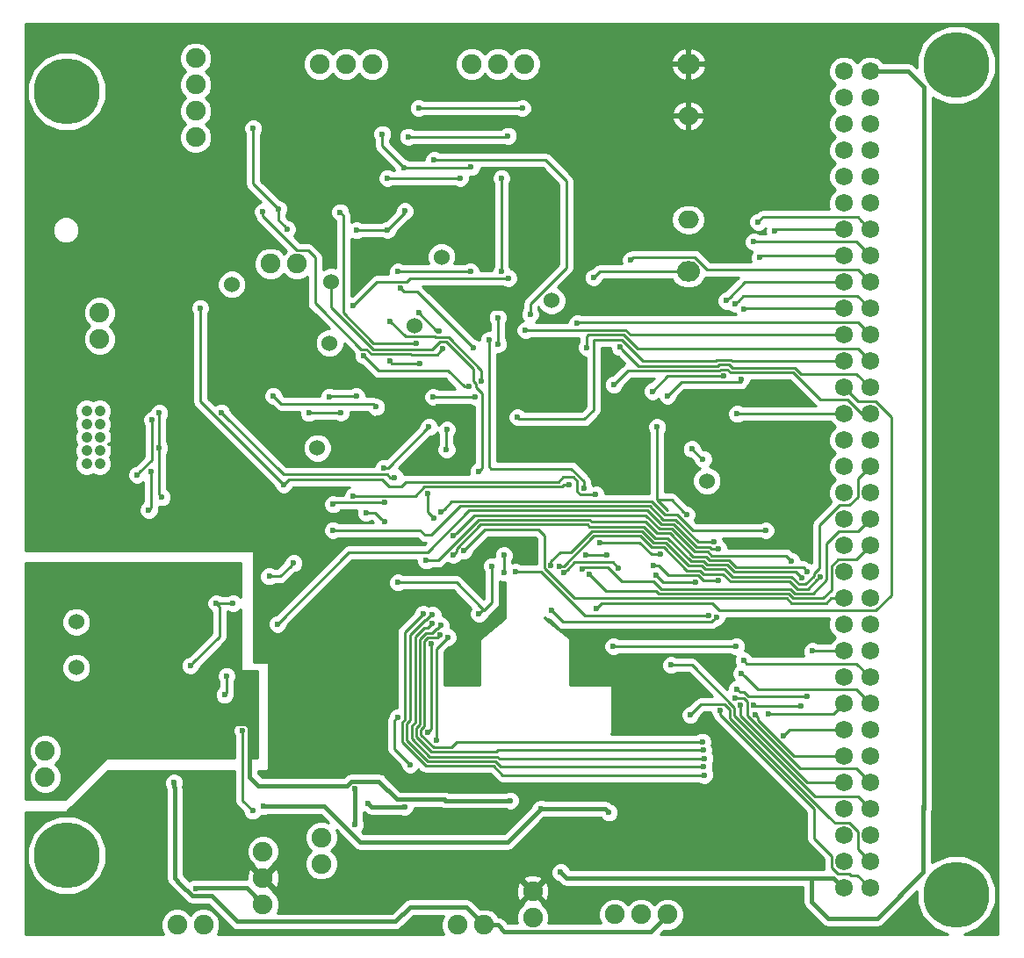
<source format=gbr>
G04 #@! TF.FileFunction,Copper,L2,Bot,Signal*
%FSLAX46Y46*%
G04 Gerber Fmt 4.6, Leading zero omitted, Abs format (unit mm)*
G04 Created by KiCad (PCBNEW 4.0.4-stable) date Friday, January 26, 2018 'AMt' 12:54:04 AM*
%MOMM*%
%LPD*%
G01*
G04 APERTURE LIST*
%ADD10C,0.100000*%
%ADD11C,1.900000*%
%ADD12C,6.350000*%
%ADD13C,1.720000*%
%ADD14C,1.524000*%
%ADD15C,1.050000*%
%ADD16O,2.200000X1.950000*%
%ADD17O,2.000000X1.700000*%
%ADD18C,0.600000*%
%ADD19C,0.250000*%
%ADD20C,0.400000*%
%ADD21C,0.254000*%
G04 APERTURE END LIST*
D10*
D11*
X124000000Y-106000000D03*
X124000000Y-103460000D03*
X124000000Y-100920000D03*
D12*
X190810000Y-105090000D03*
D13*
X179980000Y-25710000D03*
X179980000Y-28250000D03*
X179980000Y-30790000D03*
X179980000Y-33330000D03*
X179980000Y-35870000D03*
X179980000Y-38410000D03*
X179980000Y-40950000D03*
X179980000Y-43490000D03*
X179980000Y-46030000D03*
X179980000Y-48570000D03*
X179980000Y-51110000D03*
X179980000Y-53650000D03*
X179980000Y-56190000D03*
X179980000Y-58730000D03*
X179980000Y-61270000D03*
X179980000Y-63810000D03*
X179980000Y-66350000D03*
X179980000Y-68890000D03*
X179980000Y-71430000D03*
X179980000Y-73970000D03*
X179980000Y-76510000D03*
X179980000Y-79050000D03*
X179980000Y-81590000D03*
X179980000Y-84130000D03*
X179980000Y-86670000D03*
X179980000Y-89210000D03*
X179980000Y-91750000D03*
X179980000Y-94290000D03*
X179980000Y-96830000D03*
X179980000Y-99370000D03*
X179980000Y-101910000D03*
X179980000Y-104450000D03*
X182520000Y-25710000D03*
X182520000Y-28250000D03*
X182520000Y-30790000D03*
X182520000Y-33330000D03*
X182520000Y-35870000D03*
X182520000Y-38410000D03*
X182520000Y-40950000D03*
X182520000Y-43490000D03*
X182520000Y-46030000D03*
X182520000Y-48570000D03*
X182520000Y-51110000D03*
X182520000Y-53650000D03*
X182520000Y-56190000D03*
X182520000Y-58730000D03*
X182520000Y-61270000D03*
X182520000Y-63810000D03*
X182520000Y-66350000D03*
X182520000Y-68890000D03*
X182520000Y-71430000D03*
X182520000Y-73970000D03*
X182520000Y-76510000D03*
X182520000Y-79050000D03*
X182520000Y-81590000D03*
X182520000Y-84130000D03*
X182520000Y-86670000D03*
X182520000Y-89210000D03*
X182520000Y-91750000D03*
X182520000Y-94290000D03*
X182520000Y-96830000D03*
X182520000Y-99370000D03*
X182520000Y-101910000D03*
X182520000Y-104450000D03*
D11*
X129630000Y-102120000D03*
X129630000Y-99580000D03*
X163000000Y-107000000D03*
X160460000Y-107000000D03*
X157920000Y-107000000D03*
X142760000Y-108010000D03*
X145300000Y-108010000D03*
X118270000Y-108000000D03*
X115730000Y-108000000D03*
D14*
X106000000Y-83200000D03*
X106000000Y-78800000D03*
D11*
X117500000Y-29520000D03*
X117500000Y-26980000D03*
X117500000Y-24440000D03*
X117500000Y-32060000D03*
X129460000Y-25000000D03*
X132000000Y-25000000D03*
X134540000Y-25000000D03*
X144120000Y-25000000D03*
X146660000Y-25000000D03*
X149200000Y-25000000D03*
X103000000Y-91230000D03*
X103000000Y-93770000D03*
X108250000Y-51520000D03*
X108250000Y-48980000D03*
D14*
X151825000Y-47800000D03*
X166800000Y-65200000D03*
X141200000Y-43600000D03*
X138600000Y-50200000D03*
X130600000Y-46000000D03*
X129250000Y-62020000D03*
X130410000Y-51900000D03*
X121000000Y-46250000D03*
D11*
X127270000Y-44250000D03*
X124730000Y-44250000D03*
D12*
X105080000Y-27620000D03*
X105080000Y-101280000D03*
X190810000Y-25080000D03*
D11*
X150000000Y-107270000D03*
X150000000Y-104730000D03*
D15*
X108270000Y-63540000D03*
X108270000Y-62270000D03*
X108270000Y-61000000D03*
X108270000Y-59730000D03*
X108270000Y-58460000D03*
X107000000Y-63540000D03*
X107000000Y-62270000D03*
X107000000Y-61000000D03*
X107000000Y-59730000D03*
X107000000Y-58460000D03*
D16*
X165000000Y-45000000D03*
X165000000Y-25000000D03*
D17*
X165000000Y-40000000D03*
X165000000Y-30000000D03*
D18*
X140410235Y-57091681D03*
X146087866Y-73408071D03*
X138178628Y-92536810D03*
X134900000Y-58070000D03*
X144825000Y-78000000D03*
X136991042Y-87990738D03*
X155150000Y-72300000D03*
X157150000Y-72300000D03*
X144462464Y-57078565D03*
X137000000Y-75000000D03*
X125000000Y-57000000D03*
X136293940Y-71085333D03*
X163809603Y-64627301D03*
X129765271Y-41473739D03*
X131561535Y-61932155D03*
X133239854Y-59167054D03*
X141006889Y-94057945D03*
X173340000Y-56080000D03*
X120676449Y-93648544D03*
X149452388Y-72607433D03*
X145520000Y-71690000D03*
X131300000Y-92190000D03*
X149370000Y-55660000D03*
X120300000Y-50230000D03*
X127490000Y-49350000D03*
X150160000Y-37790000D03*
X110430000Y-60040000D03*
X139893350Y-89442975D03*
X161810000Y-79750000D03*
X132650000Y-63050000D03*
X143150000Y-58900000D03*
X142200000Y-82025000D03*
X155950000Y-82425000D03*
X158250000Y-64375010D03*
X140204570Y-80911545D03*
X140874970Y-58016172D03*
X158000000Y-58000018D03*
X175000000Y-64000000D03*
X136000000Y-59000000D03*
X127691949Y-86808051D03*
X141000000Y-73974987D03*
X143949991Y-48600000D03*
X137000000Y-93000000D03*
X148000000Y-48000000D03*
X134000000Y-44000000D03*
X138500000Y-42000000D03*
X174500000Y-59799990D03*
X163459139Y-58884139D03*
X130000000Y-38000000D03*
X140500000Y-38000000D03*
X138500000Y-42000000D03*
X117000000Y-61000000D03*
X115500000Y-37500000D03*
X111500000Y-70000000D03*
X134000000Y-71000000D03*
X127500000Y-85000000D03*
X140500000Y-103000000D03*
X146500000Y-103000000D03*
X145000000Y-98000000D03*
X113650000Y-56400000D03*
X127280000Y-55500000D03*
X117000000Y-83000000D03*
X121125000Y-77000000D03*
X119500000Y-77000000D03*
X122207177Y-84458670D03*
X118002869Y-77729005D03*
X152691812Y-102932649D03*
X147840000Y-96010000D03*
X106250000Y-85250000D03*
X105500000Y-89500000D03*
X116000000Y-85500000D03*
X110458055Y-82008046D03*
X140458310Y-68760596D03*
X140965650Y-50725064D03*
X164832103Y-68449468D03*
X126341469Y-40908531D03*
X135708900Y-69158900D03*
X133034575Y-41034575D03*
X137685683Y-39182590D03*
X144070411Y-34933576D03*
X170067528Y-55380721D03*
X114258833Y-66762590D03*
X140705605Y-90219386D03*
X133925000Y-68250000D03*
X114000000Y-58654980D03*
X141800000Y-80275000D03*
X153034798Y-74063934D03*
X139862500Y-66403602D03*
X162000000Y-60000000D03*
X158283190Y-73581148D03*
X139000000Y-49000000D03*
X163000000Y-57000018D03*
X136000000Y-41000000D03*
X114000000Y-62000000D03*
X123048802Y-31185546D03*
X125500000Y-39000000D03*
X137590024Y-34989005D03*
X135500000Y-31750000D03*
X124041945Y-96573501D03*
X157345013Y-97158924D03*
X150780000Y-96800000D03*
X147646686Y-45642504D03*
X155867749Y-45594269D03*
X132700010Y-48295358D03*
X135679575Y-63928249D03*
X113248770Y-64296142D03*
X130775000Y-67450000D03*
X135759178Y-67299721D03*
X140000000Y-60000000D03*
X113000000Y-68000000D03*
X132870556Y-94849979D03*
X132869124Y-98328055D03*
X134105156Y-96287262D03*
X137669254Y-96625010D03*
X120290405Y-85816374D03*
X120500000Y-84000000D03*
X149318300Y-50672964D03*
X148524990Y-59055701D03*
X147224919Y-72369977D03*
X147260000Y-74070000D03*
X156124990Y-77511230D03*
X169720623Y-58733369D03*
X169633314Y-81166816D03*
X157775000Y-81150000D03*
X166488650Y-92754925D03*
X140345377Y-78123610D03*
X166566521Y-91958712D03*
X140336782Y-78930350D03*
X143388058Y-71911453D03*
X176491477Y-73927432D03*
X139750000Y-72875010D03*
X141169039Y-68198390D03*
X172478489Y-69969293D03*
X144768100Y-64312809D03*
X176975000Y-81600000D03*
X172701855Y-87660274D03*
X166450022Y-91167228D03*
X141135890Y-79142000D03*
X174150235Y-89791961D03*
X166531619Y-93553782D03*
X139434182Y-78024050D03*
X161881470Y-74267568D03*
X126956086Y-73112697D03*
X167466900Y-71109946D03*
X165671522Y-74999991D03*
X171451843Y-87729979D03*
X130750000Y-69950000D03*
X124600000Y-74400000D03*
X161602291Y-73358030D03*
X167933292Y-71759944D03*
X167933292Y-74810000D03*
X170035009Y-86785466D03*
X125400000Y-79000000D03*
X171750000Y-40213491D03*
X171325000Y-42150002D03*
X159434081Y-43915618D03*
X169521828Y-48130775D03*
X154275000Y-50000000D03*
X155225000Y-52325000D03*
X158401515Y-52290509D03*
X157799804Y-55925138D03*
X142357753Y-72311647D03*
X175925522Y-74529507D03*
X142378231Y-70508648D03*
X174925000Y-72900000D03*
X168436978Y-55065561D03*
X170325000Y-82499998D03*
X161550000Y-56550000D03*
X170106023Y-83752234D03*
X166425000Y-63087989D03*
X165350000Y-62125000D03*
X167733492Y-78308106D03*
X169690317Y-85252408D03*
X176475000Y-85950000D03*
X151800000Y-77675000D03*
X171285020Y-86843019D03*
X175897751Y-86880018D03*
X141036601Y-80035752D03*
X166350000Y-90350000D03*
X166942820Y-78186217D03*
X169531479Y-86160456D03*
X148355202Y-73974989D03*
X163325551Y-82950551D03*
X165190894Y-87764751D03*
X168074904Y-87358319D03*
X115430000Y-94290000D03*
X117500000Y-104500000D03*
X132721994Y-66650505D03*
X122010583Y-89255528D03*
X153471372Y-65534802D03*
X123000000Y-97000000D03*
X144000000Y-45000000D03*
X137000000Y-45000000D03*
X137260174Y-46640741D03*
X144299978Y-52364446D03*
X143829655Y-56111486D03*
X133683497Y-53129266D03*
X145079785Y-55574603D03*
X136269167Y-49800011D03*
X146671962Y-52024017D03*
X147623763Y-31916309D03*
X146641617Y-49441690D03*
X147000000Y-45000000D03*
X147000000Y-36000000D03*
X138000000Y-32000000D03*
X136000000Y-36000000D03*
X143000000Y-36000000D03*
X149773337Y-49147255D03*
X140500000Y-34250000D03*
X149000000Y-29250000D03*
X139000000Y-29250000D03*
X145787328Y-51601231D03*
X162354962Y-72236104D03*
X154941421Y-65899192D03*
X156475000Y-71125282D03*
X138775000Y-51912017D03*
X131452988Y-39282226D03*
X141750000Y-60225000D03*
X141700000Y-62175000D03*
X141345850Y-52425087D03*
X124000000Y-39250000D03*
X136200521Y-53654342D03*
X139082720Y-53854535D03*
X111852805Y-64612548D03*
X113300000Y-59325000D03*
X131518323Y-58605719D03*
X128430838Y-58636035D03*
X130409002Y-57071623D03*
X132992550Y-57049990D03*
X156091747Y-66537826D03*
X126000000Y-65575000D03*
X117950000Y-48525000D03*
X136703197Y-64849389D03*
X119975000Y-58600000D03*
X173350000Y-41125000D03*
X171891950Y-43666950D03*
X168675000Y-47825000D03*
X170368895Y-48598420D03*
X151760154Y-73389844D03*
X177719978Y-74447582D03*
X152575210Y-73409108D03*
X154825021Y-73661249D03*
X155426103Y-74189187D03*
D19*
X144462464Y-57078565D02*
X140423351Y-57078565D01*
X140423351Y-57078565D02*
X140410235Y-57091681D01*
X125000000Y-57000000D02*
X125760490Y-57760490D01*
X134600001Y-57770001D02*
X134900000Y-58070000D01*
X125760490Y-57760490D02*
X134590490Y-57760490D01*
X134590490Y-57760490D02*
X134600001Y-57770001D01*
X146087866Y-73832335D02*
X146087866Y-73408071D01*
X146087866Y-76922850D02*
X146087866Y-73832335D01*
X145325909Y-77684807D02*
X146087866Y-76922850D01*
X137000000Y-75000000D02*
X142641102Y-75000000D01*
X142641102Y-75000000D02*
X145025910Y-77384808D01*
X145025910Y-77384808D02*
X145325909Y-77684807D01*
X136691043Y-91049225D02*
X137878629Y-92236811D01*
X136691043Y-88290737D02*
X136691043Y-91049225D01*
X136991042Y-87990738D02*
X136691043Y-88290737D01*
X137878629Y-92236811D02*
X138178628Y-92536810D01*
X145325909Y-77684807D02*
X145140193Y-77684807D01*
X145140193Y-77684807D02*
X144825000Y-78000000D01*
X156725736Y-72300000D02*
X155150000Y-72300000D01*
X157150000Y-72300000D02*
X156725736Y-72300000D01*
X163459139Y-64276837D02*
X163509604Y-64327302D01*
X163459139Y-58884139D02*
X163459139Y-64276837D01*
X163509604Y-64327302D02*
X163809603Y-64627301D01*
X140193349Y-89142976D02*
X139893350Y-89442975D01*
X140204570Y-89131755D02*
X140193349Y-89142976D01*
X140204570Y-80911545D02*
X140204570Y-89131755D01*
X174500000Y-60224254D02*
X174500000Y-59799990D01*
X174500000Y-63500000D02*
X174500000Y-60224254D01*
X175000000Y-64000000D02*
X174500000Y-63500000D01*
X134000000Y-62500000D02*
X133674998Y-62174998D01*
X133674998Y-62174998D02*
X133674998Y-60325002D01*
X133674998Y-60325002D02*
X133700001Y-60299999D01*
X133700001Y-60299999D02*
X134000000Y-60000000D01*
X140874970Y-58016172D02*
X142976250Y-58016172D01*
X142976250Y-58016172D02*
X143116762Y-57875660D01*
X134299999Y-59700001D02*
X134000000Y-60000000D01*
X135000000Y-59000000D02*
X134299999Y-59700001D01*
X136000000Y-59000000D02*
X135000000Y-59000000D01*
X158000000Y-58000018D02*
X158000000Y-59000000D01*
X158000000Y-59000000D02*
X163343278Y-59000000D01*
X163343278Y-59000000D02*
X163459139Y-58884139D01*
X137000000Y-93000000D02*
X130808051Y-86808051D01*
X130808051Y-86808051D02*
X128116213Y-86808051D01*
X128116213Y-86808051D02*
X127691949Y-86808051D01*
X144374255Y-48600000D02*
X143949991Y-48600000D01*
X148000000Y-48000000D02*
X147400000Y-48600000D01*
X147400000Y-48600000D02*
X144374255Y-48600000D01*
X119500000Y-77000000D02*
X119799999Y-77299999D01*
X117299999Y-82700001D02*
X117000000Y-83000000D01*
X119799999Y-80200001D02*
X117299999Y-82700001D01*
X119799999Y-77299999D02*
X119799999Y-80200001D01*
X120000000Y-77000000D02*
X121125000Y-77000000D01*
X119500000Y-77000000D02*
X120000000Y-77000000D01*
D20*
X136926037Y-95912571D02*
X135163444Y-94149978D01*
X132534555Y-94149978D02*
X132071265Y-94613268D01*
X147840000Y-96010000D02*
X141573996Y-96010000D01*
X141476567Y-95912571D02*
X136926037Y-95912571D01*
X123577077Y-94613268D02*
X122710585Y-93746776D01*
X132071265Y-94613268D02*
X123577077Y-94613268D01*
X122346585Y-88555526D02*
X120735526Y-88555526D01*
X135163444Y-94149978D02*
X132534555Y-94149978D01*
X122710585Y-88919526D02*
X122346585Y-88555526D01*
X120735526Y-88555526D02*
X116840000Y-84660000D01*
X122710585Y-93746776D02*
X122710585Y-88919526D01*
X141573996Y-96010000D02*
X141476567Y-95912571D01*
X187670587Y-102938411D02*
X187670587Y-96870000D01*
X187719346Y-27219346D02*
X187719346Y-96821241D01*
X187670587Y-96870000D02*
X187670587Y-96529413D01*
X182520000Y-25710000D02*
X186210000Y-25710000D01*
X186210000Y-25710000D02*
X187719346Y-27219346D01*
X187719346Y-96821241D02*
X187670587Y-96870000D01*
X176900000Y-103500000D02*
X176900000Y-105800000D01*
X176900000Y-105800000D02*
X178500000Y-107400000D01*
X178500000Y-107400000D02*
X183208998Y-107400000D01*
X183208998Y-107400000D02*
X187670587Y-102938411D01*
X152991811Y-103232648D02*
X152691812Y-102932649D01*
X153259163Y-103500000D02*
X152991811Y-103232648D01*
X176900000Y-103500000D02*
X153259163Y-103500000D01*
D19*
X116840000Y-84660000D02*
X116000000Y-85500000D01*
X110458055Y-82008046D02*
X112508046Y-82008046D01*
X112508046Y-82008046D02*
X116000000Y-85500000D01*
X106250000Y-85250000D02*
X106250000Y-89500000D01*
D20*
X176900000Y-103500000D02*
X178000000Y-103500000D01*
X178000000Y-103500000D02*
X179030000Y-103500000D01*
X179030000Y-103500000D02*
X179980000Y-104450000D01*
D19*
X139862500Y-68164786D02*
X140158311Y-68460597D01*
X139862500Y-66403602D02*
X139862500Y-68164786D01*
X140158311Y-68460597D02*
X140458310Y-68760596D01*
X140725064Y-50725064D02*
X140965650Y-50725064D01*
X139000000Y-49000000D02*
X140725064Y-50725064D01*
X164532104Y-68149469D02*
X164832103Y-68449468D01*
X163382635Y-67000000D02*
X164532104Y-68149469D01*
X162000000Y-67000000D02*
X163382635Y-67000000D01*
X126041470Y-40608532D02*
X126341469Y-40908531D01*
X125500000Y-40067062D02*
X126041470Y-40608532D01*
X125500000Y-39000000D02*
X125500000Y-40067062D01*
X163000000Y-57000018D02*
X164309447Y-55690571D01*
X164309447Y-55690571D02*
X170067528Y-55690571D01*
X170067528Y-55690571D02*
X170067528Y-55380721D01*
X135408901Y-68858901D02*
X135708900Y-69158900D01*
X134800000Y-68250000D02*
X135408901Y-68858901D01*
X133925000Y-68250000D02*
X134800000Y-68250000D01*
X136000000Y-41000000D02*
X133069150Y-41000000D01*
X133069150Y-41000000D02*
X133034575Y-41034575D01*
X136000000Y-41000000D02*
X137685683Y-39314317D01*
X137685683Y-39314317D02*
X137685683Y-39182590D01*
X137590024Y-34989005D02*
X144014982Y-34989005D01*
X144014982Y-34989005D02*
X144070411Y-34933576D01*
X114000000Y-62000000D02*
X114000000Y-66503757D01*
X114000000Y-66503757D02*
X114258833Y-66762590D01*
X141800000Y-80275000D02*
X140705605Y-81369395D01*
X140705605Y-81369395D02*
X140705605Y-89795122D01*
X140705605Y-89795122D02*
X140705605Y-90219386D01*
X114000000Y-62000000D02*
X114000000Y-58654980D01*
X157737141Y-73035099D02*
X154063633Y-73035099D01*
X153334797Y-73763935D02*
X153034798Y-74063934D01*
X158283190Y-73581148D02*
X157737141Y-73035099D01*
X154063633Y-73035099D02*
X153334797Y-73763935D01*
X162000000Y-60000000D02*
X162000000Y-67000000D01*
X162000000Y-67000000D02*
X163000000Y-68000000D01*
X123048802Y-36548802D02*
X123048802Y-31609810D01*
X123048802Y-31609810D02*
X123048802Y-31185546D01*
X125500000Y-39000000D02*
X123048802Y-36548802D01*
X137290025Y-34689006D02*
X137590024Y-34989005D01*
X135500000Y-32898981D02*
X137290025Y-34689006D01*
X135500000Y-31750000D02*
X135500000Y-32898981D01*
D20*
X129933546Y-96573501D02*
X124466209Y-96573501D01*
X133360047Y-100000002D02*
X129933546Y-96573501D01*
X147579998Y-100000002D02*
X133360047Y-100000002D01*
X150780000Y-96800000D02*
X147579998Y-100000002D01*
X124466209Y-96573501D02*
X124041945Y-96573501D01*
X150780000Y-96800000D02*
X156986089Y-96800000D01*
X156986089Y-96800000D02*
X157045014Y-96858925D01*
X157045014Y-96858925D02*
X157345013Y-97158924D01*
D19*
X147222422Y-45642504D02*
X147646686Y-45642504D01*
X138207496Y-45642504D02*
X147222422Y-45642504D01*
X137850000Y-46000000D02*
X138207496Y-45642504D01*
X165000000Y-45000000D02*
X156462018Y-45000000D01*
X156167748Y-45294270D02*
X155867749Y-45594269D01*
X156462018Y-45000000D02*
X156167748Y-45294270D01*
X137850000Y-46000000D02*
X134995368Y-46000000D01*
X134995368Y-46000000D02*
X133000009Y-47995359D01*
X133000009Y-47995359D02*
X132700010Y-48295358D01*
X137850000Y-46000000D02*
X136008898Y-46000000D01*
X140000000Y-60000000D02*
X136071751Y-63928249D01*
X136071751Y-63928249D02*
X135679575Y-63928249D01*
X113248770Y-64296142D02*
X113248770Y-67751230D01*
X113248770Y-67751230D02*
X113000000Y-68000000D01*
X113060000Y-67940000D02*
X113000000Y-68000000D01*
X130925279Y-67299721D02*
X130775000Y-67450000D01*
X135759178Y-67299721D02*
X130925279Y-67299721D01*
D20*
X132869124Y-98328055D02*
X132869124Y-94851411D01*
X132869124Y-94851411D02*
X132870556Y-94849979D01*
X134405155Y-96587261D02*
X134105156Y-96287262D01*
X134442904Y-96625010D02*
X134405155Y-96587261D01*
X137669254Y-96625010D02*
X134442904Y-96625010D01*
D19*
X120500000Y-85606779D02*
X120290405Y-85816374D01*
X120500000Y-84000000D02*
X120500000Y-85606779D01*
X179980000Y-51110000D02*
X159403656Y-51110000D01*
X158966620Y-50672964D02*
X149742564Y-50672964D01*
X149742564Y-50672964D02*
X149318300Y-50672964D01*
X159403656Y-51110000D02*
X158966620Y-50672964D01*
X179980000Y-53650000D02*
X169219241Y-53650000D01*
X148719299Y-59250010D02*
X148524990Y-59055701D01*
X158593821Y-51572986D02*
X155850002Y-51572986D01*
X155850002Y-58374998D02*
X154974990Y-59250010D01*
X154974990Y-59250010D02*
X148719299Y-59250010D01*
X167658091Y-53646624D02*
X160667459Y-53646624D01*
X169109779Y-53540538D02*
X167764177Y-53540538D01*
X160667459Y-53646624D02*
X158593821Y-51572986D01*
X155850002Y-51572986D02*
X155850002Y-58374998D01*
X167764177Y-53540538D02*
X167658091Y-53646624D01*
X169219241Y-53650000D02*
X169109779Y-53540538D01*
X147260000Y-74070000D02*
X147260000Y-72405058D01*
X147260000Y-72405058D02*
X147224919Y-72369977D01*
X179980000Y-56190000D02*
X181334999Y-57544999D01*
X181334999Y-57544999D02*
X183088801Y-57544999D01*
X156424989Y-77211231D02*
X156124990Y-77511230D01*
X183088801Y-57544999D02*
X184550000Y-59006198D01*
X184550000Y-59006198D02*
X184550000Y-76233802D01*
X184550000Y-76233802D02*
X183088801Y-77695001D01*
X183088801Y-77695001D02*
X168006919Y-77695001D01*
X168006919Y-77695001D02*
X167286952Y-76975034D01*
X167286952Y-76975034D02*
X156661186Y-76975034D01*
X156661186Y-76975034D02*
X156424989Y-77211231D01*
X169723992Y-58730000D02*
X169720623Y-58733369D01*
X179980000Y-58730000D02*
X169723992Y-58730000D01*
X169616498Y-81150000D02*
X169633314Y-81166816D01*
X157775000Y-81150000D02*
X169616498Y-81150000D01*
X138224945Y-88277146D02*
X137874959Y-88627131D01*
X166064386Y-92754925D02*
X166488650Y-92754925D01*
X137874956Y-90217710D02*
X139882280Y-92225034D01*
X146420477Y-92225034D02*
X146950368Y-92754925D01*
X139651531Y-78630349D02*
X138224945Y-80056935D01*
X137874959Y-88627131D02*
X137874956Y-90217710D01*
X138224945Y-80056935D02*
X138224945Y-88277146D01*
X139711781Y-78630349D02*
X139651531Y-78630349D01*
X140345377Y-78123610D02*
X140218520Y-78123610D01*
X139882280Y-92225034D02*
X146420477Y-92225034D01*
X140218520Y-78123610D02*
X139711781Y-78630349D01*
X146950368Y-92754925D02*
X166064386Y-92754925D01*
X138324967Y-90031311D02*
X140068679Y-91775023D01*
X138674955Y-88463547D02*
X138324969Y-88813532D01*
X140336782Y-78930350D02*
X139880610Y-79386522D01*
X146606877Y-91775023D02*
X146790566Y-91958712D01*
X138674956Y-80243335D02*
X138674955Y-88463547D01*
X139531769Y-79386522D02*
X138674956Y-80243335D01*
X139880610Y-79386522D02*
X139531769Y-79386522D01*
X140068679Y-91775023D02*
X146606877Y-91775023D01*
X166142257Y-91958712D02*
X166566521Y-91958712D01*
X138324969Y-88813532D02*
X138324967Y-90031311D01*
X146790566Y-91958712D02*
X166142257Y-91958712D01*
X143688057Y-71611454D02*
X143388058Y-71911453D01*
X179980000Y-76510000D02*
X178763777Y-76510000D01*
X145379511Y-69920000D02*
X143688057Y-71611454D01*
X150580000Y-69920000D02*
X145379511Y-69920000D01*
X151135153Y-70475153D02*
X150580000Y-69920000D01*
X154011433Y-76525023D02*
X151135153Y-73648743D01*
X178313555Y-76960222D02*
X174926694Y-76960222D01*
X151135153Y-73648743D02*
X151135153Y-70475153D01*
X178763777Y-76510000D02*
X178313555Y-76960222D01*
X174491496Y-76525023D02*
X154011433Y-76525023D01*
X174926694Y-76960222D02*
X174491496Y-76525023D01*
X167034553Y-72834965D02*
X168914343Y-72834965D01*
X168914343Y-72834965D02*
X169604379Y-73525002D01*
X155500965Y-68962880D02*
X155688324Y-69150239D01*
X176089047Y-73525002D02*
X176191478Y-73627433D01*
X163214163Y-70261070D02*
X165434055Y-72480962D01*
X140895768Y-72875010D02*
X144807898Y-68962880D01*
X139750000Y-72875010D02*
X140895768Y-72875010D01*
X169604379Y-73525002D02*
X176089047Y-73525002D01*
X144807898Y-68962880D02*
X155500965Y-68962880D01*
X162014367Y-70261070D02*
X163214163Y-70261070D01*
X166680550Y-72480962D02*
X167034553Y-72834965D01*
X176191478Y-73627433D02*
X176491477Y-73927432D01*
X155688324Y-69150239D02*
X160903536Y-69150239D01*
X165434055Y-72480962D02*
X166680550Y-72480962D01*
X160903536Y-69150239D02*
X162014367Y-70261070D01*
X162759967Y-68461026D02*
X161461777Y-67162836D01*
X165468029Y-69969293D02*
X163959763Y-68461026D01*
X172478489Y-69969293D02*
X165468029Y-69969293D01*
X141469038Y-67898391D02*
X141169039Y-68198390D01*
X161461777Y-67162836D02*
X142204593Y-67162836D01*
X163959763Y-68461026D02*
X162759967Y-68461026D01*
X142204593Y-67162836D02*
X141469038Y-67898391D01*
X130600000Y-46000000D02*
X130600000Y-48484354D01*
X145095469Y-63985440D02*
X145068099Y-64012810D01*
X144266389Y-54367042D02*
X144266389Y-55577861D01*
X144500012Y-55811484D02*
X144500012Y-56191109D01*
X141045848Y-51800085D02*
X141699432Y-51800085D01*
X140308914Y-52537019D02*
X141045848Y-51800085D01*
X134644889Y-52529243D02*
X138467222Y-52529243D01*
X145068099Y-64012810D02*
X144768100Y-64312809D01*
X141699432Y-51800085D02*
X144266389Y-54367042D01*
X144500012Y-56191109D02*
X145095469Y-56786566D01*
X138474998Y-52537019D02*
X140308914Y-52537019D01*
X130600000Y-48484354D02*
X134644889Y-52529243D01*
X138467222Y-52529243D02*
X138474998Y-52537019D01*
X144266389Y-55577861D02*
X144500012Y-55811484D01*
X145095469Y-56786566D02*
X145095469Y-63985440D01*
X176985000Y-81590000D02*
X176975000Y-81600000D01*
X179980000Y-81590000D02*
X176985000Y-81590000D01*
X179980000Y-86670000D02*
X178989726Y-87660274D01*
X178989726Y-87660274D02*
X173126119Y-87660274D01*
X173126119Y-87660274D02*
X172701855Y-87660274D01*
X140310816Y-79836533D02*
X139718169Y-79836533D01*
X146635493Y-91167228D02*
X166025758Y-91167228D01*
X139718169Y-79836533D02*
X139124967Y-80429735D01*
X140255078Y-91325012D02*
X146477709Y-91325012D01*
X138774979Y-88999933D02*
X138774978Y-89844912D01*
X139124967Y-88649946D02*
X138774979Y-88999933D01*
X146477709Y-91325012D02*
X146635493Y-91167228D01*
X138774978Y-89844912D02*
X140255078Y-91325012D01*
X139124967Y-80429735D02*
X139124967Y-88649946D01*
X140835891Y-79441999D02*
X140705350Y-79441999D01*
X140705350Y-79441999D02*
X140310816Y-79836533D01*
X166025758Y-91167228D02*
X166450022Y-91167228D01*
X141135890Y-79142000D02*
X140835891Y-79441999D01*
X179980000Y-89210000D02*
X174732196Y-89210000D01*
X174732196Y-89210000D02*
X174450234Y-89491962D01*
X174450234Y-89491962D02*
X174150235Y-89791961D01*
X137424945Y-90404109D02*
X139695881Y-92675045D01*
X137424945Y-88440734D02*
X137424945Y-90404109D01*
X137649954Y-88215725D02*
X137424945Y-88440734D01*
X137649954Y-79808278D02*
X137649954Y-88215725D01*
X146234077Y-92675045D02*
X147112814Y-93553782D01*
X139434182Y-78024050D02*
X137649954Y-79808278D01*
X139695881Y-92675045D02*
X146234077Y-92675045D01*
X147112814Y-93553782D02*
X166107355Y-93553782D01*
X166107355Y-93553782D02*
X166531619Y-93553782D01*
X162181469Y-74567567D02*
X161881470Y-74267568D01*
X165671522Y-74999991D02*
X162613893Y-74999991D01*
X162613893Y-74999991D02*
X162181469Y-74567567D01*
X161275377Y-67612847D02*
X162573567Y-68911037D01*
X162573567Y-68911037D02*
X163773363Y-68911037D01*
X130750000Y-69950000D02*
X139161312Y-69950000D01*
X140233564Y-70422250D02*
X143042967Y-67612847D01*
X139161312Y-69950000D02*
X139633562Y-70422250D01*
X139633562Y-70422250D02*
X140233564Y-70422250D01*
X143042967Y-67612847D02*
X161275377Y-67612847D01*
X163773363Y-68911037D02*
X165972272Y-71109946D01*
X165972272Y-71109946D02*
X167042636Y-71109946D01*
X167042636Y-71109946D02*
X167466900Y-71109946D01*
X124600000Y-74400000D02*
X125668783Y-74400000D01*
X126656087Y-73412696D02*
X126956086Y-73112697D01*
X125668783Y-74400000D02*
X126656087Y-73412696D01*
X179980000Y-91750000D02*
X175224375Y-91750000D01*
X175224375Y-91750000D02*
X171751842Y-88277467D01*
X171751842Y-88277467D02*
X171751842Y-88029978D01*
X171751842Y-88029978D02*
X171451843Y-87729979D01*
X167933292Y-74810000D02*
X166463944Y-74810000D01*
X139861886Y-72099989D02*
X143899017Y-68062858D01*
X162026555Y-73358030D02*
X161602291Y-73358030D01*
X165806855Y-71580940D02*
X167053350Y-71580940D01*
X125400000Y-79000000D02*
X132300011Y-72099989D01*
X167509028Y-71759944D02*
X167933292Y-71759944D01*
X166463944Y-74810000D02*
X165934950Y-74281006D01*
X162160389Y-73358030D02*
X162026555Y-73358030D01*
X163083365Y-74281006D02*
X162160389Y-73358030D01*
X165934950Y-74281006D02*
X163083365Y-74281006D01*
X167053350Y-71580940D02*
X167232354Y-71759944D01*
X161088977Y-68062858D02*
X162387167Y-69361048D01*
X132300011Y-72099989D02*
X139861886Y-72099989D01*
X163586963Y-69361048D02*
X165806855Y-71580940D01*
X162387167Y-69361048D02*
X163586963Y-69361048D01*
X143899017Y-68062858D02*
X161088977Y-68062858D01*
X167232354Y-71759944D02*
X167509028Y-71759944D01*
X176491554Y-94290000D02*
X170035009Y-87833455D01*
X170035009Y-87209730D02*
X170035009Y-86785466D01*
X179980000Y-94290000D02*
X176491554Y-94290000D01*
X170035009Y-87833455D02*
X170035009Y-87209730D01*
X171750000Y-40213491D02*
X171750000Y-40200000D01*
X172185001Y-39764999D02*
X181334999Y-39764999D01*
X181334999Y-39764999D02*
X181660001Y-40090001D01*
X171750000Y-40200000D02*
X172185001Y-39764999D01*
X181660001Y-40090001D02*
X182520000Y-40950000D01*
X171749264Y-42150002D02*
X171325000Y-42150002D01*
X181180002Y-42150002D02*
X171749264Y-42150002D01*
X182520000Y-43490000D02*
X181180002Y-42150002D01*
X159734080Y-43615619D02*
X159434081Y-43915618D01*
X165579110Y-43615619D02*
X159734080Y-43615619D01*
X166808490Y-44844999D02*
X165579110Y-43615619D01*
X181334999Y-44844999D02*
X166808490Y-44844999D01*
X182520000Y-46030000D02*
X181334999Y-44844999D01*
X169821827Y-47830776D02*
X169521828Y-48130775D01*
X182520000Y-48570000D02*
X181321763Y-47371763D01*
X181321763Y-47371763D02*
X170280840Y-47371763D01*
X170280840Y-47371763D02*
X169821827Y-47830776D01*
X154350001Y-49924999D02*
X154275000Y-50000000D01*
X182520000Y-51110000D02*
X181334999Y-49924999D01*
X181334999Y-49924999D02*
X154350001Y-49924999D01*
X182520000Y-53650000D02*
X181334999Y-52464999D01*
X155225000Y-51900736D02*
X155225000Y-52325000D01*
X155390610Y-51122975D02*
X155225000Y-51288585D01*
X160122245Y-52464999D02*
X158780221Y-51122975D01*
X158780221Y-51122975D02*
X155390610Y-51122975D01*
X181334999Y-52464999D02*
X160122245Y-52464999D01*
X155225000Y-51288585D02*
X155225000Y-51900736D01*
X167844491Y-54096635D02*
X160207641Y-54096635D01*
X169238537Y-54305708D02*
X168923379Y-53990549D01*
X160207641Y-54096635D02*
X158701514Y-52590508D01*
X182520000Y-56190000D02*
X181187071Y-54857071D01*
X167950577Y-53990549D02*
X167844491Y-54096635D01*
X168923379Y-53990549D02*
X167950577Y-53990549D01*
X175843481Y-54857071D02*
X175292119Y-54305708D01*
X181187071Y-54857071D02*
X175843481Y-54857071D01*
X158701514Y-52590508D02*
X158401515Y-52290509D01*
X175292119Y-54305708D02*
X169238537Y-54305708D01*
X181733802Y-58730000D02*
X180378803Y-57375001D01*
X159178296Y-54546646D02*
X158099803Y-55625139D01*
X168030891Y-54546646D02*
X159178296Y-54546646D01*
X168136977Y-54440560D02*
X168030891Y-54546646D01*
X158099803Y-55625139D02*
X157799804Y-55925138D01*
X168736979Y-54440560D02*
X168136977Y-54440560D01*
X169052138Y-54755719D02*
X168736979Y-54440560D01*
X180378803Y-57375001D02*
X177725001Y-57375001D01*
X175105719Y-54755719D02*
X169052138Y-54755719D01*
X182520000Y-58730000D02*
X181733802Y-58730000D01*
X177725001Y-57375001D02*
X175105719Y-54755719D01*
X166848153Y-73284976D02*
X166494150Y-72930973D01*
X161827967Y-70711081D02*
X160717136Y-69600250D01*
X160717136Y-69600250D02*
X155501924Y-69600250D01*
X155501924Y-69600250D02*
X155314565Y-69412891D01*
X169417979Y-73975013D02*
X168727943Y-73284976D01*
X175925522Y-74529507D02*
X175371028Y-73975013D01*
X142657752Y-71749437D02*
X142657752Y-72011648D01*
X175371028Y-73975013D02*
X169417979Y-73975013D01*
X168727943Y-73284976D02*
X166848153Y-73284976D01*
X163027763Y-70711081D02*
X161827967Y-70711081D01*
X155314565Y-69412891D02*
X144994298Y-69412891D01*
X142657752Y-72011648D02*
X142357753Y-72311647D01*
X166494150Y-72930973D02*
X165247655Y-72930973D01*
X165247655Y-72930973D02*
X163027763Y-70711081D01*
X144994298Y-69412891D02*
X142657752Y-71749437D01*
X174925000Y-72900000D02*
X174409954Y-72384954D01*
X165620455Y-72030951D02*
X163400563Y-69811059D01*
X174409954Y-72384954D02*
X167220953Y-72384954D01*
X167220953Y-72384954D02*
X166866950Y-72030951D01*
X163400563Y-69811059D02*
X162200767Y-69811059D01*
X166866950Y-72030951D02*
X165620455Y-72030951D01*
X160902577Y-68512869D02*
X144374010Y-68512869D01*
X144374010Y-68512869D02*
X142678230Y-70208649D01*
X162200767Y-69811059D02*
X160902577Y-68512869D01*
X142678230Y-70208649D02*
X142378231Y-70508648D01*
X168012714Y-55065561D02*
X168436978Y-55065561D01*
X163034439Y-55065561D02*
X168012714Y-55065561D01*
X161550000Y-56550000D02*
X163034439Y-55065561D01*
X170625001Y-82799999D02*
X170624999Y-82799997D01*
X181189999Y-82799999D02*
X170625001Y-82799999D01*
X182520000Y-84130000D02*
X181189999Y-82799999D01*
X170624999Y-82799997D02*
X170325000Y-82499998D01*
X171678787Y-85324998D02*
X170406022Y-84052233D01*
X181174998Y-85324998D02*
X171678787Y-85324998D01*
X170406022Y-84052233D02*
X170106023Y-83752234D01*
X182520000Y-86670000D02*
X181174998Y-85324998D01*
X166337989Y-63087989D02*
X166425000Y-63087989D01*
X165350000Y-62125000D02*
X166312989Y-63087989D01*
X166312989Y-63087989D02*
X166337989Y-63087989D01*
X167433493Y-78608105D02*
X167733492Y-78308106D01*
X152936219Y-78811219D02*
X167230379Y-78811219D01*
X151800000Y-77675000D02*
X152936219Y-78811219D01*
X167230379Y-78811219D02*
X167433493Y-78608105D01*
X176475000Y-85950000D02*
X170760956Y-85950000D01*
X170760956Y-85950000D02*
X170363363Y-85552407D01*
X169990316Y-85552407D02*
X169690317Y-85252408D01*
X170363363Y-85552407D02*
X169990316Y-85552407D01*
X171322019Y-86880018D02*
X171285020Y-86843019D01*
X175897751Y-86880018D02*
X171322019Y-86880018D01*
X139224989Y-89658513D02*
X139224989Y-89211305D01*
X140441477Y-90875001D02*
X139224989Y-89658513D01*
X139904569Y-80286544D02*
X140785809Y-80286544D01*
X139574978Y-80616135D02*
X139904569Y-80286544D01*
X142150001Y-90875001D02*
X140441477Y-90875001D01*
X139574978Y-88861316D02*
X139574978Y-80616135D01*
X139224989Y-89211305D02*
X139574978Y-88861316D01*
X166350000Y-90350000D02*
X142675002Y-90350000D01*
X140785809Y-80286544D02*
X141036601Y-80035752D01*
X142675002Y-90350000D02*
X142150001Y-90875001D01*
X155036217Y-78186217D02*
X166518556Y-78186217D01*
X166518556Y-78186217D02*
X166942820Y-78186217D01*
X150824989Y-73974989D02*
X155036217Y-78186217D01*
X148355202Y-73974989D02*
X150824989Y-73974989D01*
X175772966Y-92935001D02*
X170660010Y-87822045D01*
X181165001Y-92935001D02*
X175772966Y-92935001D01*
X170335001Y-86160456D02*
X169955743Y-86160456D01*
X169955743Y-86160456D02*
X169531479Y-86160456D01*
X170660010Y-87822045D02*
X170660010Y-86485465D01*
X182520000Y-94290000D02*
X181165001Y-92935001D01*
X170660010Y-86485465D02*
X170335001Y-86160456D01*
X163749815Y-82950551D02*
X163325551Y-82950551D01*
X165348659Y-82950551D02*
X163749815Y-82950551D01*
X169429903Y-87864760D02*
X169429903Y-87031795D01*
X182520000Y-96830000D02*
X181334999Y-95644999D01*
X177210142Y-95644999D02*
X169429903Y-87864760D01*
X181334999Y-95644999D02*
X177210142Y-95644999D01*
X169429903Y-87031795D02*
X165348659Y-82950551D01*
X182520000Y-101910000D02*
X181334999Y-100724999D01*
X181334999Y-100724999D02*
X181334999Y-98971197D01*
X181334999Y-98971197D02*
X180548801Y-98184999D01*
X180548801Y-98184999D02*
X179144010Y-98184999D01*
X166222336Y-86733309D02*
X165490893Y-87464752D01*
X179144010Y-98184999D02*
X178573416Y-97614405D01*
X168462543Y-86733309D02*
X166222336Y-86733309D01*
X178573416Y-97614405D02*
X178543137Y-97614405D01*
X168979892Y-88051160D02*
X168979892Y-87250658D01*
X178543137Y-97614405D02*
X168979892Y-88051160D01*
X165490893Y-87464752D02*
X165190894Y-87764751D01*
X168979892Y-87250658D02*
X168462543Y-86733309D01*
X182520000Y-104450000D02*
X181301197Y-103231197D01*
X181301197Y-103231197D02*
X180668973Y-103231197D01*
X180668973Y-103231197D02*
X180532777Y-103095001D01*
X180532777Y-103095001D02*
X179411199Y-103095001D01*
X179411199Y-103095001D02*
X178794999Y-102478801D01*
X178794999Y-102478801D02*
X178794999Y-101357223D01*
X178794999Y-101357223D02*
X177130982Y-99693206D01*
X177130982Y-99693206D02*
X177130982Y-96838661D01*
X177130982Y-96838661D02*
X168074904Y-87782583D01*
X168074904Y-87782583D02*
X168074904Y-87358319D01*
D20*
X115470000Y-94754264D02*
X115470000Y-103506002D01*
X115470000Y-103506002D02*
X116030000Y-104066002D01*
X115430000Y-94290000D02*
X115430000Y-94714264D01*
X115430000Y-94714264D02*
X115470000Y-94754264D01*
X121540000Y-107680000D02*
X119060001Y-105200001D01*
X119060001Y-105200001D02*
X117163999Y-105200001D01*
X117163999Y-105200001D02*
X116030000Y-104066002D01*
X138160000Y-106310000D02*
X136790000Y-107680000D01*
X136790000Y-107680000D02*
X121540000Y-107680000D01*
X138160000Y-106310000D02*
X143600000Y-106310000D01*
X143600000Y-106310000D02*
X145300000Y-108010000D01*
X145300000Y-108010000D02*
X146643502Y-108010000D01*
X146643502Y-108010000D02*
X147253503Y-108620001D01*
X147253503Y-108620001D02*
X161379999Y-108620001D01*
X161379999Y-108620001D02*
X162050001Y-107949999D01*
X162050001Y-107949999D02*
X163000000Y-107000000D01*
X117500000Y-104500000D02*
X117548286Y-104451714D01*
X122451714Y-104451714D02*
X124000000Y-106000000D01*
X117548286Y-104451714D02*
X122451714Y-104451714D01*
D19*
X153047108Y-65534802D02*
X152821058Y-65760852D01*
X138690595Y-66650505D02*
X133146258Y-66650505D01*
X152821058Y-65760852D02*
X139580248Y-65760852D01*
X153471372Y-65534802D02*
X153047108Y-65534802D01*
X133146258Y-66650505D02*
X132721994Y-66650505D01*
X139580248Y-65760852D02*
X138690595Y-66650505D01*
X122010583Y-89679792D02*
X122010583Y-89255528D01*
X123000000Y-97000000D02*
X122010583Y-96010583D01*
X122010583Y-96010583D02*
X122010583Y-89679792D01*
X137000000Y-45000000D02*
X144000000Y-45000000D01*
X138876272Y-46940740D02*
X137560173Y-46940740D01*
X137560173Y-46940740D02*
X137260174Y-46640741D01*
X144299978Y-52364446D02*
X138876272Y-46940740D01*
X133683497Y-53129266D02*
X135132005Y-54577774D01*
X135132005Y-54577774D02*
X141871679Y-54577774D01*
X141871679Y-54577774D02*
X143405391Y-56111486D01*
X143405391Y-56111486D02*
X143829655Y-56111486D01*
X140542765Y-51287001D02*
X140605838Y-51350074D01*
X145079785Y-54544027D02*
X145079785Y-55150339D01*
X137756157Y-51287001D02*
X140542765Y-51287001D01*
X145079785Y-55150339D02*
X145079785Y-55574603D01*
X140605838Y-51350074D02*
X141885832Y-51350074D01*
X136269167Y-49800011D02*
X137756157Y-51287001D01*
X141885832Y-51350074D02*
X145079785Y-54544027D01*
X146641617Y-51993672D02*
X146671962Y-52024017D01*
X146641617Y-49441690D02*
X146641617Y-51993672D01*
X138000000Y-32000000D02*
X147540072Y-32000000D01*
X147540072Y-32000000D02*
X147623763Y-31916309D01*
X147000000Y-36000000D02*
X147000000Y-45000000D01*
X143000000Y-36000000D02*
X136000000Y-36000000D01*
X140500000Y-34250000D02*
X151250000Y-34250000D01*
X149773337Y-48722991D02*
X149773337Y-49147255D01*
X151250000Y-34250000D02*
X153266538Y-36266538D01*
X153266538Y-36266538D02*
X153266538Y-44640920D01*
X153266538Y-44640920D02*
X149773337Y-48134121D01*
X149773337Y-48134121D02*
X149773337Y-48722991D01*
X139000000Y-29250000D02*
X149000000Y-29250000D01*
X145787328Y-52025495D02*
X145787328Y-51601231D01*
X145787328Y-63787328D02*
X145787328Y-52025495D01*
X153719831Y-64000000D02*
X146000000Y-64000000D01*
X154941421Y-65221590D02*
X153719831Y-64000000D01*
X154941421Y-65899192D02*
X154941421Y-65221590D01*
X146000000Y-64000000D02*
X145787328Y-63787328D01*
X160328386Y-71125282D02*
X161439208Y-72236104D01*
X161439208Y-72236104D02*
X161930698Y-72236104D01*
X161930698Y-72236104D02*
X162354962Y-72236104D01*
X156475000Y-71125282D02*
X160328386Y-71125282D01*
X131752987Y-39582225D02*
X131752987Y-49000931D01*
X131752987Y-49000931D02*
X134664073Y-51912017D01*
X138350736Y-51912017D02*
X138775000Y-51912017D01*
X134664073Y-51912017D02*
X138350736Y-51912017D01*
X131452988Y-39282226D02*
X131752987Y-39582225D01*
X141700000Y-60275000D02*
X141750000Y-60225000D01*
X141700000Y-62175000D02*
X141700000Y-60275000D01*
X134458489Y-52979254D02*
X138280822Y-52979254D01*
X129552179Y-48575000D02*
X133481443Y-52504264D01*
X141045851Y-52725086D02*
X141345850Y-52425087D01*
X140777952Y-52992985D02*
X141045851Y-52725086D01*
X129525000Y-48575000D02*
X129552179Y-48575000D01*
X138294553Y-52992985D02*
X140777952Y-52992985D01*
X138280822Y-52979254D02*
X138294553Y-52992985D01*
X133983499Y-52504264D02*
X134458489Y-52979254D01*
X129005025Y-48055025D02*
X129525000Y-48575000D01*
X129005025Y-43641435D02*
X129005025Y-48055025D01*
X128338589Y-42974999D02*
X129005025Y-43641435D01*
X127300735Y-42974999D02*
X128338589Y-42974999D01*
X124000000Y-39250000D02*
X124000000Y-39674264D01*
X124000000Y-39674264D02*
X127300735Y-42974999D01*
X133481443Y-52504264D02*
X133983499Y-52504264D01*
X139082720Y-53854535D02*
X136400714Y-53854535D01*
X136400714Y-53854535D02*
X136200521Y-53654342D01*
X112152804Y-64312549D02*
X111852805Y-64612548D01*
X113300000Y-63165353D02*
X112152804Y-64312549D01*
X113300000Y-59325000D02*
X113300000Y-63165353D01*
X131488007Y-58636035D02*
X131518323Y-58605719D01*
X128430838Y-58636035D02*
X131488007Y-58636035D01*
X132992550Y-57049990D02*
X130430635Y-57049990D01*
X130430635Y-57049990D02*
X130409002Y-57071623D01*
X135466163Y-65038985D02*
X136122409Y-65695231D01*
X155667483Y-66537826D02*
X156091747Y-66537826D01*
X152485725Y-65275001D02*
X152924875Y-64835851D01*
X153894621Y-64835851D02*
X154293570Y-65234800D01*
X126000000Y-65575000D02*
X126536015Y-65038985D01*
X137325877Y-65695231D02*
X137746107Y-65275001D01*
X152924875Y-64835851D02*
X153894621Y-64835851D01*
X154293570Y-65234800D02*
X154293570Y-66209682D01*
X126536015Y-65038985D02*
X135466163Y-65038985D01*
X154621714Y-66537826D02*
X155667483Y-66537826D01*
X154293570Y-66209682D02*
X154621714Y-66537826D01*
X136122409Y-65695231D02*
X137325877Y-65695231D01*
X137746107Y-65275001D02*
X152485725Y-65275001D01*
X117950000Y-57550000D02*
X125975000Y-65575000D01*
X125975000Y-65575000D02*
X126000000Y-65575000D01*
X117950000Y-48525000D02*
X117950000Y-57550000D01*
X136278933Y-64849389D02*
X136703197Y-64849389D01*
X125963974Y-64588974D02*
X136018518Y-64588974D01*
X119975000Y-58600000D02*
X125963974Y-64588974D01*
X136018518Y-64588974D02*
X136278933Y-64849389D01*
X179980000Y-40950000D02*
X173525000Y-40950000D01*
X173525000Y-40950000D02*
X173350000Y-41125000D01*
X172068900Y-43490000D02*
X171891950Y-43666950D01*
X179980000Y-43490000D02*
X172068900Y-43490000D01*
X179980000Y-46030000D02*
X170470000Y-46030000D01*
X168974999Y-47525001D02*
X168675000Y-47825000D01*
X170470000Y-46030000D02*
X168974999Y-47525001D01*
X170397315Y-48570000D02*
X170368895Y-48598420D01*
X179980000Y-48570000D02*
X170397315Y-48570000D01*
X161641567Y-71161092D02*
X160530736Y-70050261D01*
X182520000Y-63810000D02*
X181334999Y-64995001D01*
X181334999Y-66748803D02*
X180548801Y-67535001D01*
X181334999Y-64995001D02*
X181334999Y-66748803D01*
X153663573Y-72075012D02*
X152650722Y-72075012D01*
X180548801Y-67535001D02*
X179581197Y-67535001D01*
X155688324Y-70050261D02*
X153663573Y-72075012D01*
X177675000Y-69441198D02*
X177675000Y-73567556D01*
X169256091Y-74449535D02*
X168541543Y-73734987D01*
X177094976Y-74147580D02*
X177094976Y-74337498D01*
X151760154Y-72965580D02*
X151760154Y-73389844D01*
X176272296Y-75160178D02*
X175672294Y-75160178D01*
X177094976Y-74337498D02*
X176272296Y-75160178D01*
X168541543Y-73734987D02*
X166661753Y-73734987D01*
X165061255Y-73380984D02*
X162841363Y-71161092D01*
X179581197Y-67535001D02*
X177675000Y-69441198D01*
X174961651Y-74449535D02*
X169256091Y-74449535D01*
X160530736Y-70050261D02*
X155688324Y-70050261D01*
X166307750Y-73380984D02*
X165061255Y-73380984D01*
X152650722Y-72075012D02*
X151760154Y-72965580D01*
X166661753Y-73734987D02*
X166307750Y-73380984D01*
X162841363Y-71161092D02*
X161641567Y-71161092D01*
X175672294Y-75160178D02*
X174961651Y-74449535D01*
X177675000Y-73567556D02*
X177094976Y-74147580D01*
X155908310Y-70500272D02*
X160344336Y-70500272D01*
X152575210Y-73409108D02*
X152999474Y-73409108D01*
X161455167Y-71611103D02*
X162616254Y-71611103D01*
X162616254Y-71611103D02*
X164836146Y-73830995D01*
X174775251Y-74899546D02*
X175485894Y-75610189D01*
X164836146Y-73830995D02*
X166121350Y-73830995D01*
X166121350Y-73830995D02*
X166475353Y-74184998D01*
X166475353Y-74184998D02*
X168355143Y-74184998D01*
X168355143Y-74184998D02*
X169069691Y-74899546D01*
X175485894Y-75610189D02*
X176557371Y-75610189D01*
X176557371Y-75610189D02*
X177419979Y-74747581D01*
X177419979Y-74747581D02*
X177719978Y-74447582D01*
X160344336Y-70500272D02*
X161455167Y-71611103D01*
X169069691Y-74899546D02*
X174775251Y-74899546D01*
X152999474Y-73409108D02*
X155908310Y-70500272D01*
X174864296Y-75625001D02*
X162382575Y-75625001D01*
X178344988Y-71205012D02*
X178344988Y-74725201D01*
X161645435Y-74887861D02*
X158560019Y-74887861D01*
X182520000Y-68890000D02*
X181334999Y-70075001D01*
X179474999Y-70075001D02*
X178344988Y-71205012D01*
X154961271Y-73524999D02*
X154825021Y-73661249D01*
X158560019Y-74887861D02*
X157197157Y-73524999D01*
X175299494Y-76060200D02*
X174864296Y-75625001D01*
X181334999Y-70075001D02*
X179474999Y-70075001D01*
X162382575Y-75625001D02*
X161645435Y-74887861D01*
X177009989Y-76060200D02*
X175299494Y-76060200D01*
X157197157Y-73524999D02*
X154961271Y-73524999D01*
X178344988Y-74725201D02*
X177009989Y-76060200D01*
X155726102Y-74489186D02*
X155426103Y-74189187D01*
X157036938Y-75800022D02*
X155726102Y-74489186D01*
X161875020Y-75800022D02*
X157036938Y-75800022D01*
X174677896Y-76075012D02*
X162150010Y-76075012D01*
X175113093Y-76510210D02*
X174677896Y-76075012D01*
X162150010Y-76075012D02*
X161875020Y-75800022D01*
X178794999Y-75716414D02*
X178001202Y-76510211D01*
X178794999Y-73401199D02*
X178794999Y-75716414D01*
X179411199Y-72784999D02*
X178794999Y-73401199D01*
X181165001Y-72784999D02*
X179411199Y-72784999D01*
X182520000Y-71430000D02*
X181165001Y-72784999D01*
X178001202Y-76510211D02*
X175113093Y-76510210D01*
D21*
G36*
X121873000Y-76425861D02*
X121655327Y-76207808D01*
X121311799Y-76065162D01*
X120939833Y-76064838D01*
X120596057Y-76206883D01*
X120562882Y-76240000D01*
X120062463Y-76240000D01*
X120030327Y-76207808D01*
X119686799Y-76065162D01*
X119314833Y-76064838D01*
X118971057Y-76206883D01*
X118707808Y-76469673D01*
X118565162Y-76813201D01*
X118564838Y-77185167D01*
X118706883Y-77528943D01*
X118969673Y-77792192D01*
X119039999Y-77821394D01*
X119039999Y-79885199D01*
X116860320Y-82064878D01*
X116814833Y-82064838D01*
X116471057Y-82206883D01*
X116207808Y-82469673D01*
X116065162Y-82813201D01*
X116064838Y-83185167D01*
X116206883Y-83528943D01*
X116469673Y-83792192D01*
X116813201Y-83934838D01*
X117185167Y-83935162D01*
X117528943Y-83793117D01*
X117792192Y-83530327D01*
X117934838Y-83186799D01*
X117934879Y-83139923D01*
X120337400Y-80737402D01*
X120502147Y-80490840D01*
X120559999Y-80200001D01*
X120559999Y-77760000D01*
X120562537Y-77760000D01*
X120594673Y-77792192D01*
X120938201Y-77934838D01*
X121310167Y-77935162D01*
X121653943Y-77793117D01*
X121873000Y-77574442D01*
X121873000Y-83400000D01*
X121883006Y-83449410D01*
X121911447Y-83491035D01*
X121953841Y-83518315D01*
X122000000Y-83527000D01*
X123473000Y-83527000D01*
X123473000Y-91873000D01*
X122770583Y-91873000D01*
X122770583Y-89817991D01*
X122802775Y-89785855D01*
X122945421Y-89442327D01*
X122945745Y-89070361D01*
X122803700Y-88726585D01*
X122540910Y-88463336D01*
X122197382Y-88320690D01*
X121825416Y-88320366D01*
X121481640Y-88462411D01*
X121218391Y-88725201D01*
X121075745Y-89068729D01*
X121075421Y-89440695D01*
X121217466Y-89784471D01*
X121250583Y-89817646D01*
X121250583Y-91873000D01*
X109000000Y-91873000D01*
X108950590Y-91883006D01*
X108910197Y-91910197D01*
X104947394Y-95873000D01*
X101127000Y-95873000D01*
X101127000Y-91543893D01*
X101414725Y-91543893D01*
X101655519Y-92126657D01*
X102028471Y-92500261D01*
X101657086Y-92870997D01*
X101415276Y-93453341D01*
X101414725Y-94083893D01*
X101655519Y-94666657D01*
X102100997Y-95112914D01*
X102683341Y-95354724D01*
X103313893Y-95355275D01*
X103896657Y-95114481D01*
X104342914Y-94669003D01*
X104584724Y-94086659D01*
X104585275Y-93456107D01*
X104344481Y-92873343D01*
X103971529Y-92499739D01*
X104342914Y-92129003D01*
X104584724Y-91546659D01*
X104585275Y-90916107D01*
X104344481Y-90333343D01*
X103899003Y-89887086D01*
X103316659Y-89645276D01*
X102686107Y-89644725D01*
X102103343Y-89885519D01*
X101657086Y-90330997D01*
X101415276Y-90913341D01*
X101414725Y-91543893D01*
X101127000Y-91543893D01*
X101127000Y-86001541D01*
X119355243Y-86001541D01*
X119497288Y-86345317D01*
X119760078Y-86608566D01*
X120103606Y-86751212D01*
X120475572Y-86751536D01*
X120819348Y-86609491D01*
X121082597Y-86346701D01*
X121225243Y-86003173D01*
X121225437Y-85780538D01*
X121260000Y-85606779D01*
X121260000Y-84562463D01*
X121292192Y-84530327D01*
X121434838Y-84186799D01*
X121435162Y-83814833D01*
X121293117Y-83471057D01*
X121030327Y-83207808D01*
X120686799Y-83065162D01*
X120314833Y-83064838D01*
X119971057Y-83206883D01*
X119707808Y-83469673D01*
X119565162Y-83813201D01*
X119564838Y-84185167D01*
X119706883Y-84528943D01*
X119740000Y-84562118D01*
X119740000Y-85044682D01*
X119498213Y-85286047D01*
X119355567Y-85629575D01*
X119355243Y-86001541D01*
X101127000Y-86001541D01*
X101127000Y-83476661D01*
X104602758Y-83476661D01*
X104814990Y-83990303D01*
X105207630Y-84383629D01*
X105720900Y-84596757D01*
X106276661Y-84597242D01*
X106790303Y-84385010D01*
X107183629Y-83992370D01*
X107396757Y-83479100D01*
X107397242Y-82923339D01*
X107185010Y-82409697D01*
X106792370Y-82016371D01*
X106279100Y-81803243D01*
X105723339Y-81802758D01*
X105209697Y-82014990D01*
X104816371Y-82407630D01*
X104603243Y-82920900D01*
X104602758Y-83476661D01*
X101127000Y-83476661D01*
X101127000Y-79076661D01*
X104602758Y-79076661D01*
X104814990Y-79590303D01*
X105207630Y-79983629D01*
X105720900Y-80196757D01*
X106276661Y-80197242D01*
X106790303Y-79985010D01*
X107183629Y-79592370D01*
X107396757Y-79079100D01*
X107397242Y-78523339D01*
X107185010Y-78009697D01*
X106792370Y-77616371D01*
X106279100Y-77403243D01*
X105723339Y-77402758D01*
X105209697Y-77614990D01*
X104816371Y-78007630D01*
X104603243Y-78520900D01*
X104602758Y-79076661D01*
X101127000Y-79076661D01*
X101127000Y-73127000D01*
X121873000Y-73127000D01*
X121873000Y-76425861D01*
X121873000Y-76425861D01*
G37*
X121873000Y-76425861D02*
X121655327Y-76207808D01*
X121311799Y-76065162D01*
X120939833Y-76064838D01*
X120596057Y-76206883D01*
X120562882Y-76240000D01*
X120062463Y-76240000D01*
X120030327Y-76207808D01*
X119686799Y-76065162D01*
X119314833Y-76064838D01*
X118971057Y-76206883D01*
X118707808Y-76469673D01*
X118565162Y-76813201D01*
X118564838Y-77185167D01*
X118706883Y-77528943D01*
X118969673Y-77792192D01*
X119039999Y-77821394D01*
X119039999Y-79885199D01*
X116860320Y-82064878D01*
X116814833Y-82064838D01*
X116471057Y-82206883D01*
X116207808Y-82469673D01*
X116065162Y-82813201D01*
X116064838Y-83185167D01*
X116206883Y-83528943D01*
X116469673Y-83792192D01*
X116813201Y-83934838D01*
X117185167Y-83935162D01*
X117528943Y-83793117D01*
X117792192Y-83530327D01*
X117934838Y-83186799D01*
X117934879Y-83139923D01*
X120337400Y-80737402D01*
X120502147Y-80490840D01*
X120559999Y-80200001D01*
X120559999Y-77760000D01*
X120562537Y-77760000D01*
X120594673Y-77792192D01*
X120938201Y-77934838D01*
X121310167Y-77935162D01*
X121653943Y-77793117D01*
X121873000Y-77574442D01*
X121873000Y-83400000D01*
X121883006Y-83449410D01*
X121911447Y-83491035D01*
X121953841Y-83518315D01*
X122000000Y-83527000D01*
X123473000Y-83527000D01*
X123473000Y-91873000D01*
X122770583Y-91873000D01*
X122770583Y-89817991D01*
X122802775Y-89785855D01*
X122945421Y-89442327D01*
X122945745Y-89070361D01*
X122803700Y-88726585D01*
X122540910Y-88463336D01*
X122197382Y-88320690D01*
X121825416Y-88320366D01*
X121481640Y-88462411D01*
X121218391Y-88725201D01*
X121075745Y-89068729D01*
X121075421Y-89440695D01*
X121217466Y-89784471D01*
X121250583Y-89817646D01*
X121250583Y-91873000D01*
X109000000Y-91873000D01*
X108950590Y-91883006D01*
X108910197Y-91910197D01*
X104947394Y-95873000D01*
X101127000Y-95873000D01*
X101127000Y-91543893D01*
X101414725Y-91543893D01*
X101655519Y-92126657D01*
X102028471Y-92500261D01*
X101657086Y-92870997D01*
X101415276Y-93453341D01*
X101414725Y-94083893D01*
X101655519Y-94666657D01*
X102100997Y-95112914D01*
X102683341Y-95354724D01*
X103313893Y-95355275D01*
X103896657Y-95114481D01*
X104342914Y-94669003D01*
X104584724Y-94086659D01*
X104585275Y-93456107D01*
X104344481Y-92873343D01*
X103971529Y-92499739D01*
X104342914Y-92129003D01*
X104584724Y-91546659D01*
X104585275Y-90916107D01*
X104344481Y-90333343D01*
X103899003Y-89887086D01*
X103316659Y-89645276D01*
X102686107Y-89644725D01*
X102103343Y-89885519D01*
X101657086Y-90330997D01*
X101415276Y-90913341D01*
X101414725Y-91543893D01*
X101127000Y-91543893D01*
X101127000Y-86001541D01*
X119355243Y-86001541D01*
X119497288Y-86345317D01*
X119760078Y-86608566D01*
X120103606Y-86751212D01*
X120475572Y-86751536D01*
X120819348Y-86609491D01*
X121082597Y-86346701D01*
X121225243Y-86003173D01*
X121225437Y-85780538D01*
X121260000Y-85606779D01*
X121260000Y-84562463D01*
X121292192Y-84530327D01*
X121434838Y-84186799D01*
X121435162Y-83814833D01*
X121293117Y-83471057D01*
X121030327Y-83207808D01*
X120686799Y-83065162D01*
X120314833Y-83064838D01*
X119971057Y-83206883D01*
X119707808Y-83469673D01*
X119565162Y-83813201D01*
X119564838Y-84185167D01*
X119706883Y-84528943D01*
X119740000Y-84562118D01*
X119740000Y-85044682D01*
X119498213Y-85286047D01*
X119355567Y-85629575D01*
X119355243Y-86001541D01*
X101127000Y-86001541D01*
X101127000Y-83476661D01*
X104602758Y-83476661D01*
X104814990Y-83990303D01*
X105207630Y-84383629D01*
X105720900Y-84596757D01*
X106276661Y-84597242D01*
X106790303Y-84385010D01*
X107183629Y-83992370D01*
X107396757Y-83479100D01*
X107397242Y-82923339D01*
X107185010Y-82409697D01*
X106792370Y-82016371D01*
X106279100Y-81803243D01*
X105723339Y-81802758D01*
X105209697Y-82014990D01*
X104816371Y-82407630D01*
X104603243Y-82920900D01*
X104602758Y-83476661D01*
X101127000Y-83476661D01*
X101127000Y-79076661D01*
X104602758Y-79076661D01*
X104814990Y-79590303D01*
X105207630Y-79983629D01*
X105720900Y-80196757D01*
X106276661Y-80197242D01*
X106790303Y-79985010D01*
X107183629Y-79592370D01*
X107396757Y-79079100D01*
X107397242Y-78523339D01*
X107185010Y-78009697D01*
X106792370Y-77616371D01*
X106279100Y-77403243D01*
X105723339Y-77402758D01*
X105209697Y-77614990D01*
X104816371Y-78007630D01*
X104603243Y-78520900D01*
X104602758Y-79076661D01*
X101127000Y-79076661D01*
X101127000Y-73127000D01*
X121873000Y-73127000D01*
X121873000Y-76425861D01*
G36*
X194873000Y-108873000D02*
X191631473Y-108873000D01*
X192965372Y-108321844D01*
X194038077Y-107251009D01*
X194619337Y-105851181D01*
X194620660Y-104335469D01*
X194041844Y-102934628D01*
X192971009Y-101861923D01*
X191571181Y-101280663D01*
X190055469Y-101279340D01*
X188654628Y-101858156D01*
X188505587Y-102006937D01*
X188505587Y-97066371D01*
X188554346Y-96821241D01*
X188554346Y-28213267D01*
X188648991Y-28308077D01*
X190048819Y-28889337D01*
X191564531Y-28890660D01*
X192965372Y-28311844D01*
X194038077Y-27241009D01*
X194619337Y-25841181D01*
X194620660Y-24325469D01*
X194041844Y-22924628D01*
X192971009Y-21851923D01*
X191571181Y-21270663D01*
X190055469Y-21269340D01*
X188654628Y-21848156D01*
X187581923Y-22918991D01*
X187000663Y-24318819D01*
X186999790Y-25318922D01*
X186800434Y-25119566D01*
X186529541Y-24938561D01*
X186210000Y-24875000D01*
X183792578Y-24875000D01*
X183788139Y-24864257D01*
X183367955Y-24443340D01*
X182818679Y-24215260D01*
X182223931Y-24214741D01*
X181674257Y-24441861D01*
X181253340Y-24862045D01*
X181250275Y-24869426D01*
X181248139Y-24864257D01*
X180827955Y-24443340D01*
X180278679Y-24215260D01*
X179683931Y-24214741D01*
X179134257Y-24441861D01*
X178713340Y-24862045D01*
X178485260Y-25411321D01*
X178484741Y-26006069D01*
X178711861Y-26555743D01*
X179132045Y-26976660D01*
X179139426Y-26979725D01*
X179134257Y-26981861D01*
X178713340Y-27402045D01*
X178485260Y-27951321D01*
X178484741Y-28546069D01*
X178711861Y-29095743D01*
X179132045Y-29516660D01*
X179139426Y-29519725D01*
X179134257Y-29521861D01*
X178713340Y-29942045D01*
X178485260Y-30491321D01*
X178484741Y-31086069D01*
X178711861Y-31635743D01*
X179132045Y-32056660D01*
X179139426Y-32059725D01*
X179134257Y-32061861D01*
X178713340Y-32482045D01*
X178485260Y-33031321D01*
X178484741Y-33626069D01*
X178711861Y-34175743D01*
X179132045Y-34596660D01*
X179139426Y-34599725D01*
X179134257Y-34601861D01*
X178713340Y-35022045D01*
X178485260Y-35571321D01*
X178484741Y-36166069D01*
X178711861Y-36715743D01*
X179132045Y-37136660D01*
X179139426Y-37139725D01*
X179134257Y-37141861D01*
X178713340Y-37562045D01*
X178485260Y-38111321D01*
X178484741Y-38706069D01*
X178608256Y-39004999D01*
X172185001Y-39004999D01*
X171894161Y-39062851D01*
X171647600Y-39227598D01*
X171596841Y-39278357D01*
X171564833Y-39278329D01*
X171221057Y-39420374D01*
X170957808Y-39683164D01*
X170815162Y-40026692D01*
X170814838Y-40398658D01*
X170956883Y-40742434D01*
X171219673Y-41005683D01*
X171563201Y-41148329D01*
X171935167Y-41148653D01*
X172278943Y-41006608D01*
X172463087Y-40822785D01*
X172415162Y-40938201D01*
X172414838Y-41310167D01*
X172447825Y-41390002D01*
X171887463Y-41390002D01*
X171855327Y-41357810D01*
X171511799Y-41215164D01*
X171139833Y-41214840D01*
X170796057Y-41356885D01*
X170532808Y-41619675D01*
X170390162Y-41963203D01*
X170389838Y-42335169D01*
X170531883Y-42678945D01*
X170794673Y-42942194D01*
X171138201Y-43084840D01*
X171151620Y-43084852D01*
X171099758Y-43136623D01*
X170957112Y-43480151D01*
X170956788Y-43852117D01*
X171053013Y-44084999D01*
X167123292Y-44084999D01*
X166116511Y-43078218D01*
X165869949Y-42913471D01*
X165579110Y-42855619D01*
X159734080Y-42855619D01*
X159443241Y-42913471D01*
X159342868Y-42980538D01*
X159248914Y-42980456D01*
X158905138Y-43122501D01*
X158641889Y-43385291D01*
X158499243Y-43728819D01*
X158498919Y-44100785D01*
X158556441Y-44240000D01*
X156462018Y-44240000D01*
X156171179Y-44297852D01*
X155924617Y-44462599D01*
X155728069Y-44659147D01*
X155682582Y-44659107D01*
X155338806Y-44801152D01*
X155075557Y-45063942D01*
X154932911Y-45407470D01*
X154932587Y-45779436D01*
X155074632Y-46123212D01*
X155337422Y-46386461D01*
X155680950Y-46529107D01*
X156052916Y-46529431D01*
X156396692Y-46387386D01*
X156659941Y-46124596D01*
X156802587Y-45781068D01*
X156802605Y-45760000D01*
X163449700Y-45760000D01*
X163702567Y-46138442D01*
X164224889Y-46487446D01*
X164841009Y-46610000D01*
X165158991Y-46610000D01*
X165775111Y-46487446D01*
X166297433Y-46138442D01*
X166646437Y-45616120D01*
X166654733Y-45574415D01*
X166808490Y-45604999D01*
X169820199Y-45604999D01*
X168535320Y-46889878D01*
X168489833Y-46889838D01*
X168146057Y-47031883D01*
X167882808Y-47294673D01*
X167740162Y-47638201D01*
X167739838Y-48010167D01*
X167881883Y-48353943D01*
X168144673Y-48617192D01*
X168488201Y-48759838D01*
X168828953Y-48760135D01*
X168991501Y-48922967D01*
X169335029Y-49065613D01*
X169550341Y-49065801D01*
X169575778Y-49127363D01*
X169613348Y-49164999D01*
X154702232Y-49164999D01*
X154461799Y-49065162D01*
X154089833Y-49064838D01*
X153746057Y-49206883D01*
X153482808Y-49469673D01*
X153340162Y-49813201D01*
X153340075Y-49912964D01*
X150329736Y-49912964D01*
X150565529Y-49677582D01*
X150708175Y-49334054D01*
X150708499Y-48962088D01*
X150566454Y-48618312D01*
X150533337Y-48585137D01*
X150533337Y-48448923D01*
X150567470Y-48414790D01*
X150639990Y-48590303D01*
X151032630Y-48983629D01*
X151545900Y-49196757D01*
X152101661Y-49197242D01*
X152615303Y-48985010D01*
X153008629Y-48592370D01*
X153221757Y-48079100D01*
X153222242Y-47523339D01*
X153010010Y-47009697D01*
X152617370Y-46616371D01*
X152439675Y-46542585D01*
X153803939Y-45178321D01*
X153968686Y-44931760D01*
X154026538Y-44640920D01*
X154026538Y-40000000D01*
X163332968Y-40000000D01*
X163446007Y-40568285D01*
X163767914Y-41050054D01*
X164249683Y-41371961D01*
X164817968Y-41485000D01*
X165182032Y-41485000D01*
X165750317Y-41371961D01*
X166232086Y-41050054D01*
X166553993Y-40568285D01*
X166667032Y-40000000D01*
X166553993Y-39431715D01*
X166232086Y-38949946D01*
X165750317Y-38628039D01*
X165182032Y-38515000D01*
X164817968Y-38515000D01*
X164249683Y-38628039D01*
X163767914Y-38949946D01*
X163446007Y-39431715D01*
X163332968Y-40000000D01*
X154026538Y-40000000D01*
X154026538Y-36266538D01*
X154010352Y-36185167D01*
X153968686Y-35975698D01*
X153803939Y-35729137D01*
X151787401Y-33712599D01*
X151540839Y-33547852D01*
X151250000Y-33490000D01*
X141062463Y-33490000D01*
X141030327Y-33457808D01*
X140686799Y-33315162D01*
X140314833Y-33314838D01*
X139971057Y-33456883D01*
X139707808Y-33719673D01*
X139565162Y-34063201D01*
X139565018Y-34229005D01*
X138152487Y-34229005D01*
X138120351Y-34196813D01*
X137776823Y-34054167D01*
X137729947Y-34054126D01*
X136260000Y-32584179D01*
X136260000Y-32312463D01*
X136292192Y-32280327D01*
X136331706Y-32185167D01*
X137064838Y-32185167D01*
X137206883Y-32528943D01*
X137469673Y-32792192D01*
X137813201Y-32934838D01*
X138185167Y-32935162D01*
X138528943Y-32793117D01*
X138562118Y-32760000D01*
X147217459Y-32760000D01*
X147436964Y-32851147D01*
X147808930Y-32851471D01*
X148152706Y-32709426D01*
X148415955Y-32446636D01*
X148558601Y-32103108D01*
X148558925Y-31731142D01*
X148416880Y-31387366D01*
X148154090Y-31124117D01*
X147810562Y-30981471D01*
X147438596Y-30981147D01*
X147094820Y-31123192D01*
X146977808Y-31240000D01*
X138562463Y-31240000D01*
X138530327Y-31207808D01*
X138186799Y-31065162D01*
X137814833Y-31064838D01*
X137471057Y-31206883D01*
X137207808Y-31469673D01*
X137065162Y-31813201D01*
X137064838Y-32185167D01*
X136331706Y-32185167D01*
X136434838Y-31936799D01*
X136435162Y-31564833D01*
X136293117Y-31221057D01*
X136030327Y-30957808D01*
X135686799Y-30815162D01*
X135314833Y-30814838D01*
X134971057Y-30956883D01*
X134707808Y-31219673D01*
X134565162Y-31563201D01*
X134564838Y-31935167D01*
X134706883Y-32278943D01*
X134740000Y-32312118D01*
X134740000Y-32898981D01*
X134797852Y-33189820D01*
X134962599Y-33436382D01*
X136654902Y-35128685D01*
X136654862Y-35174172D01*
X136682062Y-35240000D01*
X136562463Y-35240000D01*
X136530327Y-35207808D01*
X136186799Y-35065162D01*
X135814833Y-35064838D01*
X135471057Y-35206883D01*
X135207808Y-35469673D01*
X135065162Y-35813201D01*
X135064838Y-36185167D01*
X135206883Y-36528943D01*
X135469673Y-36792192D01*
X135813201Y-36934838D01*
X136185167Y-36935162D01*
X136528943Y-36793117D01*
X136562118Y-36760000D01*
X142437537Y-36760000D01*
X142469673Y-36792192D01*
X142813201Y-36934838D01*
X143185167Y-36935162D01*
X143528943Y-36793117D01*
X143792192Y-36530327D01*
X143934838Y-36186799D01*
X143935115Y-35868459D01*
X144255578Y-35868738D01*
X144599354Y-35726693D01*
X144862603Y-35463903D01*
X145005249Y-35120375D01*
X145005345Y-35010000D01*
X150935198Y-35010000D01*
X152506538Y-36581340D01*
X152506538Y-44326118D01*
X149235936Y-47596720D01*
X149071189Y-47843282D01*
X149013337Y-48134121D01*
X149013337Y-48584792D01*
X148981145Y-48616928D01*
X148838499Y-48960456D01*
X148838175Y-49332422D01*
X148980220Y-49676198D01*
X149068412Y-49764544D01*
X148789357Y-49879847D01*
X148526108Y-50142637D01*
X148383462Y-50486165D01*
X148383138Y-50858131D01*
X148525183Y-51201907D01*
X148787973Y-51465156D01*
X149131501Y-51607802D01*
X149503467Y-51608126D01*
X149847243Y-51466081D01*
X149880418Y-51432964D01*
X154465000Y-51432964D01*
X154465000Y-51762537D01*
X154432808Y-51794673D01*
X154290162Y-52138201D01*
X154289838Y-52510167D01*
X154431883Y-52853943D01*
X154694673Y-53117192D01*
X155038201Y-53259838D01*
X155090002Y-53259883D01*
X155090002Y-58060196D01*
X154660188Y-58490010D01*
X149281423Y-58490010D01*
X149055317Y-58263509D01*
X148711789Y-58120863D01*
X148339823Y-58120539D01*
X147996047Y-58262584D01*
X147732798Y-58525374D01*
X147590152Y-58868902D01*
X147589828Y-59240868D01*
X147731873Y-59584644D01*
X147994663Y-59847893D01*
X148338191Y-59990539D01*
X148622658Y-59990787D01*
X148719299Y-60010010D01*
X154974990Y-60010010D01*
X155265829Y-59952158D01*
X155512391Y-59787411D01*
X156387403Y-58912399D01*
X156552150Y-58665837D01*
X156610002Y-58374998D01*
X156610002Y-52332986D01*
X157466477Y-52332986D01*
X157466353Y-52475676D01*
X157608398Y-52819452D01*
X157871188Y-53082701D01*
X158214716Y-53225347D01*
X158261592Y-53225388D01*
X158883407Y-53847203D01*
X158640895Y-54009245D01*
X157660124Y-54990016D01*
X157614637Y-54989976D01*
X157270861Y-55132021D01*
X157007612Y-55394811D01*
X156864966Y-55738339D01*
X156864642Y-56110305D01*
X157006687Y-56454081D01*
X157269477Y-56717330D01*
X157613005Y-56859976D01*
X157984971Y-56860300D01*
X158328747Y-56718255D01*
X158591996Y-56455465D01*
X158734642Y-56111937D01*
X158734683Y-56065061D01*
X159493098Y-55306646D01*
X161718552Y-55306646D01*
X161410320Y-55614878D01*
X161364833Y-55614838D01*
X161021057Y-55756883D01*
X160757808Y-56019673D01*
X160615162Y-56363201D01*
X160614838Y-56735167D01*
X160756883Y-57078943D01*
X161019673Y-57342192D01*
X161363201Y-57484838D01*
X161735167Y-57485162D01*
X162078943Y-57343117D01*
X162115157Y-57306966D01*
X162206883Y-57528961D01*
X162469673Y-57792210D01*
X162813201Y-57934856D01*
X163185167Y-57935180D01*
X163528943Y-57793135D01*
X163792192Y-57530345D01*
X163934838Y-57186817D01*
X163934879Y-57139941D01*
X164624249Y-56450571D01*
X170067528Y-56450571D01*
X170358367Y-56392719D01*
X170604929Y-56227972D01*
X170730497Y-56040046D01*
X170859720Y-55911048D01*
X171002366Y-55567520D01*
X171002411Y-55515719D01*
X174790917Y-55515719D01*
X177187600Y-57912402D01*
X177273802Y-57970000D01*
X170279723Y-57970000D01*
X170250950Y-57941177D01*
X169907422Y-57798531D01*
X169535456Y-57798207D01*
X169191680Y-57940252D01*
X168928431Y-58203042D01*
X168785785Y-58546570D01*
X168785461Y-58918536D01*
X168927506Y-59262312D01*
X169190296Y-59525561D01*
X169533824Y-59668207D01*
X169905790Y-59668531D01*
X170249566Y-59526486D01*
X170286116Y-59490000D01*
X178676433Y-59490000D01*
X178711861Y-59575743D01*
X179132045Y-59996660D01*
X179139426Y-59999725D01*
X179134257Y-60001861D01*
X178713340Y-60422045D01*
X178485260Y-60971321D01*
X178484741Y-61566069D01*
X178711861Y-62115743D01*
X179132045Y-62536660D01*
X179139426Y-62539725D01*
X179134257Y-62541861D01*
X178713340Y-62962045D01*
X178485260Y-63511321D01*
X178484741Y-64106069D01*
X178711861Y-64655743D01*
X179132045Y-65076660D01*
X179139426Y-65079725D01*
X179134257Y-65081861D01*
X178713340Y-65502045D01*
X178485260Y-66051321D01*
X178484741Y-66646069D01*
X178711861Y-67195743D01*
X178778699Y-67262697D01*
X177137599Y-68903797D01*
X176972852Y-69150359D01*
X176915000Y-69441198D01*
X176915000Y-73090891D01*
X176678276Y-72992594D01*
X176631400Y-72992553D01*
X176626448Y-72987601D01*
X176379886Y-72822854D01*
X176089047Y-72765002D01*
X175860118Y-72765002D01*
X175860162Y-72714833D01*
X175718117Y-72371057D01*
X175455327Y-72107808D01*
X175111799Y-71965162D01*
X175064923Y-71965121D01*
X174947355Y-71847553D01*
X174700793Y-71682806D01*
X174409954Y-71624954D01*
X168868410Y-71624954D01*
X168868454Y-71574777D01*
X168726409Y-71231001D01*
X168463619Y-70967752D01*
X168402047Y-70942185D01*
X168402062Y-70924779D01*
X168321289Y-70729293D01*
X171916026Y-70729293D01*
X171948162Y-70761485D01*
X172291690Y-70904131D01*
X172663656Y-70904455D01*
X173007432Y-70762410D01*
X173270681Y-70499620D01*
X173413327Y-70156092D01*
X173413651Y-69784126D01*
X173271606Y-69440350D01*
X173008816Y-69177101D01*
X172665288Y-69034455D01*
X172293322Y-69034131D01*
X171949546Y-69176176D01*
X171916371Y-69209293D01*
X165782831Y-69209293D01*
X165588783Y-69015245D01*
X165624295Y-68979795D01*
X165766941Y-68636267D01*
X165767265Y-68264301D01*
X165625220Y-67920525D01*
X165362430Y-67657276D01*
X165018902Y-67514630D01*
X164972026Y-67514589D01*
X163920036Y-66462599D01*
X163673474Y-66297852D01*
X163382635Y-66240000D01*
X162760000Y-66240000D01*
X162760000Y-62310167D01*
X164414838Y-62310167D01*
X164556883Y-62653943D01*
X164819673Y-62917192D01*
X165163201Y-63059838D01*
X165210077Y-63059879D01*
X165536651Y-63386453D01*
X165631883Y-63616932D01*
X165894673Y-63880181D01*
X166114771Y-63971574D01*
X166009697Y-64014990D01*
X165616371Y-64407630D01*
X165403243Y-64920900D01*
X165402758Y-65476661D01*
X165614990Y-65990303D01*
X166007630Y-66383629D01*
X166520900Y-66596757D01*
X167076661Y-66597242D01*
X167590303Y-66385010D01*
X167983629Y-65992370D01*
X168196757Y-65479100D01*
X168197242Y-64923339D01*
X167985010Y-64409697D01*
X167592370Y-64016371D01*
X167079100Y-63803243D01*
X167031983Y-63803202D01*
X167217192Y-63618316D01*
X167359838Y-63274788D01*
X167360162Y-62902822D01*
X167218117Y-62559046D01*
X166955327Y-62295797D01*
X166611799Y-62153151D01*
X166452815Y-62153013D01*
X166285122Y-61985320D01*
X166285162Y-61939833D01*
X166143117Y-61596057D01*
X165880327Y-61332808D01*
X165536799Y-61190162D01*
X165164833Y-61189838D01*
X164821057Y-61331883D01*
X164557808Y-61594673D01*
X164415162Y-61938201D01*
X164414838Y-62310167D01*
X162760000Y-62310167D01*
X162760000Y-60562463D01*
X162792192Y-60530327D01*
X162934838Y-60186799D01*
X162935162Y-59814833D01*
X162793117Y-59471057D01*
X162530327Y-59207808D01*
X162186799Y-59065162D01*
X161814833Y-59064838D01*
X161471057Y-59206883D01*
X161207808Y-59469673D01*
X161065162Y-59813201D01*
X161064838Y-60185167D01*
X161206883Y-60528943D01*
X161240000Y-60562118D01*
X161240000Y-66402836D01*
X157026865Y-66402836D01*
X157026909Y-66352659D01*
X156884864Y-66008883D01*
X156622074Y-65745634D01*
X156278546Y-65602988D01*
X155906580Y-65602664D01*
X155841654Y-65629491D01*
X155734538Y-65370249D01*
X155701421Y-65337074D01*
X155701421Y-65221590D01*
X155643569Y-64930751D01*
X155478822Y-64684189D01*
X154257232Y-63462599D01*
X154010670Y-63297852D01*
X153719831Y-63240000D01*
X146547328Y-63240000D01*
X146547328Y-52958909D01*
X146857129Y-52959179D01*
X147200905Y-52817134D01*
X147464154Y-52554344D01*
X147606800Y-52210816D01*
X147607124Y-51838850D01*
X147465079Y-51495074D01*
X147401617Y-51431501D01*
X147401617Y-50004153D01*
X147433809Y-49972017D01*
X147576455Y-49628489D01*
X147576779Y-49256523D01*
X147434734Y-48912747D01*
X147171944Y-48649498D01*
X146828416Y-48506852D01*
X146456450Y-48506528D01*
X146112674Y-48648573D01*
X145849425Y-48911363D01*
X145706779Y-49254891D01*
X145706455Y-49626857D01*
X145848500Y-49970633D01*
X145881617Y-50003808D01*
X145881617Y-50666312D01*
X145602161Y-50666069D01*
X145258385Y-50808114D01*
X144995136Y-51070904D01*
X144852490Y-51414432D01*
X144852333Y-51594321D01*
X144830305Y-51572254D01*
X144486777Y-51429608D01*
X144439901Y-51429567D01*
X139413673Y-46403339D01*
X139412423Y-46402504D01*
X147084223Y-46402504D01*
X147116359Y-46434696D01*
X147459887Y-46577342D01*
X147831853Y-46577666D01*
X148175629Y-46435621D01*
X148438878Y-46172831D01*
X148581524Y-45829303D01*
X148581848Y-45457337D01*
X148439803Y-45113561D01*
X148177013Y-44850312D01*
X147902769Y-44736435D01*
X147793117Y-44471057D01*
X147760000Y-44437882D01*
X147760000Y-36562463D01*
X147792192Y-36530327D01*
X147934838Y-36186799D01*
X147935162Y-35814833D01*
X147793117Y-35471057D01*
X147530327Y-35207808D01*
X147186799Y-35065162D01*
X146814833Y-35064838D01*
X146471057Y-35206883D01*
X146207808Y-35469673D01*
X146065162Y-35813201D01*
X146064838Y-36185167D01*
X146206883Y-36528943D01*
X146240000Y-36562118D01*
X146240000Y-44437537D01*
X146207808Y-44469673D01*
X146065162Y-44813201D01*
X146065102Y-44882504D01*
X144935103Y-44882504D01*
X144935162Y-44814833D01*
X144793117Y-44471057D01*
X144530327Y-44207808D01*
X144186799Y-44065162D01*
X143814833Y-44064838D01*
X143471057Y-44206883D01*
X143437882Y-44240000D01*
X142446898Y-44240000D01*
X142596757Y-43879100D01*
X142597242Y-43323339D01*
X142385010Y-42809697D01*
X141992370Y-42416371D01*
X141479100Y-42203243D01*
X140923339Y-42202758D01*
X140409697Y-42414990D01*
X140016371Y-42807630D01*
X139803243Y-43320900D01*
X139802758Y-43876661D01*
X139952886Y-44240000D01*
X137562463Y-44240000D01*
X137530327Y-44207808D01*
X137186799Y-44065162D01*
X136814833Y-44064838D01*
X136471057Y-44206883D01*
X136207808Y-44469673D01*
X136065162Y-44813201D01*
X136064838Y-45185167D01*
X136087494Y-45240000D01*
X134995368Y-45240000D01*
X134704529Y-45297852D01*
X134457967Y-45462599D01*
X132560330Y-47360236D01*
X132514843Y-47360196D01*
X132512987Y-47360963D01*
X132512987Y-41830396D01*
X132847776Y-41969413D01*
X133219742Y-41969737D01*
X133563518Y-41827692D01*
X133631328Y-41760000D01*
X135437537Y-41760000D01*
X135469673Y-41792192D01*
X135813201Y-41934838D01*
X136185167Y-41935162D01*
X136528943Y-41793117D01*
X136792192Y-41530327D01*
X136934838Y-41186799D01*
X136934879Y-41139923D01*
X138017746Y-40057056D01*
X138214626Y-39975707D01*
X138477875Y-39712917D01*
X138620521Y-39369389D01*
X138620845Y-38997423D01*
X138478800Y-38653647D01*
X138216010Y-38390398D01*
X137872482Y-38247752D01*
X137500516Y-38247428D01*
X137156740Y-38389473D01*
X136893491Y-38652263D01*
X136750845Y-38995791D01*
X136750689Y-39174509D01*
X135860320Y-40064878D01*
X135814833Y-40064838D01*
X135471057Y-40206883D01*
X135437882Y-40240000D01*
X133559163Y-40240000D01*
X133221374Y-40099737D01*
X132849408Y-40099413D01*
X132512987Y-40238419D01*
X132512987Y-39582225D01*
X132455135Y-39291386D01*
X132388068Y-39191013D01*
X132388150Y-39097059D01*
X132246105Y-38753283D01*
X131983315Y-38490034D01*
X131639787Y-38347388D01*
X131267821Y-38347064D01*
X130924045Y-38489109D01*
X130660796Y-38751899D01*
X130518150Y-39095427D01*
X130517826Y-39467393D01*
X130659871Y-39811169D01*
X130922661Y-40074418D01*
X130992987Y-40103620D01*
X130992987Y-44650533D01*
X130879100Y-44603243D01*
X130323339Y-44602758D01*
X129809697Y-44814990D01*
X129765025Y-44859584D01*
X129765025Y-43641435D01*
X129707173Y-43350596D01*
X129542426Y-43104034D01*
X128875990Y-42437598D01*
X128629428Y-42272851D01*
X128338589Y-42214999D01*
X127615537Y-42214999D01*
X126986400Y-41585862D01*
X127133661Y-41438858D01*
X127276307Y-41095330D01*
X127276631Y-40723364D01*
X127134586Y-40379588D01*
X126871796Y-40116339D01*
X126528268Y-39973693D01*
X126481392Y-39973652D01*
X126260000Y-39752260D01*
X126260000Y-39562463D01*
X126292192Y-39530327D01*
X126434838Y-39186799D01*
X126435162Y-38814833D01*
X126293117Y-38471057D01*
X126030327Y-38207808D01*
X125686799Y-38065162D01*
X125639923Y-38065121D01*
X123808802Y-36234000D01*
X123808802Y-31748009D01*
X123840994Y-31715873D01*
X123983640Y-31372345D01*
X123983964Y-31000379D01*
X123841919Y-30656603D01*
X123579129Y-30393354D01*
X123491315Y-30356890D01*
X163408524Y-30356890D01*
X163410447Y-30369260D01*
X163661336Y-30892045D01*
X164093188Y-31279024D01*
X164640258Y-31471284D01*
X164873000Y-31327231D01*
X164873000Y-30127000D01*
X165127000Y-30127000D01*
X165127000Y-31327231D01*
X165359742Y-31471284D01*
X165906812Y-31279024D01*
X166338664Y-30892045D01*
X166589553Y-30369260D01*
X166591476Y-30356890D01*
X166470155Y-30127000D01*
X165127000Y-30127000D01*
X164873000Y-30127000D01*
X163529845Y-30127000D01*
X163408524Y-30356890D01*
X123491315Y-30356890D01*
X123235601Y-30250708D01*
X122863635Y-30250384D01*
X122519859Y-30392429D01*
X122256610Y-30655219D01*
X122113964Y-30998747D01*
X122113640Y-31370713D01*
X122255685Y-31714489D01*
X122288802Y-31747664D01*
X122288802Y-36548802D01*
X122346654Y-36839641D01*
X122511401Y-37086203D01*
X123761905Y-38336707D01*
X123471057Y-38456883D01*
X123207808Y-38719673D01*
X123065162Y-39063201D01*
X123064838Y-39435167D01*
X123206883Y-39778943D01*
X123274245Y-39846422D01*
X123297852Y-39965103D01*
X123462599Y-40211665D01*
X126264803Y-43013869D01*
X125999739Y-43278471D01*
X125629003Y-42907086D01*
X125046659Y-42665276D01*
X124416107Y-42664725D01*
X123833343Y-42905519D01*
X123387086Y-43350997D01*
X123145276Y-43933341D01*
X123144725Y-44563893D01*
X123385519Y-45146657D01*
X123830997Y-45592914D01*
X124413341Y-45834724D01*
X125043893Y-45835275D01*
X125626657Y-45594481D01*
X126000261Y-45221529D01*
X126370997Y-45592914D01*
X126953341Y-45834724D01*
X127583893Y-45835275D01*
X128166657Y-45594481D01*
X128245025Y-45516250D01*
X128245025Y-48055025D01*
X128302877Y-48345864D01*
X128467624Y-48592426D01*
X128987599Y-49112401D01*
X129069507Y-49167130D01*
X130405372Y-50502995D01*
X130133339Y-50502758D01*
X129619697Y-50714990D01*
X129226371Y-51107630D01*
X129013243Y-51620900D01*
X129012758Y-52176661D01*
X129224990Y-52690303D01*
X129617630Y-53083629D01*
X130130900Y-53296757D01*
X130686661Y-53297242D01*
X131200303Y-53085010D01*
X131593629Y-52692370D01*
X131806757Y-52179100D01*
X131806997Y-51904620D01*
X132776880Y-52874503D01*
X132748659Y-52942467D01*
X132748335Y-53314433D01*
X132890380Y-53658209D01*
X133153170Y-53921458D01*
X133496698Y-54064104D01*
X133543574Y-54064145D01*
X134594604Y-55115175D01*
X134841166Y-55279922D01*
X135132005Y-55337774D01*
X141556877Y-55337774D01*
X142537668Y-56318565D01*
X140959605Y-56318565D01*
X140940562Y-56299489D01*
X140597034Y-56156843D01*
X140225068Y-56156519D01*
X139881292Y-56298564D01*
X139618043Y-56561354D01*
X139475397Y-56904882D01*
X139475073Y-57276848D01*
X139617118Y-57620624D01*
X139879908Y-57883873D01*
X140223436Y-58026519D01*
X140595402Y-58026843D01*
X140939178Y-57884798D01*
X140985492Y-57838565D01*
X143900001Y-57838565D01*
X143932137Y-57870757D01*
X144275665Y-58013403D01*
X144335469Y-58013455D01*
X144335469Y-63479897D01*
X144239157Y-63519692D01*
X143975908Y-63782482D01*
X143833262Y-64126010D01*
X143832938Y-64497976D01*
X143839973Y-64515001D01*
X137746107Y-64515001D01*
X137589568Y-64546139D01*
X137496314Y-64320446D01*
X137233524Y-64057197D01*
X137080957Y-63993845D01*
X140139680Y-60935122D01*
X140185167Y-60935162D01*
X140528943Y-60793117D01*
X140792192Y-60530327D01*
X140828429Y-60443059D01*
X140940000Y-60713083D01*
X140940000Y-61612537D01*
X140907808Y-61644673D01*
X140765162Y-61988201D01*
X140764838Y-62360167D01*
X140906883Y-62703943D01*
X141169673Y-62967192D01*
X141513201Y-63109838D01*
X141885167Y-63110162D01*
X142228943Y-62968117D01*
X142492192Y-62705327D01*
X142634838Y-62361799D01*
X142635162Y-61989833D01*
X142493117Y-61646057D01*
X142460000Y-61612882D01*
X142460000Y-60837376D01*
X142542192Y-60755327D01*
X142684838Y-60411799D01*
X142685162Y-60039833D01*
X142543117Y-59696057D01*
X142280327Y-59432808D01*
X141936799Y-59290162D01*
X141564833Y-59289838D01*
X141221057Y-59431883D01*
X140957808Y-59694673D01*
X140921571Y-59781941D01*
X140793117Y-59471057D01*
X140530327Y-59207808D01*
X140186799Y-59065162D01*
X139814833Y-59064838D01*
X139471057Y-59206883D01*
X139207808Y-59469673D01*
X139065162Y-59813201D01*
X139065121Y-59860077D01*
X135912594Y-63012604D01*
X135866374Y-62993411D01*
X135494408Y-62993087D01*
X135150632Y-63135132D01*
X134887383Y-63397922D01*
X134744737Y-63741450D01*
X134744661Y-63828974D01*
X126278776Y-63828974D01*
X124746463Y-62296661D01*
X127852758Y-62296661D01*
X128064990Y-62810303D01*
X128457630Y-63203629D01*
X128970900Y-63416757D01*
X129526661Y-63417242D01*
X130040303Y-63205010D01*
X130433629Y-62812370D01*
X130646757Y-62299100D01*
X130647242Y-61743339D01*
X130435010Y-61229697D01*
X130042370Y-60836371D01*
X129529100Y-60623243D01*
X128973339Y-60622758D01*
X128459697Y-60834990D01*
X128066371Y-61227630D01*
X127853243Y-61740900D01*
X127852758Y-62296661D01*
X124746463Y-62296661D01*
X120910122Y-58460320D01*
X120910162Y-58414833D01*
X120768117Y-58071057D01*
X120505327Y-57807808D01*
X120161799Y-57665162D01*
X119789833Y-57664838D01*
X119446057Y-57806883D01*
X119363799Y-57888997D01*
X118710000Y-57235198D01*
X118710000Y-57185167D01*
X124064838Y-57185167D01*
X124206883Y-57528943D01*
X124469673Y-57792192D01*
X124813201Y-57934838D01*
X124860077Y-57934879D01*
X125223089Y-58297891D01*
X125469650Y-58462638D01*
X125760490Y-58520490D01*
X127495938Y-58520490D01*
X127495676Y-58821202D01*
X127637721Y-59164978D01*
X127900511Y-59428227D01*
X128244039Y-59570873D01*
X128616005Y-59571197D01*
X128959781Y-59429152D01*
X128992956Y-59396035D01*
X130986123Y-59396035D01*
X130987996Y-59397911D01*
X131331524Y-59540557D01*
X131703490Y-59540881D01*
X132047266Y-59398836D01*
X132310515Y-59136046D01*
X132453161Y-58792518D01*
X132453398Y-58520490D01*
X134074467Y-58520490D01*
X134106883Y-58598943D01*
X134369673Y-58862192D01*
X134713201Y-59004838D01*
X135085167Y-59005162D01*
X135428943Y-58863117D01*
X135692192Y-58600327D01*
X135834838Y-58256799D01*
X135835162Y-57884833D01*
X135693117Y-57541057D01*
X135430327Y-57277808D01*
X135086799Y-57135162D01*
X134996180Y-57135083D01*
X134881329Y-57058342D01*
X134590490Y-57000490D01*
X133927594Y-57000490D01*
X133927712Y-56864823D01*
X133785667Y-56521047D01*
X133522877Y-56257798D01*
X133179349Y-56115152D01*
X132807383Y-56114828D01*
X132463607Y-56256873D01*
X132430432Y-56289990D01*
X130949870Y-56289990D01*
X130939329Y-56279431D01*
X130595801Y-56136785D01*
X130223835Y-56136461D01*
X129880059Y-56278506D01*
X129616810Y-56541296D01*
X129474164Y-56884824D01*
X129474063Y-57000490D01*
X126075292Y-57000490D01*
X125935122Y-56860320D01*
X125935162Y-56814833D01*
X125793117Y-56471057D01*
X125530327Y-56207808D01*
X125186799Y-56065162D01*
X124814833Y-56064838D01*
X124471057Y-56206883D01*
X124207808Y-56469673D01*
X124065162Y-56813201D01*
X124064838Y-57185167D01*
X118710000Y-57185167D01*
X118710000Y-49087463D01*
X118742192Y-49055327D01*
X118884838Y-48711799D01*
X118885162Y-48339833D01*
X118743117Y-47996057D01*
X118480327Y-47732808D01*
X118136799Y-47590162D01*
X117764833Y-47589838D01*
X117421057Y-47731883D01*
X117157808Y-47994673D01*
X117015162Y-48338201D01*
X117014838Y-48710167D01*
X117156883Y-49053943D01*
X117190000Y-49087118D01*
X117190000Y-57550000D01*
X117247852Y-57840839D01*
X117412599Y-58087401D01*
X125064856Y-65739658D01*
X125064838Y-65760167D01*
X125206883Y-66103943D01*
X125469673Y-66367192D01*
X125813201Y-66509838D01*
X126185167Y-66510162D01*
X126528943Y-66368117D01*
X126792192Y-66105327D01*
X126919397Y-65798985D01*
X132334397Y-65798985D01*
X132193051Y-65857388D01*
X131929802Y-66120178D01*
X131787156Y-66463706D01*
X131787090Y-66539721D01*
X131020943Y-66539721D01*
X130961799Y-66515162D01*
X130589833Y-66514838D01*
X130246057Y-66656883D01*
X129982808Y-66919673D01*
X129840162Y-67263201D01*
X129839838Y-67635167D01*
X129981883Y-67978943D01*
X130244673Y-68242192D01*
X130588201Y-68384838D01*
X130960167Y-68385162D01*
X131303943Y-68243117D01*
X131487659Y-68059721D01*
X132991607Y-68059721D01*
X132990162Y-68063201D01*
X132989838Y-68435167D01*
X133131883Y-68778943D01*
X133394673Y-69042192D01*
X133738201Y-69184838D01*
X134110167Y-69185162D01*
X134453943Y-69043117D01*
X134486157Y-69010959D01*
X134665198Y-69190000D01*
X131312463Y-69190000D01*
X131280327Y-69157808D01*
X130936799Y-69015162D01*
X130564833Y-69014838D01*
X130221057Y-69156883D01*
X129957808Y-69419673D01*
X129815162Y-69763201D01*
X129814838Y-70135167D01*
X129956883Y-70478943D01*
X130219673Y-70742192D01*
X130563201Y-70884838D01*
X130935167Y-70885162D01*
X131278943Y-70743117D01*
X131312118Y-70710000D01*
X138846510Y-70710000D01*
X139096161Y-70959651D01*
X139342722Y-71124398D01*
X139633562Y-71182250D01*
X139704823Y-71182250D01*
X139547084Y-71339989D01*
X132300011Y-71339989D01*
X132009172Y-71397841D01*
X131762610Y-71562588D01*
X125260320Y-78064878D01*
X125214833Y-78064838D01*
X124871057Y-78206883D01*
X124607808Y-78469673D01*
X124465162Y-78813201D01*
X124464838Y-79185167D01*
X124606883Y-79528943D01*
X124869673Y-79792192D01*
X125213201Y-79934838D01*
X125585167Y-79935162D01*
X125928943Y-79793117D01*
X126192192Y-79530327D01*
X126334838Y-79186799D01*
X126334879Y-79139923D01*
X132614813Y-72859989D01*
X138815012Y-72859989D01*
X138814838Y-73060177D01*
X138956883Y-73403953D01*
X139219673Y-73667202D01*
X139563201Y-73809848D01*
X139935167Y-73810172D01*
X140278943Y-73668127D01*
X140312118Y-73635010D01*
X140895768Y-73635010D01*
X141186607Y-73577158D01*
X141433169Y-73412411D01*
X141784621Y-73060959D01*
X141827426Y-73103839D01*
X142170954Y-73246485D01*
X142542920Y-73246809D01*
X142886696Y-73104764D01*
X143149945Y-72841974D01*
X143155963Y-72827482D01*
X143201259Y-72846291D01*
X143573225Y-72846615D01*
X143917001Y-72704570D01*
X144180250Y-72441780D01*
X144322896Y-72098252D01*
X144322937Y-72051376D01*
X145694313Y-70680000D01*
X150265198Y-70680000D01*
X150375153Y-70789955D01*
X150375153Y-73214989D01*
X148917665Y-73214989D01*
X148885529Y-73182797D01*
X148542001Y-73040151D01*
X148170035Y-73039827D01*
X148020000Y-73101820D01*
X148020000Y-72893347D01*
X148159757Y-72556776D01*
X148160081Y-72184810D01*
X148018036Y-71841034D01*
X147755246Y-71577785D01*
X147411718Y-71435139D01*
X147039752Y-71434815D01*
X146695976Y-71576860D01*
X146432727Y-71839650D01*
X146290081Y-72183178D01*
X146289823Y-72479527D01*
X146274665Y-72473233D01*
X145902699Y-72472909D01*
X145558923Y-72614954D01*
X145295674Y-72877744D01*
X145153028Y-73221272D01*
X145152704Y-73593238D01*
X145294749Y-73937014D01*
X145327866Y-73970189D01*
X145327866Y-76608048D01*
X145325909Y-76610005D01*
X143178503Y-74462599D01*
X142931941Y-74297852D01*
X142641102Y-74240000D01*
X137562463Y-74240000D01*
X137530327Y-74207808D01*
X137186799Y-74065162D01*
X136814833Y-74064838D01*
X136471057Y-74206883D01*
X136207808Y-74469673D01*
X136065162Y-74813201D01*
X136064838Y-75185167D01*
X136206883Y-75528943D01*
X136469673Y-75792192D01*
X136813201Y-75934838D01*
X137185167Y-75935162D01*
X137528943Y-75793117D01*
X137562118Y-75760000D01*
X142326300Y-75760000D01*
X144034392Y-77468092D01*
X144032808Y-77469673D01*
X143890162Y-77813201D01*
X143889838Y-78185167D01*
X144031883Y-78528943D01*
X144294673Y-78792192D01*
X144638201Y-78934838D01*
X145010167Y-78935162D01*
X145353943Y-78793117D01*
X145617192Y-78530327D01*
X145699756Y-78331491D01*
X145863310Y-78222208D01*
X146625267Y-77460251D01*
X146790014Y-77213689D01*
X146847866Y-76922850D01*
X146847866Y-74911270D01*
X147073201Y-75004838D01*
X147373000Y-75005099D01*
X147373000Y-78438961D01*
X144920664Y-80400830D01*
X144883006Y-80450590D01*
X144873000Y-80500000D01*
X144873000Y-84873000D01*
X141465605Y-84873000D01*
X141465605Y-81684197D01*
X141939680Y-81210122D01*
X141985167Y-81210162D01*
X142328943Y-81068117D01*
X142592192Y-80805327D01*
X142734838Y-80461799D01*
X142735162Y-80089833D01*
X142593117Y-79746057D01*
X142330327Y-79482808D01*
X142054360Y-79368216D01*
X142070728Y-79328799D01*
X142071052Y-78956833D01*
X141929007Y-78613057D01*
X141666217Y-78349808D01*
X141322689Y-78207162D01*
X141280305Y-78207125D01*
X141280539Y-77938443D01*
X141138494Y-77594667D01*
X140875704Y-77331418D01*
X140532176Y-77188772D01*
X140160210Y-77188448D01*
X139990978Y-77258373D01*
X139964509Y-77231858D01*
X139620981Y-77089212D01*
X139249015Y-77088888D01*
X138905239Y-77230933D01*
X138641990Y-77493723D01*
X138499344Y-77837251D01*
X138499303Y-77884127D01*
X137112553Y-79270877D01*
X136947806Y-79517439D01*
X136889954Y-79808278D01*
X136889954Y-87055649D01*
X136805875Y-87055576D01*
X136462099Y-87197621D01*
X136198850Y-87460411D01*
X136056204Y-87803939D01*
X136056121Y-87899287D01*
X135988895Y-87999898D01*
X135931043Y-88290737D01*
X135931043Y-91049225D01*
X135988895Y-91340064D01*
X136153642Y-91586626D01*
X137243506Y-92676490D01*
X137243466Y-92721977D01*
X137385511Y-93065753D01*
X137648301Y-93329002D01*
X137991829Y-93471648D01*
X138363795Y-93471972D01*
X138707571Y-93329927D01*
X138970820Y-93067137D01*
X138983246Y-93037213D01*
X139158479Y-93212446D01*
X139207588Y-93245259D01*
X139405042Y-93377193D01*
X139695881Y-93435045D01*
X145919275Y-93435045D01*
X146575413Y-94091183D01*
X146821975Y-94255930D01*
X147112814Y-94313782D01*
X165969156Y-94313782D01*
X166001292Y-94345974D01*
X166344820Y-94488620D01*
X166716786Y-94488944D01*
X167060562Y-94346899D01*
X167323811Y-94084109D01*
X167466457Y-93740581D01*
X167466781Y-93368615D01*
X167356776Y-93102383D01*
X167423488Y-92941724D01*
X167423812Y-92569758D01*
X167374626Y-92450717D01*
X167501359Y-92145511D01*
X167501683Y-91773545D01*
X167359638Y-91429769D01*
X167355239Y-91425362D01*
X167384860Y-91354027D01*
X167385184Y-90982061D01*
X167243139Y-90638285D01*
X167242827Y-90637972D01*
X167284838Y-90536799D01*
X167285162Y-90164833D01*
X167143117Y-89821057D01*
X166880327Y-89557808D01*
X166536799Y-89415162D01*
X166164833Y-89414838D01*
X165821057Y-89556883D01*
X165787882Y-89590000D01*
X157589260Y-89590000D01*
X157616994Y-89549410D01*
X157627000Y-89500000D01*
X157627000Y-85000000D01*
X157618315Y-84953841D01*
X157591035Y-84911447D01*
X157549410Y-84883006D01*
X157500000Y-84873000D01*
X153627000Y-84873000D01*
X153627000Y-80500000D01*
X153611669Y-80439509D01*
X153579336Y-80400830D01*
X151127000Y-78438961D01*
X151127000Y-78324270D01*
X151269673Y-78467192D01*
X151613201Y-78609838D01*
X151660077Y-78609879D01*
X152398818Y-79348620D01*
X152645379Y-79513367D01*
X152936219Y-79571219D01*
X167230379Y-79571219D01*
X167521218Y-79513367D01*
X167767780Y-79348620D01*
X167873172Y-79243228D01*
X167918659Y-79243268D01*
X168262435Y-79101223D01*
X168525684Y-78838433D01*
X168668330Y-78494905D01*
X168668365Y-78455001D01*
X178608303Y-78455001D01*
X178485260Y-78751321D01*
X178484741Y-79346069D01*
X178711861Y-79895743D01*
X179132045Y-80316660D01*
X179139426Y-80319725D01*
X179134257Y-80321861D01*
X178713340Y-80742045D01*
X178676818Y-80830000D01*
X177527480Y-80830000D01*
X177505327Y-80807808D01*
X177161799Y-80665162D01*
X176789833Y-80664838D01*
X176446057Y-80806883D01*
X176182808Y-81069673D01*
X176040162Y-81413201D01*
X176039838Y-81785167D01*
X176145132Y-82039999D01*
X171146604Y-82039999D01*
X171118117Y-81971055D01*
X170855327Y-81707806D01*
X170511799Y-81565160D01*
X170480322Y-81565133D01*
X170568152Y-81353615D01*
X170568476Y-80981649D01*
X170426431Y-80637873D01*
X170163641Y-80374624D01*
X169820113Y-80231978D01*
X169448147Y-80231654D01*
X169104371Y-80373699D01*
X169088042Y-80390000D01*
X158337463Y-80390000D01*
X158305327Y-80357808D01*
X157961799Y-80215162D01*
X157589833Y-80214838D01*
X157246057Y-80356883D01*
X156982808Y-80619673D01*
X156840162Y-80963201D01*
X156839838Y-81335167D01*
X156981883Y-81678943D01*
X157244673Y-81942192D01*
X157588201Y-82084838D01*
X157960167Y-82085162D01*
X158303943Y-81943117D01*
X158337118Y-81910000D01*
X169054064Y-81910000D01*
X169102987Y-81959008D01*
X169446515Y-82101654D01*
X169477992Y-82101681D01*
X169390162Y-82313199D01*
X169389838Y-82685165D01*
X169524656Y-83011450D01*
X169313831Y-83221907D01*
X169171185Y-83565435D01*
X169170861Y-83937401D01*
X169312906Y-84281177D01*
X169394537Y-84362950D01*
X169161374Y-84459291D01*
X168898125Y-84722081D01*
X168755479Y-85065609D01*
X168755290Y-85282380D01*
X165886060Y-82413150D01*
X165639498Y-82248403D01*
X165348659Y-82190551D01*
X163888014Y-82190551D01*
X163855878Y-82158359D01*
X163512350Y-82015713D01*
X163140384Y-82015389D01*
X162796608Y-82157434D01*
X162533359Y-82420224D01*
X162390713Y-82763752D01*
X162390389Y-83135718D01*
X162532434Y-83479494D01*
X162795224Y-83742743D01*
X163138752Y-83885389D01*
X163510718Y-83885713D01*
X163854494Y-83743668D01*
X163887669Y-83710551D01*
X165033857Y-83710551D01*
X167296615Y-85973309D01*
X166222336Y-85973309D01*
X165931497Y-86031161D01*
X165684935Y-86195908D01*
X165051214Y-86829629D01*
X165005727Y-86829589D01*
X164661951Y-86971634D01*
X164398702Y-87234424D01*
X164256056Y-87577952D01*
X164255732Y-87949918D01*
X164397777Y-88293694D01*
X164660567Y-88556943D01*
X165004095Y-88699589D01*
X165376061Y-88699913D01*
X165719837Y-88557868D01*
X165983086Y-88295078D01*
X166125732Y-87951550D01*
X166125773Y-87904674D01*
X166537138Y-87493309D01*
X167139786Y-87493309D01*
X167139742Y-87543486D01*
X167281787Y-87887262D01*
X167349149Y-87954741D01*
X167372756Y-88073422D01*
X167537503Y-88319984D01*
X176370982Y-97153463D01*
X176370982Y-99693206D01*
X176428834Y-99984045D01*
X176593581Y-100230607D01*
X178034999Y-101672025D01*
X178034999Y-102478801D01*
X178072037Y-102665000D01*
X153605031Y-102665000D01*
X153584347Y-102644316D01*
X153484929Y-102403706D01*
X153222139Y-102140457D01*
X152878611Y-101997811D01*
X152506645Y-101997487D01*
X152162869Y-102139532D01*
X151899620Y-102402322D01*
X151756974Y-102745850D01*
X151756650Y-103117816D01*
X151898695Y-103461592D01*
X152161485Y-103724841D01*
X152403722Y-103825427D01*
X152668729Y-104090434D01*
X152939622Y-104271439D01*
X153259163Y-104335000D01*
X176065000Y-104335000D01*
X176065000Y-105800000D01*
X176128561Y-106119541D01*
X176255822Y-106310000D01*
X176309566Y-106390434D01*
X177909566Y-107990434D01*
X178180460Y-108171440D01*
X178500000Y-108235000D01*
X183208998Y-108235000D01*
X183528539Y-108171439D01*
X183799432Y-107990434D01*
X187000261Y-104789605D01*
X186999340Y-105844531D01*
X187578156Y-107245372D01*
X188648991Y-108318077D01*
X189985393Y-108873000D01*
X162307868Y-108873000D01*
X162621728Y-108559140D01*
X162683341Y-108584724D01*
X163313893Y-108585275D01*
X163896657Y-108344481D01*
X164342914Y-107899003D01*
X164584724Y-107316659D01*
X164585275Y-106686107D01*
X164344481Y-106103343D01*
X163899003Y-105657086D01*
X163316659Y-105415276D01*
X162686107Y-105414725D01*
X162103343Y-105655519D01*
X161729739Y-106028471D01*
X161359003Y-105657086D01*
X160776659Y-105415276D01*
X160146107Y-105414725D01*
X159563343Y-105655519D01*
X159189739Y-106028471D01*
X158819003Y-105657086D01*
X158236659Y-105415276D01*
X157606107Y-105414725D01*
X157023343Y-105655519D01*
X156577086Y-106100997D01*
X156335276Y-106683341D01*
X156334725Y-107313893D01*
X156529384Y-107785001D01*
X151502365Y-107785001D01*
X151584724Y-107586659D01*
X151585275Y-106956107D01*
X151344481Y-106373343D01*
X150905789Y-105933884D01*
X150936745Y-105846350D01*
X150000000Y-104909605D01*
X149063255Y-105846350D01*
X149094407Y-105934439D01*
X148657086Y-106370997D01*
X148415276Y-106953341D01*
X148414725Y-107583893D01*
X148497821Y-107785001D01*
X147599371Y-107785001D01*
X147233936Y-107419566D01*
X147204653Y-107400000D01*
X146963043Y-107238561D01*
X146672326Y-107180734D01*
X146644481Y-107113343D01*
X146199003Y-106667086D01*
X145616659Y-106425276D01*
X144986107Y-106424725D01*
X144922058Y-106451190D01*
X144190434Y-105719566D01*
X143972890Y-105574208D01*
X143919541Y-105538561D01*
X143600000Y-105475000D01*
X138160000Y-105475000D01*
X137840460Y-105538560D01*
X137569566Y-105719566D01*
X136444132Y-106845000D01*
X125365338Y-106845000D01*
X125584724Y-106316659D01*
X125585275Y-105686107D01*
X125344481Y-105103343D01*
X124905789Y-104663884D01*
X124936745Y-104576350D01*
X124837793Y-104477398D01*
X148403812Y-104477398D01*
X148428648Y-105107461D01*
X148621981Y-105574208D01*
X148883650Y-105666745D01*
X149820395Y-104730000D01*
X150179605Y-104730000D01*
X151116350Y-105666745D01*
X151378019Y-105574208D01*
X151596188Y-104982602D01*
X151571352Y-104352539D01*
X151378019Y-103885792D01*
X151116350Y-103793255D01*
X150179605Y-104730000D01*
X149820395Y-104730000D01*
X148883650Y-103793255D01*
X148621981Y-103885792D01*
X148403812Y-104477398D01*
X124837793Y-104477398D01*
X124000000Y-103639605D01*
X123985858Y-103653748D01*
X123806253Y-103474143D01*
X123820395Y-103460000D01*
X124179605Y-103460000D01*
X125116350Y-104396745D01*
X125378019Y-104304208D01*
X125596188Y-103712602D01*
X125571352Y-103082539D01*
X125378019Y-102615792D01*
X125116350Y-102523255D01*
X124179605Y-103460000D01*
X123820395Y-103460000D01*
X122883650Y-102523255D01*
X122621981Y-102615792D01*
X122403812Y-103207398D01*
X122419947Y-103616714D01*
X117810949Y-103616714D01*
X117686799Y-103565162D01*
X117314833Y-103564838D01*
X116971057Y-103706883D01*
X116911351Y-103766485D01*
X116305000Y-103160134D01*
X116305000Y-101233893D01*
X122414725Y-101233893D01*
X122655519Y-101816657D01*
X123094211Y-102256116D01*
X123063255Y-102343650D01*
X124000000Y-103280395D01*
X124936745Y-102343650D01*
X124905593Y-102255561D01*
X125342914Y-101819003D01*
X125584724Y-101236659D01*
X125585275Y-100606107D01*
X125344481Y-100023343D01*
X124899003Y-99577086D01*
X124316659Y-99335276D01*
X123686107Y-99334725D01*
X123103343Y-99575519D01*
X122657086Y-100020997D01*
X122415276Y-100603341D01*
X122414725Y-101233893D01*
X116305000Y-101233893D01*
X116305000Y-94754264D01*
X116302245Y-94740412D01*
X116287065Y-94664097D01*
X116364838Y-94476799D01*
X116365162Y-94104833D01*
X116223117Y-93761057D01*
X115960327Y-93497808D01*
X115616799Y-93355162D01*
X115244833Y-93354838D01*
X114901057Y-93496883D01*
X114637808Y-93759673D01*
X114495162Y-94103201D01*
X114494838Y-94475167D01*
X114596271Y-94720655D01*
X114635000Y-94915356D01*
X114635000Y-103506002D01*
X114698561Y-103825543D01*
X114875556Y-104090434D01*
X114879566Y-104096436D01*
X116573565Y-105790435D01*
X116844459Y-105971441D01*
X117163999Y-106035001D01*
X118714133Y-106035001D01*
X120949566Y-108270434D01*
X121220459Y-108451439D01*
X121540000Y-108515000D01*
X136790000Y-108515000D01*
X137109541Y-108451439D01*
X137380434Y-108270434D01*
X138505868Y-107145000D01*
X141402967Y-107145000D01*
X141175276Y-107693341D01*
X141174725Y-108323893D01*
X141401612Y-108873000D01*
X119623711Y-108873000D01*
X119854724Y-108316659D01*
X119855275Y-107686107D01*
X119614481Y-107103343D01*
X119169003Y-106657086D01*
X118586659Y-106415276D01*
X117956107Y-106414725D01*
X117373343Y-106655519D01*
X116999739Y-107028471D01*
X116629003Y-106657086D01*
X116046659Y-106415276D01*
X115416107Y-106414725D01*
X114833343Y-106655519D01*
X114387086Y-107100997D01*
X114145276Y-107683341D01*
X114144725Y-108313893D01*
X114375744Y-108873000D01*
X101127000Y-108873000D01*
X101127000Y-102034531D01*
X101269340Y-102034531D01*
X101848156Y-103435372D01*
X102918991Y-104508077D01*
X104318819Y-105089337D01*
X105834531Y-105090660D01*
X107235372Y-104511844D01*
X108308077Y-103441009D01*
X108889337Y-102041181D01*
X108890660Y-100525469D01*
X108311844Y-99124628D01*
X107241009Y-98051923D01*
X105841181Y-97470663D01*
X104325469Y-97469340D01*
X102924628Y-98048156D01*
X101851923Y-99118991D01*
X101270663Y-100518819D01*
X101269340Y-102034531D01*
X101127000Y-102034531D01*
X101127000Y-97127000D01*
X105000000Y-97127000D01*
X105049410Y-97116994D01*
X105089803Y-97089803D01*
X109052606Y-93127000D01*
X121250583Y-93127000D01*
X121250583Y-96010583D01*
X121308435Y-96301422D01*
X121473182Y-96547984D01*
X122064878Y-97139680D01*
X122064838Y-97185167D01*
X122206883Y-97528943D01*
X122469673Y-97792192D01*
X122813201Y-97934838D01*
X123185167Y-97935162D01*
X123528943Y-97793117D01*
X123792192Y-97530327D01*
X123809238Y-97489276D01*
X123855146Y-97508339D01*
X124227112Y-97508663D01*
X124469523Y-97408501D01*
X129587678Y-97408501D01*
X130336207Y-98157030D01*
X129946659Y-97995276D01*
X129316107Y-97994725D01*
X128733343Y-98235519D01*
X128287086Y-98680997D01*
X128045276Y-99263341D01*
X128044725Y-99893893D01*
X128285519Y-100476657D01*
X128658471Y-100850261D01*
X128287086Y-101220997D01*
X128045276Y-101803341D01*
X128044725Y-102433893D01*
X128285519Y-103016657D01*
X128730997Y-103462914D01*
X129313341Y-103704724D01*
X129943893Y-103705275D01*
X130165641Y-103613650D01*
X149063255Y-103613650D01*
X150000000Y-104550395D01*
X150936745Y-103613650D01*
X150844208Y-103351981D01*
X150252602Y-103133812D01*
X149622539Y-103158648D01*
X149155792Y-103351981D01*
X149063255Y-103613650D01*
X130165641Y-103613650D01*
X130526657Y-103464481D01*
X130972914Y-103019003D01*
X131214724Y-102436659D01*
X131215275Y-101806107D01*
X130974481Y-101223343D01*
X130601529Y-100849739D01*
X130972914Y-100479003D01*
X131214724Y-99896659D01*
X131215275Y-99266107D01*
X131053317Y-98874140D01*
X132769613Y-100590436D01*
X133040506Y-100771441D01*
X133360047Y-100835002D01*
X147579998Y-100835002D01*
X147899539Y-100771441D01*
X148170432Y-100590436D01*
X151068333Y-97692535D01*
X151207578Y-97635000D01*
X156530052Y-97635000D01*
X156551896Y-97687867D01*
X156814686Y-97951116D01*
X157158214Y-98093762D01*
X157530180Y-98094086D01*
X157873956Y-97952041D01*
X158137205Y-97689251D01*
X158279851Y-97345723D01*
X158280175Y-96973757D01*
X158138130Y-96629981D01*
X157875340Y-96366732D01*
X157633103Y-96266146D01*
X157576523Y-96209566D01*
X157535866Y-96182400D01*
X157305630Y-96028561D01*
X156986089Y-95965000D01*
X151207234Y-95965000D01*
X150966799Y-95865162D01*
X150594833Y-95864838D01*
X150251057Y-96006883D01*
X149987808Y-96269673D01*
X149887222Y-96511910D01*
X147234130Y-99165002D01*
X133705915Y-99165002D01*
X133530191Y-98989278D01*
X133661316Y-98858382D01*
X133803962Y-98514854D01*
X133804286Y-98142888D01*
X133704124Y-97900477D01*
X133704124Y-97133142D01*
X133817066Y-97180040D01*
X133852470Y-97215444D01*
X134123363Y-97396449D01*
X134442904Y-97460010D01*
X137242020Y-97460010D01*
X137482455Y-97559848D01*
X137854421Y-97560172D01*
X138198197Y-97418127D01*
X138461446Y-97155337D01*
X138604092Y-96811809D01*
X138604148Y-96747571D01*
X141203768Y-96747571D01*
X141254455Y-96781439D01*
X141573996Y-96845000D01*
X147412766Y-96845000D01*
X147653201Y-96944838D01*
X148025167Y-96945162D01*
X148368943Y-96803117D01*
X148632192Y-96540327D01*
X148774838Y-96196799D01*
X148775162Y-95824833D01*
X148633117Y-95481057D01*
X148370327Y-95217808D01*
X148026799Y-95075162D01*
X147654833Y-95074838D01*
X147412422Y-95175000D01*
X141846795Y-95175000D01*
X141796108Y-95141132D01*
X141476567Y-95077571D01*
X137271905Y-95077571D01*
X135753878Y-93559544D01*
X135709662Y-93530000D01*
X135482985Y-93378539D01*
X135163444Y-93314978D01*
X132534555Y-93314978D01*
X132215014Y-93378539D01*
X131988337Y-93530000D01*
X131944121Y-93559544D01*
X131725397Y-93778268D01*
X123922945Y-93778268D01*
X123545585Y-93400908D01*
X123545585Y-93127000D01*
X124400000Y-93127000D01*
X124449410Y-93116994D01*
X124491035Y-93088553D01*
X124518315Y-93046159D01*
X124527000Y-93000000D01*
X124527000Y-82800000D01*
X124516994Y-82750590D01*
X124488553Y-82708965D01*
X124446159Y-82681685D01*
X124400000Y-82673000D01*
X123127000Y-82673000D01*
X123127000Y-74585167D01*
X123664838Y-74585167D01*
X123806883Y-74928943D01*
X124069673Y-75192192D01*
X124413201Y-75334838D01*
X124785167Y-75335162D01*
X125128943Y-75193117D01*
X125162118Y-75160000D01*
X125668783Y-75160000D01*
X125959622Y-75102148D01*
X126206184Y-74937401D01*
X127095766Y-74047819D01*
X127141253Y-74047859D01*
X127485029Y-73905814D01*
X127748278Y-73643024D01*
X127890924Y-73299496D01*
X127891248Y-72927530D01*
X127749203Y-72583754D01*
X127486413Y-72320505D01*
X127142885Y-72177859D01*
X126770919Y-72177535D01*
X126427143Y-72319580D01*
X126163894Y-72582370D01*
X126021248Y-72925898D01*
X126021207Y-72972774D01*
X125353981Y-73640000D01*
X125162463Y-73640000D01*
X125130327Y-73607808D01*
X124786799Y-73465162D01*
X124414833Y-73464838D01*
X124071057Y-73606883D01*
X123807808Y-73869673D01*
X123665162Y-74213201D01*
X123664838Y-74585167D01*
X123127000Y-74585167D01*
X123127000Y-72000000D01*
X123116994Y-71950590D01*
X123088553Y-71908965D01*
X123046159Y-71881685D01*
X123000000Y-71873000D01*
X101127000Y-71873000D01*
X101127000Y-64797715D01*
X110917643Y-64797715D01*
X111059688Y-65141491D01*
X111322478Y-65404740D01*
X111666006Y-65547386D01*
X112037972Y-65547710D01*
X112381748Y-65405665D01*
X112488770Y-65298830D01*
X112488770Y-67199564D01*
X112471057Y-67206883D01*
X112207808Y-67469673D01*
X112065162Y-67813201D01*
X112064838Y-68185167D01*
X112206883Y-68528943D01*
X112469673Y-68792192D01*
X112813201Y-68934838D01*
X113185167Y-68935162D01*
X113528943Y-68793117D01*
X113792192Y-68530327D01*
X113934838Y-68186799D01*
X113934943Y-68065977D01*
X113950918Y-68042069D01*
X114008770Y-67751230D01*
X114008770Y-67671158D01*
X114072034Y-67697428D01*
X114444000Y-67697752D01*
X114787776Y-67555707D01*
X115051025Y-67292917D01*
X115193671Y-66949389D01*
X115193995Y-66577423D01*
X115051950Y-66233647D01*
X114789160Y-65970398D01*
X114760000Y-65958290D01*
X114760000Y-62562463D01*
X114792192Y-62530327D01*
X114934838Y-62186799D01*
X114935162Y-61814833D01*
X114793117Y-61471057D01*
X114760000Y-61437882D01*
X114760000Y-59217443D01*
X114792192Y-59185307D01*
X114934838Y-58841779D01*
X114935162Y-58469813D01*
X114793117Y-58126037D01*
X114530327Y-57862788D01*
X114186799Y-57720142D01*
X113814833Y-57719818D01*
X113471057Y-57861863D01*
X113207808Y-58124653D01*
X113094143Y-58398387D01*
X112771057Y-58531883D01*
X112507808Y-58794673D01*
X112365162Y-59138201D01*
X112364838Y-59510167D01*
X112506883Y-59853943D01*
X112540000Y-59887118D01*
X112540000Y-62850551D01*
X111713125Y-63677426D01*
X111667638Y-63677386D01*
X111323862Y-63819431D01*
X111060613Y-64082221D01*
X110917967Y-64425749D01*
X110917643Y-64797715D01*
X101127000Y-64797715D01*
X101127000Y-58689726D01*
X105839799Y-58689726D01*
X106007449Y-59095472D01*
X105840202Y-59498249D01*
X105839799Y-59959726D01*
X106007449Y-60365472D01*
X105840202Y-60768249D01*
X105839799Y-61229726D01*
X106007449Y-61635472D01*
X105840202Y-62038249D01*
X105839799Y-62499726D01*
X106007449Y-62905472D01*
X105840202Y-63308249D01*
X105839799Y-63769726D01*
X106016026Y-64196229D01*
X106342055Y-64522827D01*
X106768249Y-64699798D01*
X107229726Y-64700201D01*
X107635472Y-64532551D01*
X108038249Y-64699798D01*
X108499726Y-64700201D01*
X108926229Y-64523974D01*
X109252827Y-64197945D01*
X109429798Y-63771751D01*
X109430201Y-63310274D01*
X109253974Y-62883771D01*
X109239155Y-62868926D01*
X109295962Y-62858425D01*
X109443046Y-62421015D01*
X109411543Y-61960614D01*
X109295962Y-61681575D01*
X109093814Y-61644206D01*
X109084608Y-61635000D01*
X109093814Y-61625794D01*
X109295962Y-61588425D01*
X109443046Y-61151015D01*
X109411543Y-60690614D01*
X109295962Y-60411575D01*
X109239594Y-60401155D01*
X109252827Y-60387945D01*
X109429798Y-59961751D01*
X109430201Y-59500274D01*
X109262551Y-59094528D01*
X109429798Y-58691751D01*
X109430201Y-58230274D01*
X109253974Y-57803771D01*
X108927945Y-57477173D01*
X108501751Y-57300202D01*
X108040274Y-57299799D01*
X107634528Y-57467449D01*
X107231751Y-57300202D01*
X106770274Y-57299799D01*
X106343771Y-57476026D01*
X106017173Y-57802055D01*
X105840202Y-58228249D01*
X105839799Y-58689726D01*
X101127000Y-58689726D01*
X101127000Y-49293893D01*
X106664725Y-49293893D01*
X106905519Y-49876657D01*
X107278471Y-50250261D01*
X106907086Y-50620997D01*
X106665276Y-51203341D01*
X106664725Y-51833893D01*
X106905519Y-52416657D01*
X107350997Y-52862914D01*
X107933341Y-53104724D01*
X108563893Y-53105275D01*
X109146657Y-52864481D01*
X109592914Y-52419003D01*
X109834724Y-51836659D01*
X109835275Y-51206107D01*
X109594481Y-50623343D01*
X109221529Y-50249739D01*
X109592914Y-49879003D01*
X109834724Y-49296659D01*
X109835275Y-48666107D01*
X109594481Y-48083343D01*
X109149003Y-47637086D01*
X108566659Y-47395276D01*
X107936107Y-47394725D01*
X107353343Y-47635519D01*
X106907086Y-48080997D01*
X106665276Y-48663341D01*
X106664725Y-49293893D01*
X101127000Y-49293893D01*
X101127000Y-46526661D01*
X119602758Y-46526661D01*
X119814990Y-47040303D01*
X120207630Y-47433629D01*
X120720900Y-47646757D01*
X121276661Y-47647242D01*
X121790303Y-47435010D01*
X122183629Y-47042370D01*
X122396757Y-46529100D01*
X122397242Y-45973339D01*
X122185010Y-45459697D01*
X121792370Y-45066371D01*
X121279100Y-44853243D01*
X120723339Y-44852758D01*
X120209697Y-45064990D01*
X119816371Y-45457630D01*
X119603243Y-45970900D01*
X119602758Y-46526661D01*
X101127000Y-46526661D01*
X101127000Y-41259432D01*
X103689774Y-41259432D01*
X103888789Y-41741086D01*
X104256976Y-42109916D01*
X104738282Y-42309772D01*
X105259432Y-42310226D01*
X105741086Y-42111211D01*
X106109916Y-41743024D01*
X106309772Y-41261718D01*
X106310226Y-40740568D01*
X106111211Y-40258914D01*
X105743024Y-39890084D01*
X105261718Y-39690228D01*
X104740568Y-39689774D01*
X104258914Y-39888789D01*
X103890084Y-40256976D01*
X103690228Y-40738282D01*
X103689774Y-41259432D01*
X101127000Y-41259432D01*
X101127000Y-28374531D01*
X101269340Y-28374531D01*
X101848156Y-29775372D01*
X102918991Y-30848077D01*
X104318819Y-31429337D01*
X105834531Y-31430660D01*
X107235372Y-30851844D01*
X108308077Y-29781009D01*
X108889337Y-28381181D01*
X108890660Y-26865469D01*
X108311844Y-25464628D01*
X107602348Y-24753893D01*
X115914725Y-24753893D01*
X116155519Y-25336657D01*
X116528471Y-25710261D01*
X116157086Y-26080997D01*
X115915276Y-26663341D01*
X115914725Y-27293893D01*
X116155519Y-27876657D01*
X116528471Y-28250261D01*
X116157086Y-28620997D01*
X115915276Y-29203341D01*
X115914725Y-29833893D01*
X116155519Y-30416657D01*
X116528471Y-30790261D01*
X116157086Y-31160997D01*
X115915276Y-31743341D01*
X115914725Y-32373893D01*
X116155519Y-32956657D01*
X116600997Y-33402914D01*
X117183341Y-33644724D01*
X117813893Y-33645275D01*
X118396657Y-33404481D01*
X118842914Y-32959003D01*
X119084724Y-32376659D01*
X119085275Y-31746107D01*
X118844481Y-31163343D01*
X118471529Y-30789739D01*
X118842914Y-30419003D01*
X119084724Y-29836659D01*
X119085074Y-29435167D01*
X138064838Y-29435167D01*
X138206883Y-29778943D01*
X138469673Y-30042192D01*
X138813201Y-30184838D01*
X139185167Y-30185162D01*
X139528943Y-30043117D01*
X139562118Y-30010000D01*
X148437537Y-30010000D01*
X148469673Y-30042192D01*
X148813201Y-30184838D01*
X149185167Y-30185162D01*
X149528943Y-30043117D01*
X149792192Y-29780327D01*
X149849169Y-29643110D01*
X163408524Y-29643110D01*
X163529845Y-29873000D01*
X164873000Y-29873000D01*
X164873000Y-28672769D01*
X165127000Y-28672769D01*
X165127000Y-29873000D01*
X166470155Y-29873000D01*
X166591476Y-29643110D01*
X166589553Y-29630740D01*
X166338664Y-29107955D01*
X165906812Y-28720976D01*
X165359742Y-28528716D01*
X165127000Y-28672769D01*
X164873000Y-28672769D01*
X164640258Y-28528716D01*
X164093188Y-28720976D01*
X163661336Y-29107955D01*
X163410447Y-29630740D01*
X163408524Y-29643110D01*
X149849169Y-29643110D01*
X149934838Y-29436799D01*
X149935162Y-29064833D01*
X149793117Y-28721057D01*
X149530327Y-28457808D01*
X149186799Y-28315162D01*
X148814833Y-28314838D01*
X148471057Y-28456883D01*
X148437882Y-28490000D01*
X139562463Y-28490000D01*
X139530327Y-28457808D01*
X139186799Y-28315162D01*
X138814833Y-28314838D01*
X138471057Y-28456883D01*
X138207808Y-28719673D01*
X138065162Y-29063201D01*
X138064838Y-29435167D01*
X119085074Y-29435167D01*
X119085275Y-29206107D01*
X118844481Y-28623343D01*
X118471529Y-28249739D01*
X118842914Y-27879003D01*
X119084724Y-27296659D01*
X119085275Y-26666107D01*
X118844481Y-26083343D01*
X118471529Y-25709739D01*
X118842914Y-25339003D01*
X118853340Y-25313893D01*
X127874725Y-25313893D01*
X128115519Y-25896657D01*
X128560997Y-26342914D01*
X129143341Y-26584724D01*
X129773893Y-26585275D01*
X130356657Y-26344481D01*
X130730261Y-25971529D01*
X131100997Y-26342914D01*
X131683341Y-26584724D01*
X132313893Y-26585275D01*
X132896657Y-26344481D01*
X133270261Y-25971529D01*
X133640997Y-26342914D01*
X134223341Y-26584724D01*
X134853893Y-26585275D01*
X135436657Y-26344481D01*
X135882914Y-25899003D01*
X136124724Y-25316659D01*
X136124726Y-25313893D01*
X142534725Y-25313893D01*
X142775519Y-25896657D01*
X143220997Y-26342914D01*
X143803341Y-26584724D01*
X144433893Y-26585275D01*
X145016657Y-26344481D01*
X145390261Y-25971529D01*
X145760997Y-26342914D01*
X146343341Y-26584724D01*
X146973893Y-26585275D01*
X147556657Y-26344481D01*
X147930261Y-25971529D01*
X148300997Y-26342914D01*
X148883341Y-26584724D01*
X149513893Y-26585275D01*
X150096657Y-26344481D01*
X150542914Y-25899003D01*
X150759871Y-25376511D01*
X163309644Y-25376511D01*
X163571371Y-25944669D01*
X164032113Y-26371638D01*
X164621177Y-26589787D01*
X164873000Y-26451171D01*
X164873000Y-25127000D01*
X165127000Y-25127000D01*
X165127000Y-26451171D01*
X165378823Y-26589787D01*
X165967887Y-26371638D01*
X166428629Y-25944669D01*
X166690356Y-25376511D01*
X166570682Y-25127000D01*
X165127000Y-25127000D01*
X164873000Y-25127000D01*
X163429318Y-25127000D01*
X163309644Y-25376511D01*
X150759871Y-25376511D01*
X150784724Y-25316659D01*
X150785275Y-24686107D01*
X150759402Y-24623489D01*
X163309644Y-24623489D01*
X163429318Y-24873000D01*
X164873000Y-24873000D01*
X164873000Y-23548829D01*
X165127000Y-23548829D01*
X165127000Y-24873000D01*
X166570682Y-24873000D01*
X166690356Y-24623489D01*
X166428629Y-24055331D01*
X165967887Y-23628362D01*
X165378823Y-23410213D01*
X165127000Y-23548829D01*
X164873000Y-23548829D01*
X164621177Y-23410213D01*
X164032113Y-23628362D01*
X163571371Y-24055331D01*
X163309644Y-24623489D01*
X150759402Y-24623489D01*
X150544481Y-24103343D01*
X150099003Y-23657086D01*
X149516659Y-23415276D01*
X148886107Y-23414725D01*
X148303343Y-23655519D01*
X147929739Y-24028471D01*
X147559003Y-23657086D01*
X146976659Y-23415276D01*
X146346107Y-23414725D01*
X145763343Y-23655519D01*
X145389739Y-24028471D01*
X145019003Y-23657086D01*
X144436659Y-23415276D01*
X143806107Y-23414725D01*
X143223343Y-23655519D01*
X142777086Y-24100997D01*
X142535276Y-24683341D01*
X142534725Y-25313893D01*
X136124726Y-25313893D01*
X136125275Y-24686107D01*
X135884481Y-24103343D01*
X135439003Y-23657086D01*
X134856659Y-23415276D01*
X134226107Y-23414725D01*
X133643343Y-23655519D01*
X133269739Y-24028471D01*
X132899003Y-23657086D01*
X132316659Y-23415276D01*
X131686107Y-23414725D01*
X131103343Y-23655519D01*
X130729739Y-24028471D01*
X130359003Y-23657086D01*
X129776659Y-23415276D01*
X129146107Y-23414725D01*
X128563343Y-23655519D01*
X128117086Y-24100997D01*
X127875276Y-24683341D01*
X127874725Y-25313893D01*
X118853340Y-25313893D01*
X119084724Y-24756659D01*
X119085275Y-24126107D01*
X118844481Y-23543343D01*
X118399003Y-23097086D01*
X117816659Y-22855276D01*
X117186107Y-22854725D01*
X116603343Y-23095519D01*
X116157086Y-23540997D01*
X115915276Y-24123341D01*
X115914725Y-24753893D01*
X107602348Y-24753893D01*
X107241009Y-24391923D01*
X105841181Y-23810663D01*
X104325469Y-23809340D01*
X102924628Y-24388156D01*
X101851923Y-25458991D01*
X101270663Y-26858819D01*
X101269340Y-28374531D01*
X101127000Y-28374531D01*
X101127000Y-21127000D01*
X194873000Y-21127000D01*
X194873000Y-108873000D01*
X194873000Y-108873000D01*
G37*
X194873000Y-108873000D02*
X191631473Y-108873000D01*
X192965372Y-108321844D01*
X194038077Y-107251009D01*
X194619337Y-105851181D01*
X194620660Y-104335469D01*
X194041844Y-102934628D01*
X192971009Y-101861923D01*
X191571181Y-101280663D01*
X190055469Y-101279340D01*
X188654628Y-101858156D01*
X188505587Y-102006937D01*
X188505587Y-97066371D01*
X188554346Y-96821241D01*
X188554346Y-28213267D01*
X188648991Y-28308077D01*
X190048819Y-28889337D01*
X191564531Y-28890660D01*
X192965372Y-28311844D01*
X194038077Y-27241009D01*
X194619337Y-25841181D01*
X194620660Y-24325469D01*
X194041844Y-22924628D01*
X192971009Y-21851923D01*
X191571181Y-21270663D01*
X190055469Y-21269340D01*
X188654628Y-21848156D01*
X187581923Y-22918991D01*
X187000663Y-24318819D01*
X186999790Y-25318922D01*
X186800434Y-25119566D01*
X186529541Y-24938561D01*
X186210000Y-24875000D01*
X183792578Y-24875000D01*
X183788139Y-24864257D01*
X183367955Y-24443340D01*
X182818679Y-24215260D01*
X182223931Y-24214741D01*
X181674257Y-24441861D01*
X181253340Y-24862045D01*
X181250275Y-24869426D01*
X181248139Y-24864257D01*
X180827955Y-24443340D01*
X180278679Y-24215260D01*
X179683931Y-24214741D01*
X179134257Y-24441861D01*
X178713340Y-24862045D01*
X178485260Y-25411321D01*
X178484741Y-26006069D01*
X178711861Y-26555743D01*
X179132045Y-26976660D01*
X179139426Y-26979725D01*
X179134257Y-26981861D01*
X178713340Y-27402045D01*
X178485260Y-27951321D01*
X178484741Y-28546069D01*
X178711861Y-29095743D01*
X179132045Y-29516660D01*
X179139426Y-29519725D01*
X179134257Y-29521861D01*
X178713340Y-29942045D01*
X178485260Y-30491321D01*
X178484741Y-31086069D01*
X178711861Y-31635743D01*
X179132045Y-32056660D01*
X179139426Y-32059725D01*
X179134257Y-32061861D01*
X178713340Y-32482045D01*
X178485260Y-33031321D01*
X178484741Y-33626069D01*
X178711861Y-34175743D01*
X179132045Y-34596660D01*
X179139426Y-34599725D01*
X179134257Y-34601861D01*
X178713340Y-35022045D01*
X178485260Y-35571321D01*
X178484741Y-36166069D01*
X178711861Y-36715743D01*
X179132045Y-37136660D01*
X179139426Y-37139725D01*
X179134257Y-37141861D01*
X178713340Y-37562045D01*
X178485260Y-38111321D01*
X178484741Y-38706069D01*
X178608256Y-39004999D01*
X172185001Y-39004999D01*
X171894161Y-39062851D01*
X171647600Y-39227598D01*
X171596841Y-39278357D01*
X171564833Y-39278329D01*
X171221057Y-39420374D01*
X170957808Y-39683164D01*
X170815162Y-40026692D01*
X170814838Y-40398658D01*
X170956883Y-40742434D01*
X171219673Y-41005683D01*
X171563201Y-41148329D01*
X171935167Y-41148653D01*
X172278943Y-41006608D01*
X172463087Y-40822785D01*
X172415162Y-40938201D01*
X172414838Y-41310167D01*
X172447825Y-41390002D01*
X171887463Y-41390002D01*
X171855327Y-41357810D01*
X171511799Y-41215164D01*
X171139833Y-41214840D01*
X170796057Y-41356885D01*
X170532808Y-41619675D01*
X170390162Y-41963203D01*
X170389838Y-42335169D01*
X170531883Y-42678945D01*
X170794673Y-42942194D01*
X171138201Y-43084840D01*
X171151620Y-43084852D01*
X171099758Y-43136623D01*
X170957112Y-43480151D01*
X170956788Y-43852117D01*
X171053013Y-44084999D01*
X167123292Y-44084999D01*
X166116511Y-43078218D01*
X165869949Y-42913471D01*
X165579110Y-42855619D01*
X159734080Y-42855619D01*
X159443241Y-42913471D01*
X159342868Y-42980538D01*
X159248914Y-42980456D01*
X158905138Y-43122501D01*
X158641889Y-43385291D01*
X158499243Y-43728819D01*
X158498919Y-44100785D01*
X158556441Y-44240000D01*
X156462018Y-44240000D01*
X156171179Y-44297852D01*
X155924617Y-44462599D01*
X155728069Y-44659147D01*
X155682582Y-44659107D01*
X155338806Y-44801152D01*
X155075557Y-45063942D01*
X154932911Y-45407470D01*
X154932587Y-45779436D01*
X155074632Y-46123212D01*
X155337422Y-46386461D01*
X155680950Y-46529107D01*
X156052916Y-46529431D01*
X156396692Y-46387386D01*
X156659941Y-46124596D01*
X156802587Y-45781068D01*
X156802605Y-45760000D01*
X163449700Y-45760000D01*
X163702567Y-46138442D01*
X164224889Y-46487446D01*
X164841009Y-46610000D01*
X165158991Y-46610000D01*
X165775111Y-46487446D01*
X166297433Y-46138442D01*
X166646437Y-45616120D01*
X166654733Y-45574415D01*
X166808490Y-45604999D01*
X169820199Y-45604999D01*
X168535320Y-46889878D01*
X168489833Y-46889838D01*
X168146057Y-47031883D01*
X167882808Y-47294673D01*
X167740162Y-47638201D01*
X167739838Y-48010167D01*
X167881883Y-48353943D01*
X168144673Y-48617192D01*
X168488201Y-48759838D01*
X168828953Y-48760135D01*
X168991501Y-48922967D01*
X169335029Y-49065613D01*
X169550341Y-49065801D01*
X169575778Y-49127363D01*
X169613348Y-49164999D01*
X154702232Y-49164999D01*
X154461799Y-49065162D01*
X154089833Y-49064838D01*
X153746057Y-49206883D01*
X153482808Y-49469673D01*
X153340162Y-49813201D01*
X153340075Y-49912964D01*
X150329736Y-49912964D01*
X150565529Y-49677582D01*
X150708175Y-49334054D01*
X150708499Y-48962088D01*
X150566454Y-48618312D01*
X150533337Y-48585137D01*
X150533337Y-48448923D01*
X150567470Y-48414790D01*
X150639990Y-48590303D01*
X151032630Y-48983629D01*
X151545900Y-49196757D01*
X152101661Y-49197242D01*
X152615303Y-48985010D01*
X153008629Y-48592370D01*
X153221757Y-48079100D01*
X153222242Y-47523339D01*
X153010010Y-47009697D01*
X152617370Y-46616371D01*
X152439675Y-46542585D01*
X153803939Y-45178321D01*
X153968686Y-44931760D01*
X154026538Y-44640920D01*
X154026538Y-40000000D01*
X163332968Y-40000000D01*
X163446007Y-40568285D01*
X163767914Y-41050054D01*
X164249683Y-41371961D01*
X164817968Y-41485000D01*
X165182032Y-41485000D01*
X165750317Y-41371961D01*
X166232086Y-41050054D01*
X166553993Y-40568285D01*
X166667032Y-40000000D01*
X166553993Y-39431715D01*
X166232086Y-38949946D01*
X165750317Y-38628039D01*
X165182032Y-38515000D01*
X164817968Y-38515000D01*
X164249683Y-38628039D01*
X163767914Y-38949946D01*
X163446007Y-39431715D01*
X163332968Y-40000000D01*
X154026538Y-40000000D01*
X154026538Y-36266538D01*
X154010352Y-36185167D01*
X153968686Y-35975698D01*
X153803939Y-35729137D01*
X151787401Y-33712599D01*
X151540839Y-33547852D01*
X151250000Y-33490000D01*
X141062463Y-33490000D01*
X141030327Y-33457808D01*
X140686799Y-33315162D01*
X140314833Y-33314838D01*
X139971057Y-33456883D01*
X139707808Y-33719673D01*
X139565162Y-34063201D01*
X139565018Y-34229005D01*
X138152487Y-34229005D01*
X138120351Y-34196813D01*
X137776823Y-34054167D01*
X137729947Y-34054126D01*
X136260000Y-32584179D01*
X136260000Y-32312463D01*
X136292192Y-32280327D01*
X136331706Y-32185167D01*
X137064838Y-32185167D01*
X137206883Y-32528943D01*
X137469673Y-32792192D01*
X137813201Y-32934838D01*
X138185167Y-32935162D01*
X138528943Y-32793117D01*
X138562118Y-32760000D01*
X147217459Y-32760000D01*
X147436964Y-32851147D01*
X147808930Y-32851471D01*
X148152706Y-32709426D01*
X148415955Y-32446636D01*
X148558601Y-32103108D01*
X148558925Y-31731142D01*
X148416880Y-31387366D01*
X148154090Y-31124117D01*
X147810562Y-30981471D01*
X147438596Y-30981147D01*
X147094820Y-31123192D01*
X146977808Y-31240000D01*
X138562463Y-31240000D01*
X138530327Y-31207808D01*
X138186799Y-31065162D01*
X137814833Y-31064838D01*
X137471057Y-31206883D01*
X137207808Y-31469673D01*
X137065162Y-31813201D01*
X137064838Y-32185167D01*
X136331706Y-32185167D01*
X136434838Y-31936799D01*
X136435162Y-31564833D01*
X136293117Y-31221057D01*
X136030327Y-30957808D01*
X135686799Y-30815162D01*
X135314833Y-30814838D01*
X134971057Y-30956883D01*
X134707808Y-31219673D01*
X134565162Y-31563201D01*
X134564838Y-31935167D01*
X134706883Y-32278943D01*
X134740000Y-32312118D01*
X134740000Y-32898981D01*
X134797852Y-33189820D01*
X134962599Y-33436382D01*
X136654902Y-35128685D01*
X136654862Y-35174172D01*
X136682062Y-35240000D01*
X136562463Y-35240000D01*
X136530327Y-35207808D01*
X136186799Y-35065162D01*
X135814833Y-35064838D01*
X135471057Y-35206883D01*
X135207808Y-35469673D01*
X135065162Y-35813201D01*
X135064838Y-36185167D01*
X135206883Y-36528943D01*
X135469673Y-36792192D01*
X135813201Y-36934838D01*
X136185167Y-36935162D01*
X136528943Y-36793117D01*
X136562118Y-36760000D01*
X142437537Y-36760000D01*
X142469673Y-36792192D01*
X142813201Y-36934838D01*
X143185167Y-36935162D01*
X143528943Y-36793117D01*
X143792192Y-36530327D01*
X143934838Y-36186799D01*
X143935115Y-35868459D01*
X144255578Y-35868738D01*
X144599354Y-35726693D01*
X144862603Y-35463903D01*
X145005249Y-35120375D01*
X145005345Y-35010000D01*
X150935198Y-35010000D01*
X152506538Y-36581340D01*
X152506538Y-44326118D01*
X149235936Y-47596720D01*
X149071189Y-47843282D01*
X149013337Y-48134121D01*
X149013337Y-48584792D01*
X148981145Y-48616928D01*
X148838499Y-48960456D01*
X148838175Y-49332422D01*
X148980220Y-49676198D01*
X149068412Y-49764544D01*
X148789357Y-49879847D01*
X148526108Y-50142637D01*
X148383462Y-50486165D01*
X148383138Y-50858131D01*
X148525183Y-51201907D01*
X148787973Y-51465156D01*
X149131501Y-51607802D01*
X149503467Y-51608126D01*
X149847243Y-51466081D01*
X149880418Y-51432964D01*
X154465000Y-51432964D01*
X154465000Y-51762537D01*
X154432808Y-51794673D01*
X154290162Y-52138201D01*
X154289838Y-52510167D01*
X154431883Y-52853943D01*
X154694673Y-53117192D01*
X155038201Y-53259838D01*
X155090002Y-53259883D01*
X155090002Y-58060196D01*
X154660188Y-58490010D01*
X149281423Y-58490010D01*
X149055317Y-58263509D01*
X148711789Y-58120863D01*
X148339823Y-58120539D01*
X147996047Y-58262584D01*
X147732798Y-58525374D01*
X147590152Y-58868902D01*
X147589828Y-59240868D01*
X147731873Y-59584644D01*
X147994663Y-59847893D01*
X148338191Y-59990539D01*
X148622658Y-59990787D01*
X148719299Y-60010010D01*
X154974990Y-60010010D01*
X155265829Y-59952158D01*
X155512391Y-59787411D01*
X156387403Y-58912399D01*
X156552150Y-58665837D01*
X156610002Y-58374998D01*
X156610002Y-52332986D01*
X157466477Y-52332986D01*
X157466353Y-52475676D01*
X157608398Y-52819452D01*
X157871188Y-53082701D01*
X158214716Y-53225347D01*
X158261592Y-53225388D01*
X158883407Y-53847203D01*
X158640895Y-54009245D01*
X157660124Y-54990016D01*
X157614637Y-54989976D01*
X157270861Y-55132021D01*
X157007612Y-55394811D01*
X156864966Y-55738339D01*
X156864642Y-56110305D01*
X157006687Y-56454081D01*
X157269477Y-56717330D01*
X157613005Y-56859976D01*
X157984971Y-56860300D01*
X158328747Y-56718255D01*
X158591996Y-56455465D01*
X158734642Y-56111937D01*
X158734683Y-56065061D01*
X159493098Y-55306646D01*
X161718552Y-55306646D01*
X161410320Y-55614878D01*
X161364833Y-55614838D01*
X161021057Y-55756883D01*
X160757808Y-56019673D01*
X160615162Y-56363201D01*
X160614838Y-56735167D01*
X160756883Y-57078943D01*
X161019673Y-57342192D01*
X161363201Y-57484838D01*
X161735167Y-57485162D01*
X162078943Y-57343117D01*
X162115157Y-57306966D01*
X162206883Y-57528961D01*
X162469673Y-57792210D01*
X162813201Y-57934856D01*
X163185167Y-57935180D01*
X163528943Y-57793135D01*
X163792192Y-57530345D01*
X163934838Y-57186817D01*
X163934879Y-57139941D01*
X164624249Y-56450571D01*
X170067528Y-56450571D01*
X170358367Y-56392719D01*
X170604929Y-56227972D01*
X170730497Y-56040046D01*
X170859720Y-55911048D01*
X171002366Y-55567520D01*
X171002411Y-55515719D01*
X174790917Y-55515719D01*
X177187600Y-57912402D01*
X177273802Y-57970000D01*
X170279723Y-57970000D01*
X170250950Y-57941177D01*
X169907422Y-57798531D01*
X169535456Y-57798207D01*
X169191680Y-57940252D01*
X168928431Y-58203042D01*
X168785785Y-58546570D01*
X168785461Y-58918536D01*
X168927506Y-59262312D01*
X169190296Y-59525561D01*
X169533824Y-59668207D01*
X169905790Y-59668531D01*
X170249566Y-59526486D01*
X170286116Y-59490000D01*
X178676433Y-59490000D01*
X178711861Y-59575743D01*
X179132045Y-59996660D01*
X179139426Y-59999725D01*
X179134257Y-60001861D01*
X178713340Y-60422045D01*
X178485260Y-60971321D01*
X178484741Y-61566069D01*
X178711861Y-62115743D01*
X179132045Y-62536660D01*
X179139426Y-62539725D01*
X179134257Y-62541861D01*
X178713340Y-62962045D01*
X178485260Y-63511321D01*
X178484741Y-64106069D01*
X178711861Y-64655743D01*
X179132045Y-65076660D01*
X179139426Y-65079725D01*
X179134257Y-65081861D01*
X178713340Y-65502045D01*
X178485260Y-66051321D01*
X178484741Y-66646069D01*
X178711861Y-67195743D01*
X178778699Y-67262697D01*
X177137599Y-68903797D01*
X176972852Y-69150359D01*
X176915000Y-69441198D01*
X176915000Y-73090891D01*
X176678276Y-72992594D01*
X176631400Y-72992553D01*
X176626448Y-72987601D01*
X176379886Y-72822854D01*
X176089047Y-72765002D01*
X175860118Y-72765002D01*
X175860162Y-72714833D01*
X175718117Y-72371057D01*
X175455327Y-72107808D01*
X175111799Y-71965162D01*
X175064923Y-71965121D01*
X174947355Y-71847553D01*
X174700793Y-71682806D01*
X174409954Y-71624954D01*
X168868410Y-71624954D01*
X168868454Y-71574777D01*
X168726409Y-71231001D01*
X168463619Y-70967752D01*
X168402047Y-70942185D01*
X168402062Y-70924779D01*
X168321289Y-70729293D01*
X171916026Y-70729293D01*
X171948162Y-70761485D01*
X172291690Y-70904131D01*
X172663656Y-70904455D01*
X173007432Y-70762410D01*
X173270681Y-70499620D01*
X173413327Y-70156092D01*
X173413651Y-69784126D01*
X173271606Y-69440350D01*
X173008816Y-69177101D01*
X172665288Y-69034455D01*
X172293322Y-69034131D01*
X171949546Y-69176176D01*
X171916371Y-69209293D01*
X165782831Y-69209293D01*
X165588783Y-69015245D01*
X165624295Y-68979795D01*
X165766941Y-68636267D01*
X165767265Y-68264301D01*
X165625220Y-67920525D01*
X165362430Y-67657276D01*
X165018902Y-67514630D01*
X164972026Y-67514589D01*
X163920036Y-66462599D01*
X163673474Y-66297852D01*
X163382635Y-66240000D01*
X162760000Y-66240000D01*
X162760000Y-62310167D01*
X164414838Y-62310167D01*
X164556883Y-62653943D01*
X164819673Y-62917192D01*
X165163201Y-63059838D01*
X165210077Y-63059879D01*
X165536651Y-63386453D01*
X165631883Y-63616932D01*
X165894673Y-63880181D01*
X166114771Y-63971574D01*
X166009697Y-64014990D01*
X165616371Y-64407630D01*
X165403243Y-64920900D01*
X165402758Y-65476661D01*
X165614990Y-65990303D01*
X166007630Y-66383629D01*
X166520900Y-66596757D01*
X167076661Y-66597242D01*
X167590303Y-66385010D01*
X167983629Y-65992370D01*
X168196757Y-65479100D01*
X168197242Y-64923339D01*
X167985010Y-64409697D01*
X167592370Y-64016371D01*
X167079100Y-63803243D01*
X167031983Y-63803202D01*
X167217192Y-63618316D01*
X167359838Y-63274788D01*
X167360162Y-62902822D01*
X167218117Y-62559046D01*
X166955327Y-62295797D01*
X166611799Y-62153151D01*
X166452815Y-62153013D01*
X166285122Y-61985320D01*
X166285162Y-61939833D01*
X166143117Y-61596057D01*
X165880327Y-61332808D01*
X165536799Y-61190162D01*
X165164833Y-61189838D01*
X164821057Y-61331883D01*
X164557808Y-61594673D01*
X164415162Y-61938201D01*
X164414838Y-62310167D01*
X162760000Y-62310167D01*
X162760000Y-60562463D01*
X162792192Y-60530327D01*
X162934838Y-60186799D01*
X162935162Y-59814833D01*
X162793117Y-59471057D01*
X162530327Y-59207808D01*
X162186799Y-59065162D01*
X161814833Y-59064838D01*
X161471057Y-59206883D01*
X161207808Y-59469673D01*
X161065162Y-59813201D01*
X161064838Y-60185167D01*
X161206883Y-60528943D01*
X161240000Y-60562118D01*
X161240000Y-66402836D01*
X157026865Y-66402836D01*
X157026909Y-66352659D01*
X156884864Y-66008883D01*
X156622074Y-65745634D01*
X156278546Y-65602988D01*
X155906580Y-65602664D01*
X155841654Y-65629491D01*
X155734538Y-65370249D01*
X155701421Y-65337074D01*
X155701421Y-65221590D01*
X155643569Y-64930751D01*
X155478822Y-64684189D01*
X154257232Y-63462599D01*
X154010670Y-63297852D01*
X153719831Y-63240000D01*
X146547328Y-63240000D01*
X146547328Y-52958909D01*
X146857129Y-52959179D01*
X147200905Y-52817134D01*
X147464154Y-52554344D01*
X147606800Y-52210816D01*
X147607124Y-51838850D01*
X147465079Y-51495074D01*
X147401617Y-51431501D01*
X147401617Y-50004153D01*
X147433809Y-49972017D01*
X147576455Y-49628489D01*
X147576779Y-49256523D01*
X147434734Y-48912747D01*
X147171944Y-48649498D01*
X146828416Y-48506852D01*
X146456450Y-48506528D01*
X146112674Y-48648573D01*
X145849425Y-48911363D01*
X145706779Y-49254891D01*
X145706455Y-49626857D01*
X145848500Y-49970633D01*
X145881617Y-50003808D01*
X145881617Y-50666312D01*
X145602161Y-50666069D01*
X145258385Y-50808114D01*
X144995136Y-51070904D01*
X144852490Y-51414432D01*
X144852333Y-51594321D01*
X144830305Y-51572254D01*
X144486777Y-51429608D01*
X144439901Y-51429567D01*
X139413673Y-46403339D01*
X139412423Y-46402504D01*
X147084223Y-46402504D01*
X147116359Y-46434696D01*
X147459887Y-46577342D01*
X147831853Y-46577666D01*
X148175629Y-46435621D01*
X148438878Y-46172831D01*
X148581524Y-45829303D01*
X148581848Y-45457337D01*
X148439803Y-45113561D01*
X148177013Y-44850312D01*
X147902769Y-44736435D01*
X147793117Y-44471057D01*
X147760000Y-44437882D01*
X147760000Y-36562463D01*
X147792192Y-36530327D01*
X147934838Y-36186799D01*
X147935162Y-35814833D01*
X147793117Y-35471057D01*
X147530327Y-35207808D01*
X147186799Y-35065162D01*
X146814833Y-35064838D01*
X146471057Y-35206883D01*
X146207808Y-35469673D01*
X146065162Y-35813201D01*
X146064838Y-36185167D01*
X146206883Y-36528943D01*
X146240000Y-36562118D01*
X146240000Y-44437537D01*
X146207808Y-44469673D01*
X146065162Y-44813201D01*
X146065102Y-44882504D01*
X144935103Y-44882504D01*
X144935162Y-44814833D01*
X144793117Y-44471057D01*
X144530327Y-44207808D01*
X144186799Y-44065162D01*
X143814833Y-44064838D01*
X143471057Y-44206883D01*
X143437882Y-44240000D01*
X142446898Y-44240000D01*
X142596757Y-43879100D01*
X142597242Y-43323339D01*
X142385010Y-42809697D01*
X141992370Y-42416371D01*
X141479100Y-42203243D01*
X140923339Y-42202758D01*
X140409697Y-42414990D01*
X140016371Y-42807630D01*
X139803243Y-43320900D01*
X139802758Y-43876661D01*
X139952886Y-44240000D01*
X137562463Y-44240000D01*
X137530327Y-44207808D01*
X137186799Y-44065162D01*
X136814833Y-44064838D01*
X136471057Y-44206883D01*
X136207808Y-44469673D01*
X136065162Y-44813201D01*
X136064838Y-45185167D01*
X136087494Y-45240000D01*
X134995368Y-45240000D01*
X134704529Y-45297852D01*
X134457967Y-45462599D01*
X132560330Y-47360236D01*
X132514843Y-47360196D01*
X132512987Y-47360963D01*
X132512987Y-41830396D01*
X132847776Y-41969413D01*
X133219742Y-41969737D01*
X133563518Y-41827692D01*
X133631328Y-41760000D01*
X135437537Y-41760000D01*
X135469673Y-41792192D01*
X135813201Y-41934838D01*
X136185167Y-41935162D01*
X136528943Y-41793117D01*
X136792192Y-41530327D01*
X136934838Y-41186799D01*
X136934879Y-41139923D01*
X138017746Y-40057056D01*
X138214626Y-39975707D01*
X138477875Y-39712917D01*
X138620521Y-39369389D01*
X138620845Y-38997423D01*
X138478800Y-38653647D01*
X138216010Y-38390398D01*
X137872482Y-38247752D01*
X137500516Y-38247428D01*
X137156740Y-38389473D01*
X136893491Y-38652263D01*
X136750845Y-38995791D01*
X136750689Y-39174509D01*
X135860320Y-40064878D01*
X135814833Y-40064838D01*
X135471057Y-40206883D01*
X135437882Y-40240000D01*
X133559163Y-40240000D01*
X133221374Y-40099737D01*
X132849408Y-40099413D01*
X132512987Y-40238419D01*
X132512987Y-39582225D01*
X132455135Y-39291386D01*
X132388068Y-39191013D01*
X132388150Y-39097059D01*
X132246105Y-38753283D01*
X131983315Y-38490034D01*
X131639787Y-38347388D01*
X131267821Y-38347064D01*
X130924045Y-38489109D01*
X130660796Y-38751899D01*
X130518150Y-39095427D01*
X130517826Y-39467393D01*
X130659871Y-39811169D01*
X130922661Y-40074418D01*
X130992987Y-40103620D01*
X130992987Y-44650533D01*
X130879100Y-44603243D01*
X130323339Y-44602758D01*
X129809697Y-44814990D01*
X129765025Y-44859584D01*
X129765025Y-43641435D01*
X129707173Y-43350596D01*
X129542426Y-43104034D01*
X128875990Y-42437598D01*
X128629428Y-42272851D01*
X128338589Y-42214999D01*
X127615537Y-42214999D01*
X126986400Y-41585862D01*
X127133661Y-41438858D01*
X127276307Y-41095330D01*
X127276631Y-40723364D01*
X127134586Y-40379588D01*
X126871796Y-40116339D01*
X126528268Y-39973693D01*
X126481392Y-39973652D01*
X126260000Y-39752260D01*
X126260000Y-39562463D01*
X126292192Y-39530327D01*
X126434838Y-39186799D01*
X126435162Y-38814833D01*
X126293117Y-38471057D01*
X126030327Y-38207808D01*
X125686799Y-38065162D01*
X125639923Y-38065121D01*
X123808802Y-36234000D01*
X123808802Y-31748009D01*
X123840994Y-31715873D01*
X123983640Y-31372345D01*
X123983964Y-31000379D01*
X123841919Y-30656603D01*
X123579129Y-30393354D01*
X123491315Y-30356890D01*
X163408524Y-30356890D01*
X163410447Y-30369260D01*
X163661336Y-30892045D01*
X164093188Y-31279024D01*
X164640258Y-31471284D01*
X164873000Y-31327231D01*
X164873000Y-30127000D01*
X165127000Y-30127000D01*
X165127000Y-31327231D01*
X165359742Y-31471284D01*
X165906812Y-31279024D01*
X166338664Y-30892045D01*
X166589553Y-30369260D01*
X166591476Y-30356890D01*
X166470155Y-30127000D01*
X165127000Y-30127000D01*
X164873000Y-30127000D01*
X163529845Y-30127000D01*
X163408524Y-30356890D01*
X123491315Y-30356890D01*
X123235601Y-30250708D01*
X122863635Y-30250384D01*
X122519859Y-30392429D01*
X122256610Y-30655219D01*
X122113964Y-30998747D01*
X122113640Y-31370713D01*
X122255685Y-31714489D01*
X122288802Y-31747664D01*
X122288802Y-36548802D01*
X122346654Y-36839641D01*
X122511401Y-37086203D01*
X123761905Y-38336707D01*
X123471057Y-38456883D01*
X123207808Y-38719673D01*
X123065162Y-39063201D01*
X123064838Y-39435167D01*
X123206883Y-39778943D01*
X123274245Y-39846422D01*
X123297852Y-39965103D01*
X123462599Y-40211665D01*
X126264803Y-43013869D01*
X125999739Y-43278471D01*
X125629003Y-42907086D01*
X125046659Y-42665276D01*
X124416107Y-42664725D01*
X123833343Y-42905519D01*
X123387086Y-43350997D01*
X123145276Y-43933341D01*
X123144725Y-44563893D01*
X123385519Y-45146657D01*
X123830997Y-45592914D01*
X124413341Y-45834724D01*
X125043893Y-45835275D01*
X125626657Y-45594481D01*
X126000261Y-45221529D01*
X126370997Y-45592914D01*
X126953341Y-45834724D01*
X127583893Y-45835275D01*
X128166657Y-45594481D01*
X128245025Y-45516250D01*
X128245025Y-48055025D01*
X128302877Y-48345864D01*
X128467624Y-48592426D01*
X128987599Y-49112401D01*
X129069507Y-49167130D01*
X130405372Y-50502995D01*
X130133339Y-50502758D01*
X129619697Y-50714990D01*
X129226371Y-51107630D01*
X129013243Y-51620900D01*
X129012758Y-52176661D01*
X129224990Y-52690303D01*
X129617630Y-53083629D01*
X130130900Y-53296757D01*
X130686661Y-53297242D01*
X131200303Y-53085010D01*
X131593629Y-52692370D01*
X131806757Y-52179100D01*
X131806997Y-51904620D01*
X132776880Y-52874503D01*
X132748659Y-52942467D01*
X132748335Y-53314433D01*
X132890380Y-53658209D01*
X133153170Y-53921458D01*
X133496698Y-54064104D01*
X133543574Y-54064145D01*
X134594604Y-55115175D01*
X134841166Y-55279922D01*
X135132005Y-55337774D01*
X141556877Y-55337774D01*
X142537668Y-56318565D01*
X140959605Y-56318565D01*
X140940562Y-56299489D01*
X140597034Y-56156843D01*
X140225068Y-56156519D01*
X139881292Y-56298564D01*
X139618043Y-56561354D01*
X139475397Y-56904882D01*
X139475073Y-57276848D01*
X139617118Y-57620624D01*
X139879908Y-57883873D01*
X140223436Y-58026519D01*
X140595402Y-58026843D01*
X140939178Y-57884798D01*
X140985492Y-57838565D01*
X143900001Y-57838565D01*
X143932137Y-57870757D01*
X144275665Y-58013403D01*
X144335469Y-58013455D01*
X144335469Y-63479897D01*
X144239157Y-63519692D01*
X143975908Y-63782482D01*
X143833262Y-64126010D01*
X143832938Y-64497976D01*
X143839973Y-64515001D01*
X137746107Y-64515001D01*
X137589568Y-64546139D01*
X137496314Y-64320446D01*
X137233524Y-64057197D01*
X137080957Y-63993845D01*
X140139680Y-60935122D01*
X140185167Y-60935162D01*
X140528943Y-60793117D01*
X140792192Y-60530327D01*
X140828429Y-60443059D01*
X140940000Y-60713083D01*
X140940000Y-61612537D01*
X140907808Y-61644673D01*
X140765162Y-61988201D01*
X140764838Y-62360167D01*
X140906883Y-62703943D01*
X141169673Y-62967192D01*
X141513201Y-63109838D01*
X141885167Y-63110162D01*
X142228943Y-62968117D01*
X142492192Y-62705327D01*
X142634838Y-62361799D01*
X142635162Y-61989833D01*
X142493117Y-61646057D01*
X142460000Y-61612882D01*
X142460000Y-60837376D01*
X142542192Y-60755327D01*
X142684838Y-60411799D01*
X142685162Y-60039833D01*
X142543117Y-59696057D01*
X142280327Y-59432808D01*
X141936799Y-59290162D01*
X141564833Y-59289838D01*
X141221057Y-59431883D01*
X140957808Y-59694673D01*
X140921571Y-59781941D01*
X140793117Y-59471057D01*
X140530327Y-59207808D01*
X140186799Y-59065162D01*
X139814833Y-59064838D01*
X139471057Y-59206883D01*
X139207808Y-59469673D01*
X139065162Y-59813201D01*
X139065121Y-59860077D01*
X135912594Y-63012604D01*
X135866374Y-62993411D01*
X135494408Y-62993087D01*
X135150632Y-63135132D01*
X134887383Y-63397922D01*
X134744737Y-63741450D01*
X134744661Y-63828974D01*
X126278776Y-63828974D01*
X124746463Y-62296661D01*
X127852758Y-62296661D01*
X128064990Y-62810303D01*
X128457630Y-63203629D01*
X128970900Y-63416757D01*
X129526661Y-63417242D01*
X130040303Y-63205010D01*
X130433629Y-62812370D01*
X130646757Y-62299100D01*
X130647242Y-61743339D01*
X130435010Y-61229697D01*
X130042370Y-60836371D01*
X129529100Y-60623243D01*
X128973339Y-60622758D01*
X128459697Y-60834990D01*
X128066371Y-61227630D01*
X127853243Y-61740900D01*
X127852758Y-62296661D01*
X124746463Y-62296661D01*
X120910122Y-58460320D01*
X120910162Y-58414833D01*
X120768117Y-58071057D01*
X120505327Y-57807808D01*
X120161799Y-57665162D01*
X119789833Y-57664838D01*
X119446057Y-57806883D01*
X119363799Y-57888997D01*
X118710000Y-57235198D01*
X118710000Y-57185167D01*
X124064838Y-57185167D01*
X124206883Y-57528943D01*
X124469673Y-57792192D01*
X124813201Y-57934838D01*
X124860077Y-57934879D01*
X125223089Y-58297891D01*
X125469650Y-58462638D01*
X125760490Y-58520490D01*
X127495938Y-58520490D01*
X127495676Y-58821202D01*
X127637721Y-59164978D01*
X127900511Y-59428227D01*
X128244039Y-59570873D01*
X128616005Y-59571197D01*
X128959781Y-59429152D01*
X128992956Y-59396035D01*
X130986123Y-59396035D01*
X130987996Y-59397911D01*
X131331524Y-59540557D01*
X131703490Y-59540881D01*
X132047266Y-59398836D01*
X132310515Y-59136046D01*
X132453161Y-58792518D01*
X132453398Y-58520490D01*
X134074467Y-58520490D01*
X134106883Y-58598943D01*
X134369673Y-58862192D01*
X134713201Y-59004838D01*
X135085167Y-59005162D01*
X135428943Y-58863117D01*
X135692192Y-58600327D01*
X135834838Y-58256799D01*
X135835162Y-57884833D01*
X135693117Y-57541057D01*
X135430327Y-57277808D01*
X135086799Y-57135162D01*
X134996180Y-57135083D01*
X134881329Y-57058342D01*
X134590490Y-57000490D01*
X133927594Y-57000490D01*
X133927712Y-56864823D01*
X133785667Y-56521047D01*
X133522877Y-56257798D01*
X133179349Y-56115152D01*
X132807383Y-56114828D01*
X132463607Y-56256873D01*
X132430432Y-56289990D01*
X130949870Y-56289990D01*
X130939329Y-56279431D01*
X130595801Y-56136785D01*
X130223835Y-56136461D01*
X129880059Y-56278506D01*
X129616810Y-56541296D01*
X129474164Y-56884824D01*
X129474063Y-57000490D01*
X126075292Y-57000490D01*
X125935122Y-56860320D01*
X125935162Y-56814833D01*
X125793117Y-56471057D01*
X125530327Y-56207808D01*
X125186799Y-56065162D01*
X124814833Y-56064838D01*
X124471057Y-56206883D01*
X124207808Y-56469673D01*
X124065162Y-56813201D01*
X124064838Y-57185167D01*
X118710000Y-57185167D01*
X118710000Y-49087463D01*
X118742192Y-49055327D01*
X118884838Y-48711799D01*
X118885162Y-48339833D01*
X118743117Y-47996057D01*
X118480327Y-47732808D01*
X118136799Y-47590162D01*
X117764833Y-47589838D01*
X117421057Y-47731883D01*
X117157808Y-47994673D01*
X117015162Y-48338201D01*
X117014838Y-48710167D01*
X117156883Y-49053943D01*
X117190000Y-49087118D01*
X117190000Y-57550000D01*
X117247852Y-57840839D01*
X117412599Y-58087401D01*
X125064856Y-65739658D01*
X125064838Y-65760167D01*
X125206883Y-66103943D01*
X125469673Y-66367192D01*
X125813201Y-66509838D01*
X126185167Y-66510162D01*
X126528943Y-66368117D01*
X126792192Y-66105327D01*
X126919397Y-65798985D01*
X132334397Y-65798985D01*
X132193051Y-65857388D01*
X131929802Y-66120178D01*
X131787156Y-66463706D01*
X131787090Y-66539721D01*
X131020943Y-66539721D01*
X130961799Y-66515162D01*
X130589833Y-66514838D01*
X130246057Y-66656883D01*
X129982808Y-66919673D01*
X129840162Y-67263201D01*
X129839838Y-67635167D01*
X129981883Y-67978943D01*
X130244673Y-68242192D01*
X130588201Y-68384838D01*
X130960167Y-68385162D01*
X131303943Y-68243117D01*
X131487659Y-68059721D01*
X132991607Y-68059721D01*
X132990162Y-68063201D01*
X132989838Y-68435167D01*
X133131883Y-68778943D01*
X133394673Y-69042192D01*
X133738201Y-69184838D01*
X134110167Y-69185162D01*
X134453943Y-69043117D01*
X134486157Y-69010959D01*
X134665198Y-69190000D01*
X131312463Y-69190000D01*
X131280327Y-69157808D01*
X130936799Y-69015162D01*
X130564833Y-69014838D01*
X130221057Y-69156883D01*
X129957808Y-69419673D01*
X129815162Y-69763201D01*
X129814838Y-70135167D01*
X129956883Y-70478943D01*
X130219673Y-70742192D01*
X130563201Y-70884838D01*
X130935167Y-70885162D01*
X131278943Y-70743117D01*
X131312118Y-70710000D01*
X138846510Y-70710000D01*
X139096161Y-70959651D01*
X139342722Y-71124398D01*
X139633562Y-71182250D01*
X139704823Y-71182250D01*
X139547084Y-71339989D01*
X132300011Y-71339989D01*
X132009172Y-71397841D01*
X131762610Y-71562588D01*
X125260320Y-78064878D01*
X125214833Y-78064838D01*
X124871057Y-78206883D01*
X124607808Y-78469673D01*
X124465162Y-78813201D01*
X124464838Y-79185167D01*
X124606883Y-79528943D01*
X124869673Y-79792192D01*
X125213201Y-79934838D01*
X125585167Y-79935162D01*
X125928943Y-79793117D01*
X126192192Y-79530327D01*
X126334838Y-79186799D01*
X126334879Y-79139923D01*
X132614813Y-72859989D01*
X138815012Y-72859989D01*
X138814838Y-73060177D01*
X138956883Y-73403953D01*
X139219673Y-73667202D01*
X139563201Y-73809848D01*
X139935167Y-73810172D01*
X140278943Y-73668127D01*
X140312118Y-73635010D01*
X140895768Y-73635010D01*
X141186607Y-73577158D01*
X141433169Y-73412411D01*
X141784621Y-73060959D01*
X141827426Y-73103839D01*
X142170954Y-73246485D01*
X142542920Y-73246809D01*
X142886696Y-73104764D01*
X143149945Y-72841974D01*
X143155963Y-72827482D01*
X143201259Y-72846291D01*
X143573225Y-72846615D01*
X143917001Y-72704570D01*
X144180250Y-72441780D01*
X144322896Y-72098252D01*
X144322937Y-72051376D01*
X145694313Y-70680000D01*
X150265198Y-70680000D01*
X150375153Y-70789955D01*
X150375153Y-73214989D01*
X148917665Y-73214989D01*
X148885529Y-73182797D01*
X148542001Y-73040151D01*
X148170035Y-73039827D01*
X148020000Y-73101820D01*
X148020000Y-72893347D01*
X148159757Y-72556776D01*
X148160081Y-72184810D01*
X148018036Y-71841034D01*
X147755246Y-71577785D01*
X147411718Y-71435139D01*
X147039752Y-71434815D01*
X146695976Y-71576860D01*
X146432727Y-71839650D01*
X146290081Y-72183178D01*
X146289823Y-72479527D01*
X146274665Y-72473233D01*
X145902699Y-72472909D01*
X145558923Y-72614954D01*
X145295674Y-72877744D01*
X145153028Y-73221272D01*
X145152704Y-73593238D01*
X145294749Y-73937014D01*
X145327866Y-73970189D01*
X145327866Y-76608048D01*
X145325909Y-76610005D01*
X143178503Y-74462599D01*
X142931941Y-74297852D01*
X142641102Y-74240000D01*
X137562463Y-74240000D01*
X137530327Y-74207808D01*
X137186799Y-74065162D01*
X136814833Y-74064838D01*
X136471057Y-74206883D01*
X136207808Y-74469673D01*
X136065162Y-74813201D01*
X136064838Y-75185167D01*
X136206883Y-75528943D01*
X136469673Y-75792192D01*
X136813201Y-75934838D01*
X137185167Y-75935162D01*
X137528943Y-75793117D01*
X137562118Y-75760000D01*
X142326300Y-75760000D01*
X144034392Y-77468092D01*
X144032808Y-77469673D01*
X143890162Y-77813201D01*
X143889838Y-78185167D01*
X144031883Y-78528943D01*
X144294673Y-78792192D01*
X144638201Y-78934838D01*
X145010167Y-78935162D01*
X145353943Y-78793117D01*
X145617192Y-78530327D01*
X145699756Y-78331491D01*
X145863310Y-78222208D01*
X146625267Y-77460251D01*
X146790014Y-77213689D01*
X146847866Y-76922850D01*
X146847866Y-74911270D01*
X147073201Y-75004838D01*
X147373000Y-75005099D01*
X147373000Y-78438961D01*
X144920664Y-80400830D01*
X144883006Y-80450590D01*
X144873000Y-80500000D01*
X144873000Y-84873000D01*
X141465605Y-84873000D01*
X141465605Y-81684197D01*
X141939680Y-81210122D01*
X141985167Y-81210162D01*
X142328943Y-81068117D01*
X142592192Y-80805327D01*
X142734838Y-80461799D01*
X142735162Y-80089833D01*
X142593117Y-79746057D01*
X142330327Y-79482808D01*
X142054360Y-79368216D01*
X142070728Y-79328799D01*
X142071052Y-78956833D01*
X141929007Y-78613057D01*
X141666217Y-78349808D01*
X141322689Y-78207162D01*
X141280305Y-78207125D01*
X141280539Y-77938443D01*
X141138494Y-77594667D01*
X140875704Y-77331418D01*
X140532176Y-77188772D01*
X140160210Y-77188448D01*
X139990978Y-77258373D01*
X139964509Y-77231858D01*
X139620981Y-77089212D01*
X139249015Y-77088888D01*
X138905239Y-77230933D01*
X138641990Y-77493723D01*
X138499344Y-77837251D01*
X138499303Y-77884127D01*
X137112553Y-79270877D01*
X136947806Y-79517439D01*
X136889954Y-79808278D01*
X136889954Y-87055649D01*
X136805875Y-87055576D01*
X136462099Y-87197621D01*
X136198850Y-87460411D01*
X136056204Y-87803939D01*
X136056121Y-87899287D01*
X135988895Y-87999898D01*
X135931043Y-88290737D01*
X135931043Y-91049225D01*
X135988895Y-91340064D01*
X136153642Y-91586626D01*
X137243506Y-92676490D01*
X137243466Y-92721977D01*
X137385511Y-93065753D01*
X137648301Y-93329002D01*
X137991829Y-93471648D01*
X138363795Y-93471972D01*
X138707571Y-93329927D01*
X138970820Y-93067137D01*
X138983246Y-93037213D01*
X139158479Y-93212446D01*
X139207588Y-93245259D01*
X139405042Y-93377193D01*
X139695881Y-93435045D01*
X145919275Y-93435045D01*
X146575413Y-94091183D01*
X146821975Y-94255930D01*
X147112814Y-94313782D01*
X165969156Y-94313782D01*
X166001292Y-94345974D01*
X166344820Y-94488620D01*
X166716786Y-94488944D01*
X167060562Y-94346899D01*
X167323811Y-94084109D01*
X167466457Y-93740581D01*
X167466781Y-93368615D01*
X167356776Y-93102383D01*
X167423488Y-92941724D01*
X167423812Y-92569758D01*
X167374626Y-92450717D01*
X167501359Y-92145511D01*
X167501683Y-91773545D01*
X167359638Y-91429769D01*
X167355239Y-91425362D01*
X167384860Y-91354027D01*
X167385184Y-90982061D01*
X167243139Y-90638285D01*
X167242827Y-90637972D01*
X167284838Y-90536799D01*
X167285162Y-90164833D01*
X167143117Y-89821057D01*
X166880327Y-89557808D01*
X166536799Y-89415162D01*
X166164833Y-89414838D01*
X165821057Y-89556883D01*
X165787882Y-89590000D01*
X157589260Y-89590000D01*
X157616994Y-89549410D01*
X157627000Y-89500000D01*
X157627000Y-85000000D01*
X157618315Y-84953841D01*
X157591035Y-84911447D01*
X157549410Y-84883006D01*
X157500000Y-84873000D01*
X153627000Y-84873000D01*
X153627000Y-80500000D01*
X153611669Y-80439509D01*
X153579336Y-80400830D01*
X151127000Y-78438961D01*
X151127000Y-78324270D01*
X151269673Y-78467192D01*
X151613201Y-78609838D01*
X151660077Y-78609879D01*
X152398818Y-79348620D01*
X152645379Y-79513367D01*
X152936219Y-79571219D01*
X167230379Y-79571219D01*
X167521218Y-79513367D01*
X167767780Y-79348620D01*
X167873172Y-79243228D01*
X167918659Y-79243268D01*
X168262435Y-79101223D01*
X168525684Y-78838433D01*
X168668330Y-78494905D01*
X168668365Y-78455001D01*
X178608303Y-78455001D01*
X178485260Y-78751321D01*
X178484741Y-79346069D01*
X178711861Y-79895743D01*
X179132045Y-80316660D01*
X179139426Y-80319725D01*
X179134257Y-80321861D01*
X178713340Y-80742045D01*
X178676818Y-80830000D01*
X177527480Y-80830000D01*
X177505327Y-80807808D01*
X177161799Y-80665162D01*
X176789833Y-80664838D01*
X176446057Y-80806883D01*
X176182808Y-81069673D01*
X176040162Y-81413201D01*
X176039838Y-81785167D01*
X176145132Y-82039999D01*
X171146604Y-82039999D01*
X171118117Y-81971055D01*
X170855327Y-81707806D01*
X170511799Y-81565160D01*
X170480322Y-81565133D01*
X170568152Y-81353615D01*
X170568476Y-80981649D01*
X170426431Y-80637873D01*
X170163641Y-80374624D01*
X169820113Y-80231978D01*
X169448147Y-80231654D01*
X169104371Y-80373699D01*
X169088042Y-80390000D01*
X158337463Y-80390000D01*
X158305327Y-80357808D01*
X157961799Y-80215162D01*
X157589833Y-80214838D01*
X157246057Y-80356883D01*
X156982808Y-80619673D01*
X156840162Y-80963201D01*
X156839838Y-81335167D01*
X156981883Y-81678943D01*
X157244673Y-81942192D01*
X157588201Y-82084838D01*
X157960167Y-82085162D01*
X158303943Y-81943117D01*
X158337118Y-81910000D01*
X169054064Y-81910000D01*
X169102987Y-81959008D01*
X169446515Y-82101654D01*
X169477992Y-82101681D01*
X169390162Y-82313199D01*
X169389838Y-82685165D01*
X169524656Y-83011450D01*
X169313831Y-83221907D01*
X169171185Y-83565435D01*
X169170861Y-83937401D01*
X169312906Y-84281177D01*
X169394537Y-84362950D01*
X169161374Y-84459291D01*
X168898125Y-84722081D01*
X168755479Y-85065609D01*
X168755290Y-85282380D01*
X165886060Y-82413150D01*
X165639498Y-82248403D01*
X165348659Y-82190551D01*
X163888014Y-82190551D01*
X163855878Y-82158359D01*
X163512350Y-82015713D01*
X163140384Y-82015389D01*
X162796608Y-82157434D01*
X162533359Y-82420224D01*
X162390713Y-82763752D01*
X162390389Y-83135718D01*
X162532434Y-83479494D01*
X162795224Y-83742743D01*
X163138752Y-83885389D01*
X163510718Y-83885713D01*
X163854494Y-83743668D01*
X163887669Y-83710551D01*
X165033857Y-83710551D01*
X167296615Y-85973309D01*
X166222336Y-85973309D01*
X165931497Y-86031161D01*
X165684935Y-86195908D01*
X165051214Y-86829629D01*
X165005727Y-86829589D01*
X164661951Y-86971634D01*
X164398702Y-87234424D01*
X164256056Y-87577952D01*
X164255732Y-87949918D01*
X164397777Y-88293694D01*
X164660567Y-88556943D01*
X165004095Y-88699589D01*
X165376061Y-88699913D01*
X165719837Y-88557868D01*
X165983086Y-88295078D01*
X166125732Y-87951550D01*
X166125773Y-87904674D01*
X166537138Y-87493309D01*
X167139786Y-87493309D01*
X167139742Y-87543486D01*
X167281787Y-87887262D01*
X167349149Y-87954741D01*
X167372756Y-88073422D01*
X167537503Y-88319984D01*
X176370982Y-97153463D01*
X176370982Y-99693206D01*
X176428834Y-99984045D01*
X176593581Y-100230607D01*
X178034999Y-101672025D01*
X178034999Y-102478801D01*
X178072037Y-102665000D01*
X153605031Y-102665000D01*
X153584347Y-102644316D01*
X153484929Y-102403706D01*
X153222139Y-102140457D01*
X152878611Y-101997811D01*
X152506645Y-101997487D01*
X152162869Y-102139532D01*
X151899620Y-102402322D01*
X151756974Y-102745850D01*
X151756650Y-103117816D01*
X151898695Y-103461592D01*
X152161485Y-103724841D01*
X152403722Y-103825427D01*
X152668729Y-104090434D01*
X152939622Y-104271439D01*
X153259163Y-104335000D01*
X176065000Y-104335000D01*
X176065000Y-105800000D01*
X176128561Y-106119541D01*
X176255822Y-106310000D01*
X176309566Y-106390434D01*
X177909566Y-107990434D01*
X178180460Y-108171440D01*
X178500000Y-108235000D01*
X183208998Y-108235000D01*
X183528539Y-108171439D01*
X183799432Y-107990434D01*
X187000261Y-104789605D01*
X186999340Y-105844531D01*
X187578156Y-107245372D01*
X188648991Y-108318077D01*
X189985393Y-108873000D01*
X162307868Y-108873000D01*
X162621728Y-108559140D01*
X162683341Y-108584724D01*
X163313893Y-108585275D01*
X163896657Y-108344481D01*
X164342914Y-107899003D01*
X164584724Y-107316659D01*
X164585275Y-106686107D01*
X164344481Y-106103343D01*
X163899003Y-105657086D01*
X163316659Y-105415276D01*
X162686107Y-105414725D01*
X162103343Y-105655519D01*
X161729739Y-106028471D01*
X161359003Y-105657086D01*
X160776659Y-105415276D01*
X160146107Y-105414725D01*
X159563343Y-105655519D01*
X159189739Y-106028471D01*
X158819003Y-105657086D01*
X158236659Y-105415276D01*
X157606107Y-105414725D01*
X157023343Y-105655519D01*
X156577086Y-106100997D01*
X156335276Y-106683341D01*
X156334725Y-107313893D01*
X156529384Y-107785001D01*
X151502365Y-107785001D01*
X151584724Y-107586659D01*
X151585275Y-106956107D01*
X151344481Y-106373343D01*
X150905789Y-105933884D01*
X150936745Y-105846350D01*
X150000000Y-104909605D01*
X149063255Y-105846350D01*
X149094407Y-105934439D01*
X148657086Y-106370997D01*
X148415276Y-106953341D01*
X148414725Y-107583893D01*
X148497821Y-107785001D01*
X147599371Y-107785001D01*
X147233936Y-107419566D01*
X147204653Y-107400000D01*
X146963043Y-107238561D01*
X146672326Y-107180734D01*
X146644481Y-107113343D01*
X146199003Y-106667086D01*
X145616659Y-106425276D01*
X144986107Y-106424725D01*
X144922058Y-106451190D01*
X144190434Y-105719566D01*
X143972890Y-105574208D01*
X143919541Y-105538561D01*
X143600000Y-105475000D01*
X138160000Y-105475000D01*
X137840460Y-105538560D01*
X137569566Y-105719566D01*
X136444132Y-106845000D01*
X125365338Y-106845000D01*
X125584724Y-106316659D01*
X125585275Y-105686107D01*
X125344481Y-105103343D01*
X124905789Y-104663884D01*
X124936745Y-104576350D01*
X124837793Y-104477398D01*
X148403812Y-104477398D01*
X148428648Y-105107461D01*
X148621981Y-105574208D01*
X148883650Y-105666745D01*
X149820395Y-104730000D01*
X150179605Y-104730000D01*
X151116350Y-105666745D01*
X151378019Y-105574208D01*
X151596188Y-104982602D01*
X151571352Y-104352539D01*
X151378019Y-103885792D01*
X151116350Y-103793255D01*
X150179605Y-104730000D01*
X149820395Y-104730000D01*
X148883650Y-103793255D01*
X148621981Y-103885792D01*
X148403812Y-104477398D01*
X124837793Y-104477398D01*
X124000000Y-103639605D01*
X123985858Y-103653748D01*
X123806253Y-103474143D01*
X123820395Y-103460000D01*
X124179605Y-103460000D01*
X125116350Y-104396745D01*
X125378019Y-104304208D01*
X125596188Y-103712602D01*
X125571352Y-103082539D01*
X125378019Y-102615792D01*
X125116350Y-102523255D01*
X124179605Y-103460000D01*
X123820395Y-103460000D01*
X122883650Y-102523255D01*
X122621981Y-102615792D01*
X122403812Y-103207398D01*
X122419947Y-103616714D01*
X117810949Y-103616714D01*
X117686799Y-103565162D01*
X117314833Y-103564838D01*
X116971057Y-103706883D01*
X116911351Y-103766485D01*
X116305000Y-103160134D01*
X116305000Y-101233893D01*
X122414725Y-101233893D01*
X122655519Y-101816657D01*
X123094211Y-102256116D01*
X123063255Y-102343650D01*
X124000000Y-103280395D01*
X124936745Y-102343650D01*
X124905593Y-102255561D01*
X125342914Y-101819003D01*
X125584724Y-101236659D01*
X125585275Y-100606107D01*
X125344481Y-100023343D01*
X124899003Y-99577086D01*
X124316659Y-99335276D01*
X123686107Y-99334725D01*
X123103343Y-99575519D01*
X122657086Y-100020997D01*
X122415276Y-100603341D01*
X122414725Y-101233893D01*
X116305000Y-101233893D01*
X116305000Y-94754264D01*
X116302245Y-94740412D01*
X116287065Y-94664097D01*
X116364838Y-94476799D01*
X116365162Y-94104833D01*
X116223117Y-93761057D01*
X115960327Y-93497808D01*
X115616799Y-93355162D01*
X115244833Y-93354838D01*
X114901057Y-93496883D01*
X114637808Y-93759673D01*
X114495162Y-94103201D01*
X114494838Y-94475167D01*
X114596271Y-94720655D01*
X114635000Y-94915356D01*
X114635000Y-103506002D01*
X114698561Y-103825543D01*
X114875556Y-104090434D01*
X114879566Y-104096436D01*
X116573565Y-105790435D01*
X116844459Y-105971441D01*
X117163999Y-106035001D01*
X118714133Y-106035001D01*
X120949566Y-108270434D01*
X121220459Y-108451439D01*
X121540000Y-108515000D01*
X136790000Y-108515000D01*
X137109541Y-108451439D01*
X137380434Y-108270434D01*
X138505868Y-107145000D01*
X141402967Y-107145000D01*
X141175276Y-107693341D01*
X141174725Y-108323893D01*
X141401612Y-108873000D01*
X119623711Y-108873000D01*
X119854724Y-108316659D01*
X119855275Y-107686107D01*
X119614481Y-107103343D01*
X119169003Y-106657086D01*
X118586659Y-106415276D01*
X117956107Y-106414725D01*
X117373343Y-106655519D01*
X116999739Y-107028471D01*
X116629003Y-106657086D01*
X116046659Y-106415276D01*
X115416107Y-106414725D01*
X114833343Y-106655519D01*
X114387086Y-107100997D01*
X114145276Y-107683341D01*
X114144725Y-108313893D01*
X114375744Y-108873000D01*
X101127000Y-108873000D01*
X101127000Y-102034531D01*
X101269340Y-102034531D01*
X101848156Y-103435372D01*
X102918991Y-104508077D01*
X104318819Y-105089337D01*
X105834531Y-105090660D01*
X107235372Y-104511844D01*
X108308077Y-103441009D01*
X108889337Y-102041181D01*
X108890660Y-100525469D01*
X108311844Y-99124628D01*
X107241009Y-98051923D01*
X105841181Y-97470663D01*
X104325469Y-97469340D01*
X102924628Y-98048156D01*
X101851923Y-99118991D01*
X101270663Y-100518819D01*
X101269340Y-102034531D01*
X101127000Y-102034531D01*
X101127000Y-97127000D01*
X105000000Y-97127000D01*
X105049410Y-97116994D01*
X105089803Y-97089803D01*
X109052606Y-93127000D01*
X121250583Y-93127000D01*
X121250583Y-96010583D01*
X121308435Y-96301422D01*
X121473182Y-96547984D01*
X122064878Y-97139680D01*
X122064838Y-97185167D01*
X122206883Y-97528943D01*
X122469673Y-97792192D01*
X122813201Y-97934838D01*
X123185167Y-97935162D01*
X123528943Y-97793117D01*
X123792192Y-97530327D01*
X123809238Y-97489276D01*
X123855146Y-97508339D01*
X124227112Y-97508663D01*
X124469523Y-97408501D01*
X129587678Y-97408501D01*
X130336207Y-98157030D01*
X129946659Y-97995276D01*
X129316107Y-97994725D01*
X128733343Y-98235519D01*
X128287086Y-98680997D01*
X128045276Y-99263341D01*
X128044725Y-99893893D01*
X128285519Y-100476657D01*
X128658471Y-100850261D01*
X128287086Y-101220997D01*
X128045276Y-101803341D01*
X128044725Y-102433893D01*
X128285519Y-103016657D01*
X128730997Y-103462914D01*
X129313341Y-103704724D01*
X129943893Y-103705275D01*
X130165641Y-103613650D01*
X149063255Y-103613650D01*
X150000000Y-104550395D01*
X150936745Y-103613650D01*
X150844208Y-103351981D01*
X150252602Y-103133812D01*
X149622539Y-103158648D01*
X149155792Y-103351981D01*
X149063255Y-103613650D01*
X130165641Y-103613650D01*
X130526657Y-103464481D01*
X130972914Y-103019003D01*
X131214724Y-102436659D01*
X131215275Y-101806107D01*
X130974481Y-101223343D01*
X130601529Y-100849739D01*
X130972914Y-100479003D01*
X131214724Y-99896659D01*
X131215275Y-99266107D01*
X131053317Y-98874140D01*
X132769613Y-100590436D01*
X133040506Y-100771441D01*
X133360047Y-100835002D01*
X147579998Y-100835002D01*
X147899539Y-100771441D01*
X148170432Y-100590436D01*
X151068333Y-97692535D01*
X151207578Y-97635000D01*
X156530052Y-97635000D01*
X156551896Y-97687867D01*
X156814686Y-97951116D01*
X157158214Y-98093762D01*
X157530180Y-98094086D01*
X157873956Y-97952041D01*
X158137205Y-97689251D01*
X158279851Y-97345723D01*
X158280175Y-96973757D01*
X158138130Y-96629981D01*
X157875340Y-96366732D01*
X157633103Y-96266146D01*
X157576523Y-96209566D01*
X157535866Y-96182400D01*
X157305630Y-96028561D01*
X156986089Y-95965000D01*
X151207234Y-95965000D01*
X150966799Y-95865162D01*
X150594833Y-95864838D01*
X150251057Y-96006883D01*
X149987808Y-96269673D01*
X149887222Y-96511910D01*
X147234130Y-99165002D01*
X133705915Y-99165002D01*
X133530191Y-98989278D01*
X133661316Y-98858382D01*
X133803962Y-98514854D01*
X133804286Y-98142888D01*
X133704124Y-97900477D01*
X133704124Y-97133142D01*
X133817066Y-97180040D01*
X133852470Y-97215444D01*
X134123363Y-97396449D01*
X134442904Y-97460010D01*
X137242020Y-97460010D01*
X137482455Y-97559848D01*
X137854421Y-97560172D01*
X138198197Y-97418127D01*
X138461446Y-97155337D01*
X138604092Y-96811809D01*
X138604148Y-96747571D01*
X141203768Y-96747571D01*
X141254455Y-96781439D01*
X141573996Y-96845000D01*
X147412766Y-96845000D01*
X147653201Y-96944838D01*
X148025167Y-96945162D01*
X148368943Y-96803117D01*
X148632192Y-96540327D01*
X148774838Y-96196799D01*
X148775162Y-95824833D01*
X148633117Y-95481057D01*
X148370327Y-95217808D01*
X148026799Y-95075162D01*
X147654833Y-95074838D01*
X147412422Y-95175000D01*
X141846795Y-95175000D01*
X141796108Y-95141132D01*
X141476567Y-95077571D01*
X137271905Y-95077571D01*
X135753878Y-93559544D01*
X135709662Y-93530000D01*
X135482985Y-93378539D01*
X135163444Y-93314978D01*
X132534555Y-93314978D01*
X132215014Y-93378539D01*
X131988337Y-93530000D01*
X131944121Y-93559544D01*
X131725397Y-93778268D01*
X123922945Y-93778268D01*
X123545585Y-93400908D01*
X123545585Y-93127000D01*
X124400000Y-93127000D01*
X124449410Y-93116994D01*
X124491035Y-93088553D01*
X124518315Y-93046159D01*
X124527000Y-93000000D01*
X124527000Y-82800000D01*
X124516994Y-82750590D01*
X124488553Y-82708965D01*
X124446159Y-82681685D01*
X124400000Y-82673000D01*
X123127000Y-82673000D01*
X123127000Y-74585167D01*
X123664838Y-74585167D01*
X123806883Y-74928943D01*
X124069673Y-75192192D01*
X124413201Y-75334838D01*
X124785167Y-75335162D01*
X125128943Y-75193117D01*
X125162118Y-75160000D01*
X125668783Y-75160000D01*
X125959622Y-75102148D01*
X126206184Y-74937401D01*
X127095766Y-74047819D01*
X127141253Y-74047859D01*
X127485029Y-73905814D01*
X127748278Y-73643024D01*
X127890924Y-73299496D01*
X127891248Y-72927530D01*
X127749203Y-72583754D01*
X127486413Y-72320505D01*
X127142885Y-72177859D01*
X126770919Y-72177535D01*
X126427143Y-72319580D01*
X126163894Y-72582370D01*
X126021248Y-72925898D01*
X126021207Y-72972774D01*
X125353981Y-73640000D01*
X125162463Y-73640000D01*
X125130327Y-73607808D01*
X124786799Y-73465162D01*
X124414833Y-73464838D01*
X124071057Y-73606883D01*
X123807808Y-73869673D01*
X123665162Y-74213201D01*
X123664838Y-74585167D01*
X123127000Y-74585167D01*
X123127000Y-72000000D01*
X123116994Y-71950590D01*
X123088553Y-71908965D01*
X123046159Y-71881685D01*
X123000000Y-71873000D01*
X101127000Y-71873000D01*
X101127000Y-64797715D01*
X110917643Y-64797715D01*
X111059688Y-65141491D01*
X111322478Y-65404740D01*
X111666006Y-65547386D01*
X112037972Y-65547710D01*
X112381748Y-65405665D01*
X112488770Y-65298830D01*
X112488770Y-67199564D01*
X112471057Y-67206883D01*
X112207808Y-67469673D01*
X112065162Y-67813201D01*
X112064838Y-68185167D01*
X112206883Y-68528943D01*
X112469673Y-68792192D01*
X112813201Y-68934838D01*
X113185167Y-68935162D01*
X113528943Y-68793117D01*
X113792192Y-68530327D01*
X113934838Y-68186799D01*
X113934943Y-68065977D01*
X113950918Y-68042069D01*
X114008770Y-67751230D01*
X114008770Y-67671158D01*
X114072034Y-67697428D01*
X114444000Y-67697752D01*
X114787776Y-67555707D01*
X115051025Y-67292917D01*
X115193671Y-66949389D01*
X115193995Y-66577423D01*
X115051950Y-66233647D01*
X114789160Y-65970398D01*
X114760000Y-65958290D01*
X114760000Y-62562463D01*
X114792192Y-62530327D01*
X114934838Y-62186799D01*
X114935162Y-61814833D01*
X114793117Y-61471057D01*
X114760000Y-61437882D01*
X114760000Y-59217443D01*
X114792192Y-59185307D01*
X114934838Y-58841779D01*
X114935162Y-58469813D01*
X114793117Y-58126037D01*
X114530327Y-57862788D01*
X114186799Y-57720142D01*
X113814833Y-57719818D01*
X113471057Y-57861863D01*
X113207808Y-58124653D01*
X113094143Y-58398387D01*
X112771057Y-58531883D01*
X112507808Y-58794673D01*
X112365162Y-59138201D01*
X112364838Y-59510167D01*
X112506883Y-59853943D01*
X112540000Y-59887118D01*
X112540000Y-62850551D01*
X111713125Y-63677426D01*
X111667638Y-63677386D01*
X111323862Y-63819431D01*
X111060613Y-64082221D01*
X110917967Y-64425749D01*
X110917643Y-64797715D01*
X101127000Y-64797715D01*
X101127000Y-58689726D01*
X105839799Y-58689726D01*
X106007449Y-59095472D01*
X105840202Y-59498249D01*
X105839799Y-59959726D01*
X106007449Y-60365472D01*
X105840202Y-60768249D01*
X105839799Y-61229726D01*
X106007449Y-61635472D01*
X105840202Y-62038249D01*
X105839799Y-62499726D01*
X106007449Y-62905472D01*
X105840202Y-63308249D01*
X105839799Y-63769726D01*
X106016026Y-64196229D01*
X106342055Y-64522827D01*
X106768249Y-64699798D01*
X107229726Y-64700201D01*
X107635472Y-64532551D01*
X108038249Y-64699798D01*
X108499726Y-64700201D01*
X108926229Y-64523974D01*
X109252827Y-64197945D01*
X109429798Y-63771751D01*
X109430201Y-63310274D01*
X109253974Y-62883771D01*
X109239155Y-62868926D01*
X109295962Y-62858425D01*
X109443046Y-62421015D01*
X109411543Y-61960614D01*
X109295962Y-61681575D01*
X109093814Y-61644206D01*
X109084608Y-61635000D01*
X109093814Y-61625794D01*
X109295962Y-61588425D01*
X109443046Y-61151015D01*
X109411543Y-60690614D01*
X109295962Y-60411575D01*
X109239594Y-60401155D01*
X109252827Y-60387945D01*
X109429798Y-59961751D01*
X109430201Y-59500274D01*
X109262551Y-59094528D01*
X109429798Y-58691751D01*
X109430201Y-58230274D01*
X109253974Y-57803771D01*
X108927945Y-57477173D01*
X108501751Y-57300202D01*
X108040274Y-57299799D01*
X107634528Y-57467449D01*
X107231751Y-57300202D01*
X106770274Y-57299799D01*
X106343771Y-57476026D01*
X106017173Y-57802055D01*
X105840202Y-58228249D01*
X105839799Y-58689726D01*
X101127000Y-58689726D01*
X101127000Y-49293893D01*
X106664725Y-49293893D01*
X106905519Y-49876657D01*
X107278471Y-50250261D01*
X106907086Y-50620997D01*
X106665276Y-51203341D01*
X106664725Y-51833893D01*
X106905519Y-52416657D01*
X107350997Y-52862914D01*
X107933341Y-53104724D01*
X108563893Y-53105275D01*
X109146657Y-52864481D01*
X109592914Y-52419003D01*
X109834724Y-51836659D01*
X109835275Y-51206107D01*
X109594481Y-50623343D01*
X109221529Y-50249739D01*
X109592914Y-49879003D01*
X109834724Y-49296659D01*
X109835275Y-48666107D01*
X109594481Y-48083343D01*
X109149003Y-47637086D01*
X108566659Y-47395276D01*
X107936107Y-47394725D01*
X107353343Y-47635519D01*
X106907086Y-48080997D01*
X106665276Y-48663341D01*
X106664725Y-49293893D01*
X101127000Y-49293893D01*
X101127000Y-46526661D01*
X119602758Y-46526661D01*
X119814990Y-47040303D01*
X120207630Y-47433629D01*
X120720900Y-47646757D01*
X121276661Y-47647242D01*
X121790303Y-47435010D01*
X122183629Y-47042370D01*
X122396757Y-46529100D01*
X122397242Y-45973339D01*
X122185010Y-45459697D01*
X121792370Y-45066371D01*
X121279100Y-44853243D01*
X120723339Y-44852758D01*
X120209697Y-45064990D01*
X119816371Y-45457630D01*
X119603243Y-45970900D01*
X119602758Y-46526661D01*
X101127000Y-46526661D01*
X101127000Y-41259432D01*
X103689774Y-41259432D01*
X103888789Y-41741086D01*
X104256976Y-42109916D01*
X104738282Y-42309772D01*
X105259432Y-42310226D01*
X105741086Y-42111211D01*
X106109916Y-41743024D01*
X106309772Y-41261718D01*
X106310226Y-40740568D01*
X106111211Y-40258914D01*
X105743024Y-39890084D01*
X105261718Y-39690228D01*
X104740568Y-39689774D01*
X104258914Y-39888789D01*
X103890084Y-40256976D01*
X103690228Y-40738282D01*
X103689774Y-41259432D01*
X101127000Y-41259432D01*
X101127000Y-28374531D01*
X101269340Y-28374531D01*
X101848156Y-29775372D01*
X102918991Y-30848077D01*
X104318819Y-31429337D01*
X105834531Y-31430660D01*
X107235372Y-30851844D01*
X108308077Y-29781009D01*
X108889337Y-28381181D01*
X108890660Y-26865469D01*
X108311844Y-25464628D01*
X107602348Y-24753893D01*
X115914725Y-24753893D01*
X116155519Y-25336657D01*
X116528471Y-25710261D01*
X116157086Y-26080997D01*
X115915276Y-26663341D01*
X115914725Y-27293893D01*
X116155519Y-27876657D01*
X116528471Y-28250261D01*
X116157086Y-28620997D01*
X115915276Y-29203341D01*
X115914725Y-29833893D01*
X116155519Y-30416657D01*
X116528471Y-30790261D01*
X116157086Y-31160997D01*
X115915276Y-31743341D01*
X115914725Y-32373893D01*
X116155519Y-32956657D01*
X116600997Y-33402914D01*
X117183341Y-33644724D01*
X117813893Y-33645275D01*
X118396657Y-33404481D01*
X118842914Y-32959003D01*
X119084724Y-32376659D01*
X119085275Y-31746107D01*
X118844481Y-31163343D01*
X118471529Y-30789739D01*
X118842914Y-30419003D01*
X119084724Y-29836659D01*
X119085074Y-29435167D01*
X138064838Y-29435167D01*
X138206883Y-29778943D01*
X138469673Y-30042192D01*
X138813201Y-30184838D01*
X139185167Y-30185162D01*
X139528943Y-30043117D01*
X139562118Y-30010000D01*
X148437537Y-30010000D01*
X148469673Y-30042192D01*
X148813201Y-30184838D01*
X149185167Y-30185162D01*
X149528943Y-30043117D01*
X149792192Y-29780327D01*
X149849169Y-29643110D01*
X163408524Y-29643110D01*
X163529845Y-29873000D01*
X164873000Y-29873000D01*
X164873000Y-28672769D01*
X165127000Y-28672769D01*
X165127000Y-29873000D01*
X166470155Y-29873000D01*
X166591476Y-29643110D01*
X166589553Y-29630740D01*
X166338664Y-29107955D01*
X165906812Y-28720976D01*
X165359742Y-28528716D01*
X165127000Y-28672769D01*
X164873000Y-28672769D01*
X164640258Y-28528716D01*
X164093188Y-28720976D01*
X163661336Y-29107955D01*
X163410447Y-29630740D01*
X163408524Y-29643110D01*
X149849169Y-29643110D01*
X149934838Y-29436799D01*
X149935162Y-29064833D01*
X149793117Y-28721057D01*
X149530327Y-28457808D01*
X149186799Y-28315162D01*
X148814833Y-28314838D01*
X148471057Y-28456883D01*
X148437882Y-28490000D01*
X139562463Y-28490000D01*
X139530327Y-28457808D01*
X139186799Y-28315162D01*
X138814833Y-28314838D01*
X138471057Y-28456883D01*
X138207808Y-28719673D01*
X138065162Y-29063201D01*
X138064838Y-29435167D01*
X119085074Y-29435167D01*
X119085275Y-29206107D01*
X118844481Y-28623343D01*
X118471529Y-28249739D01*
X118842914Y-27879003D01*
X119084724Y-27296659D01*
X119085275Y-26666107D01*
X118844481Y-26083343D01*
X118471529Y-25709739D01*
X118842914Y-25339003D01*
X118853340Y-25313893D01*
X127874725Y-25313893D01*
X128115519Y-25896657D01*
X128560997Y-26342914D01*
X129143341Y-26584724D01*
X129773893Y-26585275D01*
X130356657Y-26344481D01*
X130730261Y-25971529D01*
X131100997Y-26342914D01*
X131683341Y-26584724D01*
X132313893Y-26585275D01*
X132896657Y-26344481D01*
X133270261Y-25971529D01*
X133640997Y-26342914D01*
X134223341Y-26584724D01*
X134853893Y-26585275D01*
X135436657Y-26344481D01*
X135882914Y-25899003D01*
X136124724Y-25316659D01*
X136124726Y-25313893D01*
X142534725Y-25313893D01*
X142775519Y-25896657D01*
X143220997Y-26342914D01*
X143803341Y-26584724D01*
X144433893Y-26585275D01*
X145016657Y-26344481D01*
X145390261Y-25971529D01*
X145760997Y-26342914D01*
X146343341Y-26584724D01*
X146973893Y-26585275D01*
X147556657Y-26344481D01*
X147930261Y-25971529D01*
X148300997Y-26342914D01*
X148883341Y-26584724D01*
X149513893Y-26585275D01*
X150096657Y-26344481D01*
X150542914Y-25899003D01*
X150759871Y-25376511D01*
X163309644Y-25376511D01*
X163571371Y-25944669D01*
X164032113Y-26371638D01*
X164621177Y-26589787D01*
X164873000Y-26451171D01*
X164873000Y-25127000D01*
X165127000Y-25127000D01*
X165127000Y-26451171D01*
X165378823Y-26589787D01*
X165967887Y-26371638D01*
X166428629Y-25944669D01*
X166690356Y-25376511D01*
X166570682Y-25127000D01*
X165127000Y-25127000D01*
X164873000Y-25127000D01*
X163429318Y-25127000D01*
X163309644Y-25376511D01*
X150759871Y-25376511D01*
X150784724Y-25316659D01*
X150785275Y-24686107D01*
X150759402Y-24623489D01*
X163309644Y-24623489D01*
X163429318Y-24873000D01*
X164873000Y-24873000D01*
X164873000Y-23548829D01*
X165127000Y-23548829D01*
X165127000Y-24873000D01*
X166570682Y-24873000D01*
X166690356Y-24623489D01*
X166428629Y-24055331D01*
X165967887Y-23628362D01*
X165378823Y-23410213D01*
X165127000Y-23548829D01*
X164873000Y-23548829D01*
X164621177Y-23410213D01*
X164032113Y-23628362D01*
X163571371Y-24055331D01*
X163309644Y-24623489D01*
X150759402Y-24623489D01*
X150544481Y-24103343D01*
X150099003Y-23657086D01*
X149516659Y-23415276D01*
X148886107Y-23414725D01*
X148303343Y-23655519D01*
X147929739Y-24028471D01*
X147559003Y-23657086D01*
X146976659Y-23415276D01*
X146346107Y-23414725D01*
X145763343Y-23655519D01*
X145389739Y-24028471D01*
X145019003Y-23657086D01*
X144436659Y-23415276D01*
X143806107Y-23414725D01*
X143223343Y-23655519D01*
X142777086Y-24100997D01*
X142535276Y-24683341D01*
X142534725Y-25313893D01*
X136124726Y-25313893D01*
X136125275Y-24686107D01*
X135884481Y-24103343D01*
X135439003Y-23657086D01*
X134856659Y-23415276D01*
X134226107Y-23414725D01*
X133643343Y-23655519D01*
X133269739Y-24028471D01*
X132899003Y-23657086D01*
X132316659Y-23415276D01*
X131686107Y-23414725D01*
X131103343Y-23655519D01*
X130729739Y-24028471D01*
X130359003Y-23657086D01*
X129776659Y-23415276D01*
X129146107Y-23414725D01*
X128563343Y-23655519D01*
X128117086Y-24100997D01*
X127875276Y-24683341D01*
X127874725Y-25313893D01*
X118853340Y-25313893D01*
X119084724Y-24756659D01*
X119085275Y-24126107D01*
X118844481Y-23543343D01*
X118399003Y-23097086D01*
X117816659Y-22855276D01*
X117186107Y-22854725D01*
X116603343Y-23095519D01*
X116157086Y-23540997D01*
X115915276Y-24123341D01*
X115914725Y-24753893D01*
X107602348Y-24753893D01*
X107241009Y-24391923D01*
X105841181Y-23810663D01*
X104325469Y-23809340D01*
X102924628Y-24388156D01*
X101851923Y-25458991D01*
X101270663Y-26858819D01*
X101269340Y-28374531D01*
X101127000Y-28374531D01*
X101127000Y-21127000D01*
X194873000Y-21127000D01*
X194873000Y-108873000D01*
G36*
X108463748Y-62255858D02*
X108449605Y-62270000D01*
X108463748Y-62284143D01*
X108367805Y-62380085D01*
X108172024Y-62379914D01*
X108159915Y-62367805D01*
X108160086Y-62172024D01*
X108162007Y-62170103D01*
X108364160Y-62156270D01*
X108463748Y-62255858D01*
X108463748Y-62255858D01*
G37*
X108463748Y-62255858D02*
X108449605Y-62270000D01*
X108463748Y-62284143D01*
X108367805Y-62380085D01*
X108172024Y-62379914D01*
X108159915Y-62367805D01*
X108160086Y-62172024D01*
X108162007Y-62170103D01*
X108364160Y-62156270D01*
X108463748Y-62255858D01*
G36*
X108367976Y-60890086D02*
X108463748Y-60985858D01*
X108449605Y-61000000D01*
X108463748Y-61014143D01*
X108377992Y-61099898D01*
X108175840Y-61113730D01*
X108159915Y-61097805D01*
X108160086Y-60902024D01*
X108172195Y-60889915D01*
X108367976Y-60890086D01*
X108367976Y-60890086D01*
G37*
X108367976Y-60890086D02*
X108463748Y-60985858D01*
X108449605Y-61000000D01*
X108463748Y-61014143D01*
X108377992Y-61099898D01*
X108175840Y-61113730D01*
X108159915Y-61097805D01*
X108160086Y-60902024D01*
X108172195Y-60889915D01*
X108367976Y-60890086D01*
M02*

</source>
